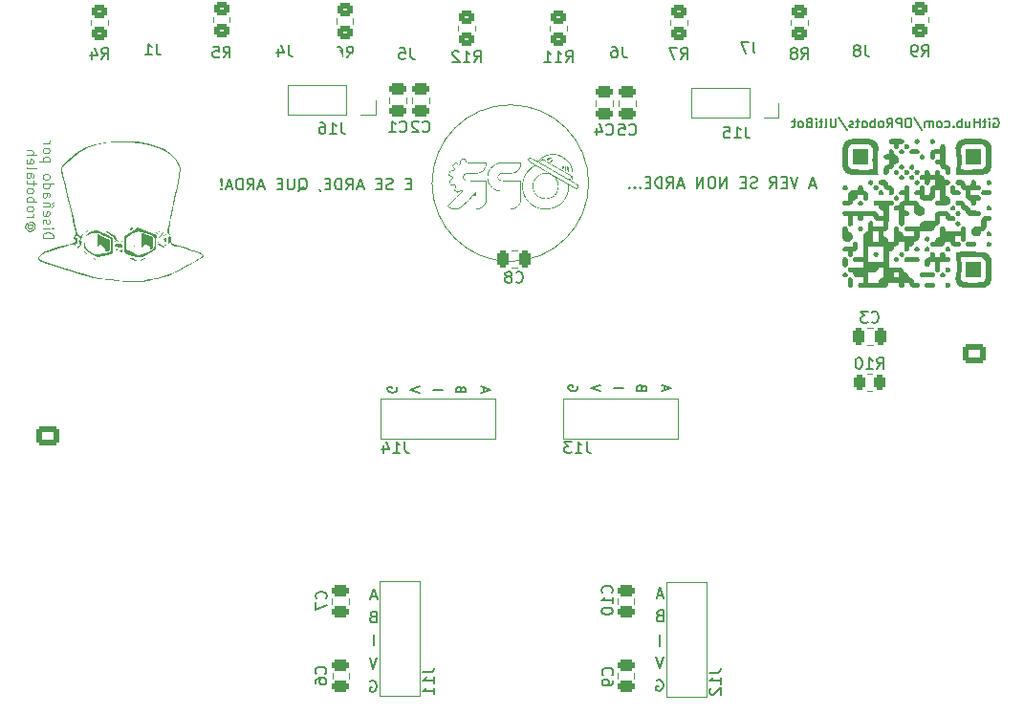
<source format=gbr>
%TF.GenerationSoftware,KiCad,Pcbnew,7.0.7*%
%TF.CreationDate,2023-09-01T18:27:54+02:00*%
%TF.ProjectId,UltiBot,556c7469-426f-4742-9e6b-696361645f70,rev?*%
%TF.SameCoordinates,PX60e4b00PY697e1a8*%
%TF.FileFunction,Legend,Bot*%
%TF.FilePolarity,Positive*%
%FSLAX46Y46*%
G04 Gerber Fmt 4.6, Leading zero omitted, Abs format (unit mm)*
G04 Created by KiCad (PCBNEW 7.0.7) date 2023-09-01 18:27:54*
%MOMM*%
%LPD*%
G01*
G04 APERTURE LIST*
G04 Aperture macros list*
%AMRoundRect*
0 Rectangle with rounded corners*
0 $1 Rounding radius*
0 $2 $3 $4 $5 $6 $7 $8 $9 X,Y pos of 4 corners*
0 Add a 4 corners polygon primitive as box body*
4,1,4,$2,$3,$4,$5,$6,$7,$8,$9,$2,$3,0*
0 Add four circle primitives for the rounded corners*
1,1,$1+$1,$2,$3*
1,1,$1+$1,$4,$5*
1,1,$1+$1,$6,$7*
1,1,$1+$1,$8,$9*
0 Add four rect primitives between the rounded corners*
20,1,$1+$1,$2,$3,$4,$5,0*
20,1,$1+$1,$4,$5,$6,$7,0*
20,1,$1+$1,$6,$7,$8,$9,0*
20,1,$1+$1,$8,$9,$2,$3,0*%
G04 Aperture macros list end*
%ADD10C,0.125000*%
%ADD11C,0.150000*%
%ADD12C,0.100000*%
%ADD13C,0.180000*%
%ADD14C,0.152400*%
%ADD15C,0.120000*%
%ADD16C,1.700000*%
%ADD17R,1.700000X1.700000*%
%ADD18R,2.500000X1.700000*%
%ADD19O,2.500000X1.700000*%
%ADD20C,1.200000*%
%ADD21RoundRect,0.250000X0.725000X-0.600000X0.725000X0.600000X-0.725000X0.600000X-0.725000X-0.600000X0*%
%ADD22O,1.950000X1.700000*%
%ADD23O,3.000000X1.500000*%
%ADD24O,1.500000X3.000000*%
%ADD25O,1.700000X1.700000*%
%ADD26C,0.650000*%
%ADD27O,1.000000X2.100000*%
%ADD28O,1.000000X1.600000*%
%ADD29C,3.200000*%
%ADD30RoundRect,0.250000X-0.725000X0.600000X-0.725000X-0.600000X0.725000X-0.600000X0.725000X0.600000X0*%
%ADD31C,1.750000*%
%ADD32C,2.000000*%
%ADD33RoundRect,0.250000X-0.450000X0.350000X-0.450000X-0.350000X0.450000X-0.350000X0.450000X0.350000X0*%
%ADD34RoundRect,0.250000X-0.475000X0.250000X-0.475000X-0.250000X0.475000X-0.250000X0.475000X0.250000X0*%
%ADD35RoundRect,0.250000X0.250000X0.475000X-0.250000X0.475000X-0.250000X-0.475000X0.250000X-0.475000X0*%
%ADD36RoundRect,0.250000X0.475000X-0.250000X0.475000X0.250000X-0.475000X0.250000X-0.475000X-0.250000X0*%
%ADD37RoundRect,0.250000X0.262500X0.450000X-0.262500X0.450000X-0.262500X-0.450000X0.262500X-0.450000X0*%
G04 APERTURE END LIST*
D10*
X2092642Y41201714D02*
X2992642Y41201714D01*
X2992642Y41201714D02*
X2992642Y41416000D01*
X2992642Y41416000D02*
X2949785Y41544571D01*
X2949785Y41544571D02*
X2864071Y41630286D01*
X2864071Y41630286D02*
X2778357Y41673143D01*
X2778357Y41673143D02*
X2606928Y41716000D01*
X2606928Y41716000D02*
X2478357Y41716000D01*
X2478357Y41716000D02*
X2306928Y41673143D01*
X2306928Y41673143D02*
X2221214Y41630286D01*
X2221214Y41630286D02*
X2135500Y41544571D01*
X2135500Y41544571D02*
X2092642Y41416000D01*
X2092642Y41416000D02*
X2092642Y41201714D01*
X2092642Y42101714D02*
X2692642Y42101714D01*
X2992642Y42101714D02*
X2949785Y42058857D01*
X2949785Y42058857D02*
X2906928Y42101714D01*
X2906928Y42101714D02*
X2949785Y42144571D01*
X2949785Y42144571D02*
X2992642Y42101714D01*
X2992642Y42101714D02*
X2906928Y42101714D01*
X2135500Y42487428D02*
X2092642Y42573142D01*
X2092642Y42573142D02*
X2092642Y42744571D01*
X2092642Y42744571D02*
X2135500Y42830285D01*
X2135500Y42830285D02*
X2221214Y42873142D01*
X2221214Y42873142D02*
X2264071Y42873142D01*
X2264071Y42873142D02*
X2349785Y42830285D01*
X2349785Y42830285D02*
X2392642Y42744571D01*
X2392642Y42744571D02*
X2392642Y42615999D01*
X2392642Y42615999D02*
X2435500Y42530285D01*
X2435500Y42530285D02*
X2521214Y42487428D01*
X2521214Y42487428D02*
X2564071Y42487428D01*
X2564071Y42487428D02*
X2649785Y42530285D01*
X2649785Y42530285D02*
X2692642Y42615999D01*
X2692642Y42615999D02*
X2692642Y42744571D01*
X2692642Y42744571D02*
X2649785Y42830285D01*
X2135500Y43601713D02*
X2092642Y43515999D01*
X2092642Y43515999D02*
X2092642Y43344570D01*
X2092642Y43344570D02*
X2135500Y43258856D01*
X2135500Y43258856D02*
X2221214Y43215999D01*
X2221214Y43215999D02*
X2564071Y43215999D01*
X2564071Y43215999D02*
X2649785Y43258856D01*
X2649785Y43258856D02*
X2692642Y43344570D01*
X2692642Y43344570D02*
X2692642Y43515999D01*
X2692642Y43515999D02*
X2649785Y43601713D01*
X2649785Y43601713D02*
X2564071Y43644570D01*
X2564071Y43644570D02*
X2478357Y43644570D01*
X2478357Y43644570D02*
X2392642Y43215999D01*
X2692642Y44030285D02*
X2092642Y44030285D01*
X2606928Y44030285D02*
X2649785Y44073142D01*
X2649785Y44073142D02*
X2692642Y44158857D01*
X2692642Y44158857D02*
X2692642Y44287428D01*
X2692642Y44287428D02*
X2649785Y44373142D01*
X2649785Y44373142D02*
X2564071Y44415999D01*
X2564071Y44415999D02*
X2092642Y44415999D01*
X2906928Y43987428D02*
X2949785Y44030285D01*
X2949785Y44030285D02*
X2992642Y44115999D01*
X2992642Y44115999D02*
X2906928Y44287428D01*
X2906928Y44287428D02*
X2949785Y44373142D01*
X2949785Y44373142D02*
X2992642Y44415999D01*
X2092642Y45230285D02*
X2564071Y45230285D01*
X2564071Y45230285D02*
X2649785Y45187428D01*
X2649785Y45187428D02*
X2692642Y45101714D01*
X2692642Y45101714D02*
X2692642Y44930285D01*
X2692642Y44930285D02*
X2649785Y44844571D01*
X2135500Y45230285D02*
X2092642Y45144571D01*
X2092642Y45144571D02*
X2092642Y44930285D01*
X2092642Y44930285D02*
X2135500Y44844571D01*
X2135500Y44844571D02*
X2221214Y44801714D01*
X2221214Y44801714D02*
X2306928Y44801714D01*
X2306928Y44801714D02*
X2392642Y44844571D01*
X2392642Y44844571D02*
X2435500Y44930285D01*
X2435500Y44930285D02*
X2435500Y45144571D01*
X2435500Y45144571D02*
X2478357Y45230285D01*
X2092642Y46044571D02*
X2992642Y46044571D01*
X2135500Y46044571D02*
X2092642Y45958857D01*
X2092642Y45958857D02*
X2092642Y45787429D01*
X2092642Y45787429D02*
X2135500Y45701714D01*
X2135500Y45701714D02*
X2178357Y45658857D01*
X2178357Y45658857D02*
X2264071Y45616000D01*
X2264071Y45616000D02*
X2521214Y45616000D01*
X2521214Y45616000D02*
X2606928Y45658857D01*
X2606928Y45658857D02*
X2649785Y45701714D01*
X2649785Y45701714D02*
X2692642Y45787429D01*
X2692642Y45787429D02*
X2692642Y45958857D01*
X2692642Y45958857D02*
X2649785Y46044571D01*
X2092642Y46601715D02*
X2135500Y46516000D01*
X2135500Y46516000D02*
X2178357Y46473143D01*
X2178357Y46473143D02*
X2264071Y46430286D01*
X2264071Y46430286D02*
X2521214Y46430286D01*
X2521214Y46430286D02*
X2606928Y46473143D01*
X2606928Y46473143D02*
X2649785Y46516000D01*
X2649785Y46516000D02*
X2692642Y46601715D01*
X2692642Y46601715D02*
X2692642Y46730286D01*
X2692642Y46730286D02*
X2649785Y46816000D01*
X2649785Y46816000D02*
X2606928Y46858857D01*
X2606928Y46858857D02*
X2521214Y46901715D01*
X2521214Y46901715D02*
X2264071Y46901715D01*
X2264071Y46901715D02*
X2178357Y46858857D01*
X2178357Y46858857D02*
X2135500Y46816000D01*
X2135500Y46816000D02*
X2092642Y46730286D01*
X2092642Y46730286D02*
X2092642Y46601715D01*
X2692642Y47973143D02*
X1792642Y47973143D01*
X2649785Y47973143D02*
X2692642Y48058857D01*
X2692642Y48058857D02*
X2692642Y48230286D01*
X2692642Y48230286D02*
X2649785Y48316000D01*
X2649785Y48316000D02*
X2606928Y48358857D01*
X2606928Y48358857D02*
X2521214Y48401715D01*
X2521214Y48401715D02*
X2264071Y48401715D01*
X2264071Y48401715D02*
X2178357Y48358857D01*
X2178357Y48358857D02*
X2135500Y48316000D01*
X2135500Y48316000D02*
X2092642Y48230286D01*
X2092642Y48230286D02*
X2092642Y48058857D01*
X2092642Y48058857D02*
X2135500Y47973143D01*
X2092642Y48916001D02*
X2135500Y48830286D01*
X2135500Y48830286D02*
X2178357Y48787429D01*
X2178357Y48787429D02*
X2264071Y48744572D01*
X2264071Y48744572D02*
X2521214Y48744572D01*
X2521214Y48744572D02*
X2606928Y48787429D01*
X2606928Y48787429D02*
X2649785Y48830286D01*
X2649785Y48830286D02*
X2692642Y48916001D01*
X2692642Y48916001D02*
X2692642Y49044572D01*
X2692642Y49044572D02*
X2649785Y49130286D01*
X2649785Y49130286D02*
X2606928Y49173143D01*
X2606928Y49173143D02*
X2521214Y49216001D01*
X2521214Y49216001D02*
X2264071Y49216001D01*
X2264071Y49216001D02*
X2178357Y49173143D01*
X2178357Y49173143D02*
X2135500Y49130286D01*
X2135500Y49130286D02*
X2092642Y49044572D01*
X2092642Y49044572D02*
X2092642Y48916001D01*
X2092642Y49601715D02*
X2692642Y49601715D01*
X2521214Y49601715D02*
X2606928Y49644572D01*
X2606928Y49644572D02*
X2649785Y49687429D01*
X2649785Y49687429D02*
X2692642Y49773144D01*
X2692642Y49773144D02*
X2692642Y49858858D01*
X1072214Y42465999D02*
X1115071Y42423142D01*
X1115071Y42423142D02*
X1157928Y42337428D01*
X1157928Y42337428D02*
X1157928Y42251713D01*
X1157928Y42251713D02*
X1115071Y42165999D01*
X1115071Y42165999D02*
X1072214Y42123142D01*
X1072214Y42123142D02*
X986500Y42080285D01*
X986500Y42080285D02*
X900785Y42080285D01*
X900785Y42080285D02*
X815071Y42123142D01*
X815071Y42123142D02*
X772214Y42165999D01*
X772214Y42165999D02*
X729357Y42251713D01*
X729357Y42251713D02*
X729357Y42337428D01*
X729357Y42337428D02*
X772214Y42423142D01*
X772214Y42423142D02*
X815071Y42465999D01*
X1157928Y42465999D02*
X815071Y42465999D01*
X815071Y42465999D02*
X772214Y42508856D01*
X772214Y42508856D02*
X772214Y42551713D01*
X772214Y42551713D02*
X815071Y42637428D01*
X815071Y42637428D02*
X900785Y42680285D01*
X900785Y42680285D02*
X1115071Y42680285D01*
X1115071Y42680285D02*
X1243642Y42594570D01*
X1243642Y42594570D02*
X1329357Y42465999D01*
X1329357Y42465999D02*
X1372214Y42294570D01*
X1372214Y42294570D02*
X1329357Y42123142D01*
X1329357Y42123142D02*
X1243642Y41994570D01*
X1243642Y41994570D02*
X1115071Y41908856D01*
X1115071Y41908856D02*
X943642Y41865999D01*
X943642Y41865999D02*
X772214Y41908856D01*
X772214Y41908856D02*
X643642Y41994570D01*
X643642Y41994570D02*
X557928Y42123142D01*
X557928Y42123142D02*
X515071Y42294570D01*
X515071Y42294570D02*
X557928Y42465999D01*
X557928Y42465999D02*
X643642Y42594570D01*
X643642Y43065999D02*
X1243642Y43065999D01*
X1072214Y43065999D02*
X1157928Y43108856D01*
X1157928Y43108856D02*
X1200785Y43151713D01*
X1200785Y43151713D02*
X1243642Y43237428D01*
X1243642Y43237428D02*
X1243642Y43323142D01*
X643642Y43751714D02*
X686500Y43665999D01*
X686500Y43665999D02*
X729357Y43623142D01*
X729357Y43623142D02*
X815071Y43580285D01*
X815071Y43580285D02*
X1072214Y43580285D01*
X1072214Y43580285D02*
X1157928Y43623142D01*
X1157928Y43623142D02*
X1200785Y43665999D01*
X1200785Y43665999D02*
X1243642Y43751714D01*
X1243642Y43751714D02*
X1243642Y43880285D01*
X1243642Y43880285D02*
X1200785Y43965999D01*
X1200785Y43965999D02*
X1157928Y44008856D01*
X1157928Y44008856D02*
X1072214Y44051714D01*
X1072214Y44051714D02*
X815071Y44051714D01*
X815071Y44051714D02*
X729357Y44008856D01*
X729357Y44008856D02*
X686500Y43965999D01*
X686500Y43965999D02*
X643642Y43880285D01*
X643642Y43880285D02*
X643642Y43751714D01*
X643642Y44437428D02*
X1543642Y44437428D01*
X1200785Y44437428D02*
X1243642Y44523142D01*
X1243642Y44523142D02*
X1243642Y44694571D01*
X1243642Y44694571D02*
X1200785Y44780285D01*
X1200785Y44780285D02*
X1157928Y44823142D01*
X1157928Y44823142D02*
X1072214Y44866000D01*
X1072214Y44866000D02*
X815071Y44866000D01*
X815071Y44866000D02*
X729357Y44823142D01*
X729357Y44823142D02*
X686500Y44780285D01*
X686500Y44780285D02*
X643642Y44694571D01*
X643642Y44694571D02*
X643642Y44523142D01*
X643642Y44523142D02*
X686500Y44437428D01*
X643642Y45380286D02*
X686500Y45294571D01*
X686500Y45294571D02*
X729357Y45251714D01*
X729357Y45251714D02*
X815071Y45208857D01*
X815071Y45208857D02*
X1072214Y45208857D01*
X1072214Y45208857D02*
X1157928Y45251714D01*
X1157928Y45251714D02*
X1200785Y45294571D01*
X1200785Y45294571D02*
X1243642Y45380286D01*
X1243642Y45380286D02*
X1243642Y45508857D01*
X1243642Y45508857D02*
X1200785Y45594571D01*
X1200785Y45594571D02*
X1157928Y45637428D01*
X1157928Y45637428D02*
X1072214Y45680286D01*
X1072214Y45680286D02*
X815071Y45680286D01*
X815071Y45680286D02*
X729357Y45637428D01*
X729357Y45637428D02*
X686500Y45594571D01*
X686500Y45594571D02*
X643642Y45508857D01*
X643642Y45508857D02*
X643642Y45380286D01*
X1243642Y45937429D02*
X1243642Y46280286D01*
X1543642Y46066000D02*
X772214Y46066000D01*
X772214Y46066000D02*
X686500Y46108857D01*
X686500Y46108857D02*
X643642Y46194572D01*
X643642Y46194572D02*
X643642Y46280286D01*
X643642Y46966000D02*
X1115071Y46966000D01*
X1115071Y46966000D02*
X1200785Y46923143D01*
X1200785Y46923143D02*
X1243642Y46837429D01*
X1243642Y46837429D02*
X1243642Y46666000D01*
X1243642Y46666000D02*
X1200785Y46580286D01*
X686500Y46966000D02*
X643642Y46880286D01*
X643642Y46880286D02*
X643642Y46666000D01*
X643642Y46666000D02*
X686500Y46580286D01*
X686500Y46580286D02*
X772214Y46537429D01*
X772214Y46537429D02*
X857928Y46537429D01*
X857928Y46537429D02*
X943642Y46580286D01*
X943642Y46580286D02*
X986500Y46666000D01*
X986500Y46666000D02*
X986500Y46880286D01*
X986500Y46880286D02*
X1029357Y46966000D01*
X643642Y47523144D02*
X686500Y47437429D01*
X686500Y47437429D02*
X772214Y47394572D01*
X772214Y47394572D02*
X1543642Y47394572D01*
X686500Y48208858D02*
X643642Y48123144D01*
X643642Y48123144D02*
X643642Y47951715D01*
X643642Y47951715D02*
X686500Y47866001D01*
X686500Y47866001D02*
X772214Y47823144D01*
X772214Y47823144D02*
X1115071Y47823144D01*
X1115071Y47823144D02*
X1200785Y47866001D01*
X1200785Y47866001D02*
X1243642Y47951715D01*
X1243642Y47951715D02*
X1243642Y48123144D01*
X1243642Y48123144D02*
X1200785Y48208858D01*
X1200785Y48208858D02*
X1115071Y48251715D01*
X1115071Y48251715D02*
X1029357Y48251715D01*
X1029357Y48251715D02*
X943642Y47823144D01*
X643642Y48637430D02*
X1543642Y48637430D01*
X643642Y49023144D02*
X1115071Y49023144D01*
X1115071Y49023144D02*
X1200785Y48980287D01*
X1200785Y48980287D02*
X1243642Y48894573D01*
X1243642Y48894573D02*
X1243642Y48766002D01*
X1243642Y48766002D02*
X1200785Y48680287D01*
X1200785Y48680287D02*
X1157928Y48637430D01*
D11*
X56686220Y5083181D02*
X56686220Y6083181D01*
D12*
X50419000Y46101000D02*
G75*
G03*
X50419000Y46101000I-6932745J0D01*
G01*
D13*
X34669952Y46044551D02*
X34336619Y46044551D01*
X34193762Y45520741D02*
X34669952Y45520741D01*
X34669952Y45520741D02*
X34669952Y46520741D01*
X34669952Y46520741D02*
X34193762Y46520741D01*
X33050904Y45568360D02*
X32908047Y45520741D01*
X32908047Y45520741D02*
X32669952Y45520741D01*
X32669952Y45520741D02*
X32574714Y45568360D01*
X32574714Y45568360D02*
X32527095Y45615980D01*
X32527095Y45615980D02*
X32479476Y45711218D01*
X32479476Y45711218D02*
X32479476Y45806456D01*
X32479476Y45806456D02*
X32527095Y45901694D01*
X32527095Y45901694D02*
X32574714Y45949313D01*
X32574714Y45949313D02*
X32669952Y45996932D01*
X32669952Y45996932D02*
X32860428Y46044551D01*
X32860428Y46044551D02*
X32955666Y46092170D01*
X32955666Y46092170D02*
X33003285Y46139789D01*
X33003285Y46139789D02*
X33050904Y46235027D01*
X33050904Y46235027D02*
X33050904Y46330265D01*
X33050904Y46330265D02*
X33003285Y46425503D01*
X33003285Y46425503D02*
X32955666Y46473122D01*
X32955666Y46473122D02*
X32860428Y46520741D01*
X32860428Y46520741D02*
X32622333Y46520741D01*
X32622333Y46520741D02*
X32479476Y46473122D01*
X32050904Y46044551D02*
X31717571Y46044551D01*
X31574714Y45520741D02*
X32050904Y45520741D01*
X32050904Y45520741D02*
X32050904Y46520741D01*
X32050904Y46520741D02*
X31574714Y46520741D01*
X30431856Y45806456D02*
X29955666Y45806456D01*
X30527094Y45520741D02*
X30193761Y46520741D01*
X30193761Y46520741D02*
X29860428Y45520741D01*
X28955666Y45520741D02*
X29288999Y45996932D01*
X29527094Y45520741D02*
X29527094Y46520741D01*
X29527094Y46520741D02*
X29146142Y46520741D01*
X29146142Y46520741D02*
X29050904Y46473122D01*
X29050904Y46473122D02*
X29003285Y46425503D01*
X29003285Y46425503D02*
X28955666Y46330265D01*
X28955666Y46330265D02*
X28955666Y46187408D01*
X28955666Y46187408D02*
X29003285Y46092170D01*
X29003285Y46092170D02*
X29050904Y46044551D01*
X29050904Y46044551D02*
X29146142Y45996932D01*
X29146142Y45996932D02*
X29527094Y45996932D01*
X28527094Y45520741D02*
X28527094Y46520741D01*
X28527094Y46520741D02*
X28288999Y46520741D01*
X28288999Y46520741D02*
X28146142Y46473122D01*
X28146142Y46473122D02*
X28050904Y46377884D01*
X28050904Y46377884D02*
X28003285Y46282646D01*
X28003285Y46282646D02*
X27955666Y46092170D01*
X27955666Y46092170D02*
X27955666Y45949313D01*
X27955666Y45949313D02*
X28003285Y45758837D01*
X28003285Y45758837D02*
X28050904Y45663599D01*
X28050904Y45663599D02*
X28146142Y45568360D01*
X28146142Y45568360D02*
X28288999Y45520741D01*
X28288999Y45520741D02*
X28527094Y45520741D01*
X27527094Y46044551D02*
X27193761Y46044551D01*
X27050904Y45520741D02*
X27527094Y45520741D01*
X27527094Y45520741D02*
X27527094Y46520741D01*
X27527094Y46520741D02*
X27050904Y46520741D01*
X26574713Y45568360D02*
X26574713Y45520741D01*
X26574713Y45520741D02*
X26622332Y45425503D01*
X26622332Y45425503D02*
X26669951Y45377884D01*
X24717571Y45425503D02*
X24812809Y45473122D01*
X24812809Y45473122D02*
X24908047Y45568360D01*
X24908047Y45568360D02*
X25050904Y45711218D01*
X25050904Y45711218D02*
X25146142Y45758837D01*
X25146142Y45758837D02*
X25241380Y45758837D01*
X25193761Y45520741D02*
X25288999Y45568360D01*
X25288999Y45568360D02*
X25384237Y45663599D01*
X25384237Y45663599D02*
X25431856Y45854075D01*
X25431856Y45854075D02*
X25431856Y46187408D01*
X25431856Y46187408D02*
X25384237Y46377884D01*
X25384237Y46377884D02*
X25288999Y46473122D01*
X25288999Y46473122D02*
X25193761Y46520741D01*
X25193761Y46520741D02*
X25003285Y46520741D01*
X25003285Y46520741D02*
X24908047Y46473122D01*
X24908047Y46473122D02*
X24812809Y46377884D01*
X24812809Y46377884D02*
X24765190Y46187408D01*
X24765190Y46187408D02*
X24765190Y45854075D01*
X24765190Y45854075D02*
X24812809Y45663599D01*
X24812809Y45663599D02*
X24908047Y45568360D01*
X24908047Y45568360D02*
X25003285Y45520741D01*
X25003285Y45520741D02*
X25193761Y45520741D01*
X24336618Y46520741D02*
X24336618Y45711218D01*
X24336618Y45711218D02*
X24288999Y45615980D01*
X24288999Y45615980D02*
X24241380Y45568360D01*
X24241380Y45568360D02*
X24146142Y45520741D01*
X24146142Y45520741D02*
X23955666Y45520741D01*
X23955666Y45520741D02*
X23860428Y45568360D01*
X23860428Y45568360D02*
X23812809Y45615980D01*
X23812809Y45615980D02*
X23765190Y45711218D01*
X23765190Y45711218D02*
X23765190Y46520741D01*
X23288999Y46044551D02*
X22955666Y46044551D01*
X22812809Y45520741D02*
X23288999Y45520741D01*
X23288999Y45520741D02*
X23288999Y46520741D01*
X23288999Y46520741D02*
X22812809Y46520741D01*
X21669951Y45806456D02*
X21193761Y45806456D01*
X21765189Y45520741D02*
X21431856Y46520741D01*
X21431856Y46520741D02*
X21098523Y45520741D01*
X20193761Y45520741D02*
X20527094Y45996932D01*
X20765189Y45520741D02*
X20765189Y46520741D01*
X20765189Y46520741D02*
X20384237Y46520741D01*
X20384237Y46520741D02*
X20288999Y46473122D01*
X20288999Y46473122D02*
X20241380Y46425503D01*
X20241380Y46425503D02*
X20193761Y46330265D01*
X20193761Y46330265D02*
X20193761Y46187408D01*
X20193761Y46187408D02*
X20241380Y46092170D01*
X20241380Y46092170D02*
X20288999Y46044551D01*
X20288999Y46044551D02*
X20384237Y45996932D01*
X20384237Y45996932D02*
X20765189Y45996932D01*
X19765189Y45520741D02*
X19765189Y46520741D01*
X19765189Y46520741D02*
X19527094Y46520741D01*
X19527094Y46520741D02*
X19384237Y46473122D01*
X19384237Y46473122D02*
X19288999Y46377884D01*
X19288999Y46377884D02*
X19241380Y46282646D01*
X19241380Y46282646D02*
X19193761Y46092170D01*
X19193761Y46092170D02*
X19193761Y45949313D01*
X19193761Y45949313D02*
X19241380Y45758837D01*
X19241380Y45758837D02*
X19288999Y45663599D01*
X19288999Y45663599D02*
X19384237Y45568360D01*
X19384237Y45568360D02*
X19527094Y45520741D01*
X19527094Y45520741D02*
X19765189Y45520741D01*
X18812808Y45806456D02*
X18336618Y45806456D01*
X18908046Y45520741D02*
X18574713Y46520741D01*
X18574713Y46520741D02*
X18241380Y45520741D01*
X17908046Y45615980D02*
X17860427Y45568360D01*
X17860427Y45568360D02*
X17908046Y45520741D01*
X17908046Y45520741D02*
X17955665Y45568360D01*
X17955665Y45568360D02*
X17908046Y45615980D01*
X17908046Y45615980D02*
X17908046Y45520741D01*
X17908046Y45901694D02*
X17955665Y46473122D01*
X17955665Y46473122D02*
X17908046Y46520741D01*
X17908046Y46520741D02*
X17860427Y46473122D01*
X17860427Y46473122D02*
X17908046Y45901694D01*
X17908046Y45901694D02*
X17908046Y46520741D01*
D14*
X86275460Y51808492D02*
X86352870Y51847197D01*
X86352870Y51847197D02*
X86468984Y51847197D01*
X86468984Y51847197D02*
X86585098Y51808492D01*
X86585098Y51808492D02*
X86662508Y51731082D01*
X86662508Y51731082D02*
X86701213Y51653673D01*
X86701213Y51653673D02*
X86739917Y51498854D01*
X86739917Y51498854D02*
X86739917Y51382740D01*
X86739917Y51382740D02*
X86701213Y51227921D01*
X86701213Y51227921D02*
X86662508Y51150511D01*
X86662508Y51150511D02*
X86585098Y51073101D01*
X86585098Y51073101D02*
X86468984Y51034397D01*
X86468984Y51034397D02*
X86391575Y51034397D01*
X86391575Y51034397D02*
X86275460Y51073101D01*
X86275460Y51073101D02*
X86236756Y51111806D01*
X86236756Y51111806D02*
X86236756Y51382740D01*
X86236756Y51382740D02*
X86391575Y51382740D01*
X85888413Y51034397D02*
X85888413Y51576263D01*
X85888413Y51847197D02*
X85927117Y51808492D01*
X85927117Y51808492D02*
X85888413Y51769787D01*
X85888413Y51769787D02*
X85849708Y51808492D01*
X85849708Y51808492D02*
X85888413Y51847197D01*
X85888413Y51847197D02*
X85888413Y51769787D01*
X85617479Y51576263D02*
X85307841Y51576263D01*
X85501365Y51847197D02*
X85501365Y51150511D01*
X85501365Y51150511D02*
X85462660Y51073101D01*
X85462660Y51073101D02*
X85385250Y51034397D01*
X85385250Y51034397D02*
X85307841Y51034397D01*
X85036908Y51034397D02*
X85036908Y51847197D01*
X85036908Y51460149D02*
X84572451Y51460149D01*
X84572451Y51034397D02*
X84572451Y51847197D01*
X83837060Y51576263D02*
X83837060Y51034397D01*
X84185403Y51576263D02*
X84185403Y51150511D01*
X84185403Y51150511D02*
X84146698Y51073101D01*
X84146698Y51073101D02*
X84069288Y51034397D01*
X84069288Y51034397D02*
X83953174Y51034397D01*
X83953174Y51034397D02*
X83875765Y51073101D01*
X83875765Y51073101D02*
X83837060Y51111806D01*
X83450013Y51034397D02*
X83450013Y51847197D01*
X83450013Y51537559D02*
X83372603Y51576263D01*
X83372603Y51576263D02*
X83217784Y51576263D01*
X83217784Y51576263D02*
X83140375Y51537559D01*
X83140375Y51537559D02*
X83101670Y51498854D01*
X83101670Y51498854D02*
X83062965Y51421444D01*
X83062965Y51421444D02*
X83062965Y51189216D01*
X83062965Y51189216D02*
X83101670Y51111806D01*
X83101670Y51111806D02*
X83140375Y51073101D01*
X83140375Y51073101D02*
X83217784Y51034397D01*
X83217784Y51034397D02*
X83372603Y51034397D01*
X83372603Y51034397D02*
X83450013Y51073101D01*
X82714623Y51111806D02*
X82675918Y51073101D01*
X82675918Y51073101D02*
X82714623Y51034397D01*
X82714623Y51034397D02*
X82753327Y51073101D01*
X82753327Y51073101D02*
X82714623Y51111806D01*
X82714623Y51111806D02*
X82714623Y51034397D01*
X81979232Y51073101D02*
X82056641Y51034397D01*
X82056641Y51034397D02*
X82211460Y51034397D01*
X82211460Y51034397D02*
X82288870Y51073101D01*
X82288870Y51073101D02*
X82327575Y51111806D01*
X82327575Y51111806D02*
X82366279Y51189216D01*
X82366279Y51189216D02*
X82366279Y51421444D01*
X82366279Y51421444D02*
X82327575Y51498854D01*
X82327575Y51498854D02*
X82288870Y51537559D01*
X82288870Y51537559D02*
X82211460Y51576263D01*
X82211460Y51576263D02*
X82056641Y51576263D01*
X82056641Y51576263D02*
X81979232Y51537559D01*
X81514774Y51034397D02*
X81592184Y51073101D01*
X81592184Y51073101D02*
X81630889Y51111806D01*
X81630889Y51111806D02*
X81669593Y51189216D01*
X81669593Y51189216D02*
X81669593Y51421444D01*
X81669593Y51421444D02*
X81630889Y51498854D01*
X81630889Y51498854D02*
X81592184Y51537559D01*
X81592184Y51537559D02*
X81514774Y51576263D01*
X81514774Y51576263D02*
X81398660Y51576263D01*
X81398660Y51576263D02*
X81321251Y51537559D01*
X81321251Y51537559D02*
X81282546Y51498854D01*
X81282546Y51498854D02*
X81243841Y51421444D01*
X81243841Y51421444D02*
X81243841Y51189216D01*
X81243841Y51189216D02*
X81282546Y51111806D01*
X81282546Y51111806D02*
X81321251Y51073101D01*
X81321251Y51073101D02*
X81398660Y51034397D01*
X81398660Y51034397D02*
X81514774Y51034397D01*
X80895499Y51034397D02*
X80895499Y51576263D01*
X80895499Y51498854D02*
X80856794Y51537559D01*
X80856794Y51537559D02*
X80779384Y51576263D01*
X80779384Y51576263D02*
X80663270Y51576263D01*
X80663270Y51576263D02*
X80585861Y51537559D01*
X80585861Y51537559D02*
X80547156Y51460149D01*
X80547156Y51460149D02*
X80547156Y51034397D01*
X80547156Y51460149D02*
X80508451Y51537559D01*
X80508451Y51537559D02*
X80431042Y51576263D01*
X80431042Y51576263D02*
X80314927Y51576263D01*
X80314927Y51576263D02*
X80237518Y51537559D01*
X80237518Y51537559D02*
X80198813Y51460149D01*
X80198813Y51460149D02*
X80198813Y51034397D01*
X79231194Y51885901D02*
X79927880Y50840873D01*
X78805442Y51847197D02*
X78650623Y51847197D01*
X78650623Y51847197D02*
X78573213Y51808492D01*
X78573213Y51808492D02*
X78495804Y51731082D01*
X78495804Y51731082D02*
X78457099Y51576263D01*
X78457099Y51576263D02*
X78457099Y51305330D01*
X78457099Y51305330D02*
X78495804Y51150511D01*
X78495804Y51150511D02*
X78573213Y51073101D01*
X78573213Y51073101D02*
X78650623Y51034397D01*
X78650623Y51034397D02*
X78805442Y51034397D01*
X78805442Y51034397D02*
X78882851Y51073101D01*
X78882851Y51073101D02*
X78960261Y51150511D01*
X78960261Y51150511D02*
X78998965Y51305330D01*
X78998965Y51305330D02*
X78998965Y51576263D01*
X78998965Y51576263D02*
X78960261Y51731082D01*
X78960261Y51731082D02*
X78882851Y51808492D01*
X78882851Y51808492D02*
X78805442Y51847197D01*
X78108756Y51034397D02*
X78108756Y51847197D01*
X78108756Y51847197D02*
X77799118Y51847197D01*
X77799118Y51847197D02*
X77721708Y51808492D01*
X77721708Y51808492D02*
X77683003Y51769787D01*
X77683003Y51769787D02*
X77644299Y51692378D01*
X77644299Y51692378D02*
X77644299Y51576263D01*
X77644299Y51576263D02*
X77683003Y51498854D01*
X77683003Y51498854D02*
X77721708Y51460149D01*
X77721708Y51460149D02*
X77799118Y51421444D01*
X77799118Y51421444D02*
X78108756Y51421444D01*
X76831499Y51034397D02*
X77102432Y51421444D01*
X77295956Y51034397D02*
X77295956Y51847197D01*
X77295956Y51847197D02*
X76986318Y51847197D01*
X76986318Y51847197D02*
X76908908Y51808492D01*
X76908908Y51808492D02*
X76870203Y51769787D01*
X76870203Y51769787D02*
X76831499Y51692378D01*
X76831499Y51692378D02*
X76831499Y51576263D01*
X76831499Y51576263D02*
X76870203Y51498854D01*
X76870203Y51498854D02*
X76908908Y51460149D01*
X76908908Y51460149D02*
X76986318Y51421444D01*
X76986318Y51421444D02*
X77295956Y51421444D01*
X76367041Y51034397D02*
X76444451Y51073101D01*
X76444451Y51073101D02*
X76483156Y51111806D01*
X76483156Y51111806D02*
X76521860Y51189216D01*
X76521860Y51189216D02*
X76521860Y51421444D01*
X76521860Y51421444D02*
X76483156Y51498854D01*
X76483156Y51498854D02*
X76444451Y51537559D01*
X76444451Y51537559D02*
X76367041Y51576263D01*
X76367041Y51576263D02*
X76250927Y51576263D01*
X76250927Y51576263D02*
X76173518Y51537559D01*
X76173518Y51537559D02*
X76134813Y51498854D01*
X76134813Y51498854D02*
X76096108Y51421444D01*
X76096108Y51421444D02*
X76096108Y51189216D01*
X76096108Y51189216D02*
X76134813Y51111806D01*
X76134813Y51111806D02*
X76173518Y51073101D01*
X76173518Y51073101D02*
X76250927Y51034397D01*
X76250927Y51034397D02*
X76367041Y51034397D01*
X75747766Y51034397D02*
X75747766Y51847197D01*
X75747766Y51537559D02*
X75670356Y51576263D01*
X75670356Y51576263D02*
X75515537Y51576263D01*
X75515537Y51576263D02*
X75438128Y51537559D01*
X75438128Y51537559D02*
X75399423Y51498854D01*
X75399423Y51498854D02*
X75360718Y51421444D01*
X75360718Y51421444D02*
X75360718Y51189216D01*
X75360718Y51189216D02*
X75399423Y51111806D01*
X75399423Y51111806D02*
X75438128Y51073101D01*
X75438128Y51073101D02*
X75515537Y51034397D01*
X75515537Y51034397D02*
X75670356Y51034397D01*
X75670356Y51034397D02*
X75747766Y51073101D01*
X74896261Y51034397D02*
X74973671Y51073101D01*
X74973671Y51073101D02*
X75012376Y51111806D01*
X75012376Y51111806D02*
X75051080Y51189216D01*
X75051080Y51189216D02*
X75051080Y51421444D01*
X75051080Y51421444D02*
X75012376Y51498854D01*
X75012376Y51498854D02*
X74973671Y51537559D01*
X74973671Y51537559D02*
X74896261Y51576263D01*
X74896261Y51576263D02*
X74780147Y51576263D01*
X74780147Y51576263D02*
X74702738Y51537559D01*
X74702738Y51537559D02*
X74664033Y51498854D01*
X74664033Y51498854D02*
X74625328Y51421444D01*
X74625328Y51421444D02*
X74625328Y51189216D01*
X74625328Y51189216D02*
X74664033Y51111806D01*
X74664033Y51111806D02*
X74702738Y51073101D01*
X74702738Y51073101D02*
X74780147Y51034397D01*
X74780147Y51034397D02*
X74896261Y51034397D01*
X74393100Y51576263D02*
X74083462Y51576263D01*
X74276986Y51847197D02*
X74276986Y51150511D01*
X74276986Y51150511D02*
X74238281Y51073101D01*
X74238281Y51073101D02*
X74160871Y51034397D01*
X74160871Y51034397D02*
X74083462Y51034397D01*
X73851233Y51073101D02*
X73773824Y51034397D01*
X73773824Y51034397D02*
X73619005Y51034397D01*
X73619005Y51034397D02*
X73541595Y51073101D01*
X73541595Y51073101D02*
X73502891Y51150511D01*
X73502891Y51150511D02*
X73502891Y51189216D01*
X73502891Y51189216D02*
X73541595Y51266625D01*
X73541595Y51266625D02*
X73619005Y51305330D01*
X73619005Y51305330D02*
X73735119Y51305330D01*
X73735119Y51305330D02*
X73812529Y51344035D01*
X73812529Y51344035D02*
X73851233Y51421444D01*
X73851233Y51421444D02*
X73851233Y51460149D01*
X73851233Y51460149D02*
X73812529Y51537559D01*
X73812529Y51537559D02*
X73735119Y51576263D01*
X73735119Y51576263D02*
X73619005Y51576263D01*
X73619005Y51576263D02*
X73541595Y51537559D01*
X72573976Y51885901D02*
X73270662Y50840873D01*
X72303043Y51847197D02*
X72303043Y51189216D01*
X72303043Y51189216D02*
X72264338Y51111806D01*
X72264338Y51111806D02*
X72225633Y51073101D01*
X72225633Y51073101D02*
X72148224Y51034397D01*
X72148224Y51034397D02*
X71993405Y51034397D01*
X71993405Y51034397D02*
X71915995Y51073101D01*
X71915995Y51073101D02*
X71877290Y51111806D01*
X71877290Y51111806D02*
X71838586Y51189216D01*
X71838586Y51189216D02*
X71838586Y51847197D01*
X71335423Y51034397D02*
X71412833Y51073101D01*
X71412833Y51073101D02*
X71451538Y51150511D01*
X71451538Y51150511D02*
X71451538Y51847197D01*
X71141900Y51576263D02*
X70832262Y51576263D01*
X71025786Y51847197D02*
X71025786Y51150511D01*
X71025786Y51150511D02*
X70987081Y51073101D01*
X70987081Y51073101D02*
X70909671Y51034397D01*
X70909671Y51034397D02*
X70832262Y51034397D01*
X70561329Y51034397D02*
X70561329Y51576263D01*
X70561329Y51847197D02*
X70600033Y51808492D01*
X70600033Y51808492D02*
X70561329Y51769787D01*
X70561329Y51769787D02*
X70522624Y51808492D01*
X70522624Y51808492D02*
X70561329Y51847197D01*
X70561329Y51847197D02*
X70561329Y51769787D01*
X69903347Y51460149D02*
X69787233Y51421444D01*
X69787233Y51421444D02*
X69748528Y51382740D01*
X69748528Y51382740D02*
X69709824Y51305330D01*
X69709824Y51305330D02*
X69709824Y51189216D01*
X69709824Y51189216D02*
X69748528Y51111806D01*
X69748528Y51111806D02*
X69787233Y51073101D01*
X69787233Y51073101D02*
X69864643Y51034397D01*
X69864643Y51034397D02*
X70174281Y51034397D01*
X70174281Y51034397D02*
X70174281Y51847197D01*
X70174281Y51847197D02*
X69903347Y51847197D01*
X69903347Y51847197D02*
X69825938Y51808492D01*
X69825938Y51808492D02*
X69787233Y51769787D01*
X69787233Y51769787D02*
X69748528Y51692378D01*
X69748528Y51692378D02*
X69748528Y51614968D01*
X69748528Y51614968D02*
X69787233Y51537559D01*
X69787233Y51537559D02*
X69825938Y51498854D01*
X69825938Y51498854D02*
X69903347Y51460149D01*
X69903347Y51460149D02*
X70174281Y51460149D01*
X69245366Y51034397D02*
X69322776Y51073101D01*
X69322776Y51073101D02*
X69361481Y51111806D01*
X69361481Y51111806D02*
X69400185Y51189216D01*
X69400185Y51189216D02*
X69400185Y51421444D01*
X69400185Y51421444D02*
X69361481Y51498854D01*
X69361481Y51498854D02*
X69322776Y51537559D01*
X69322776Y51537559D02*
X69245366Y51576263D01*
X69245366Y51576263D02*
X69129252Y51576263D01*
X69129252Y51576263D02*
X69051843Y51537559D01*
X69051843Y51537559D02*
X69013138Y51498854D01*
X69013138Y51498854D02*
X68974433Y51421444D01*
X68974433Y51421444D02*
X68974433Y51189216D01*
X68974433Y51189216D02*
X69013138Y51111806D01*
X69013138Y51111806D02*
X69051843Y51073101D01*
X69051843Y51073101D02*
X69129252Y51034397D01*
X69129252Y51034397D02*
X69245366Y51034397D01*
X68742205Y51576263D02*
X68432567Y51576263D01*
X68626091Y51847197D02*
X68626091Y51150511D01*
X68626091Y51150511D02*
X68587386Y51073101D01*
X68587386Y51073101D02*
X68509976Y51034397D01*
X68509976Y51034397D02*
X68432567Y51034397D01*
D13*
X70468094Y45933456D02*
X69991904Y45933456D01*
X70563332Y45647741D02*
X70229999Y46647741D01*
X70229999Y46647741D02*
X69896666Y45647741D01*
X68944284Y46647741D02*
X68610951Y45647741D01*
X68610951Y45647741D02*
X68277618Y46647741D01*
X67944284Y46171551D02*
X67610951Y46171551D01*
X67468094Y45647741D02*
X67944284Y45647741D01*
X67944284Y45647741D02*
X67944284Y46647741D01*
X67944284Y46647741D02*
X67468094Y46647741D01*
X66468094Y45647741D02*
X66801427Y46123932D01*
X67039522Y45647741D02*
X67039522Y46647741D01*
X67039522Y46647741D02*
X66658570Y46647741D01*
X66658570Y46647741D02*
X66563332Y46600122D01*
X66563332Y46600122D02*
X66515713Y46552503D01*
X66515713Y46552503D02*
X66468094Y46457265D01*
X66468094Y46457265D02*
X66468094Y46314408D01*
X66468094Y46314408D02*
X66515713Y46219170D01*
X66515713Y46219170D02*
X66563332Y46171551D01*
X66563332Y46171551D02*
X66658570Y46123932D01*
X66658570Y46123932D02*
X67039522Y46123932D01*
X65325236Y45695360D02*
X65182379Y45647741D01*
X65182379Y45647741D02*
X64944284Y45647741D01*
X64944284Y45647741D02*
X64849046Y45695360D01*
X64849046Y45695360D02*
X64801427Y45742980D01*
X64801427Y45742980D02*
X64753808Y45838218D01*
X64753808Y45838218D02*
X64753808Y45933456D01*
X64753808Y45933456D02*
X64801427Y46028694D01*
X64801427Y46028694D02*
X64849046Y46076313D01*
X64849046Y46076313D02*
X64944284Y46123932D01*
X64944284Y46123932D02*
X65134760Y46171551D01*
X65134760Y46171551D02*
X65229998Y46219170D01*
X65229998Y46219170D02*
X65277617Y46266789D01*
X65277617Y46266789D02*
X65325236Y46362027D01*
X65325236Y46362027D02*
X65325236Y46457265D01*
X65325236Y46457265D02*
X65277617Y46552503D01*
X65277617Y46552503D02*
X65229998Y46600122D01*
X65229998Y46600122D02*
X65134760Y46647741D01*
X65134760Y46647741D02*
X64896665Y46647741D01*
X64896665Y46647741D02*
X64753808Y46600122D01*
X64325236Y46171551D02*
X63991903Y46171551D01*
X63849046Y45647741D02*
X64325236Y45647741D01*
X64325236Y45647741D02*
X64325236Y46647741D01*
X64325236Y46647741D02*
X63849046Y46647741D01*
X62658569Y45647741D02*
X62658569Y46647741D01*
X62658569Y46647741D02*
X62087141Y45647741D01*
X62087141Y45647741D02*
X62087141Y46647741D01*
X61420474Y46647741D02*
X61229998Y46647741D01*
X61229998Y46647741D02*
X61134760Y46600122D01*
X61134760Y46600122D02*
X61039522Y46504884D01*
X61039522Y46504884D02*
X60991903Y46314408D01*
X60991903Y46314408D02*
X60991903Y45981075D01*
X60991903Y45981075D02*
X61039522Y45790599D01*
X61039522Y45790599D02*
X61134760Y45695360D01*
X61134760Y45695360D02*
X61229998Y45647741D01*
X61229998Y45647741D02*
X61420474Y45647741D01*
X61420474Y45647741D02*
X61515712Y45695360D01*
X61515712Y45695360D02*
X61610950Y45790599D01*
X61610950Y45790599D02*
X61658569Y45981075D01*
X61658569Y45981075D02*
X61658569Y46314408D01*
X61658569Y46314408D02*
X61610950Y46504884D01*
X61610950Y46504884D02*
X61515712Y46600122D01*
X61515712Y46600122D02*
X61420474Y46647741D01*
X60563331Y45647741D02*
X60563331Y46647741D01*
X60563331Y46647741D02*
X59991903Y45647741D01*
X59991903Y45647741D02*
X59991903Y46647741D01*
X58801426Y45933456D02*
X58325236Y45933456D01*
X58896664Y45647741D02*
X58563331Y46647741D01*
X58563331Y46647741D02*
X58229998Y45647741D01*
X57325236Y45647741D02*
X57658569Y46123932D01*
X57896664Y45647741D02*
X57896664Y46647741D01*
X57896664Y46647741D02*
X57515712Y46647741D01*
X57515712Y46647741D02*
X57420474Y46600122D01*
X57420474Y46600122D02*
X57372855Y46552503D01*
X57372855Y46552503D02*
X57325236Y46457265D01*
X57325236Y46457265D02*
X57325236Y46314408D01*
X57325236Y46314408D02*
X57372855Y46219170D01*
X57372855Y46219170D02*
X57420474Y46171551D01*
X57420474Y46171551D02*
X57515712Y46123932D01*
X57515712Y46123932D02*
X57896664Y46123932D01*
X56896664Y45647741D02*
X56896664Y46647741D01*
X56896664Y46647741D02*
X56658569Y46647741D01*
X56658569Y46647741D02*
X56515712Y46600122D01*
X56515712Y46600122D02*
X56420474Y46504884D01*
X56420474Y46504884D02*
X56372855Y46409646D01*
X56372855Y46409646D02*
X56325236Y46219170D01*
X56325236Y46219170D02*
X56325236Y46076313D01*
X56325236Y46076313D02*
X56372855Y45885837D01*
X56372855Y45885837D02*
X56420474Y45790599D01*
X56420474Y45790599D02*
X56515712Y45695360D01*
X56515712Y45695360D02*
X56658569Y45647741D01*
X56658569Y45647741D02*
X56896664Y45647741D01*
X55896664Y46171551D02*
X55563331Y46171551D01*
X55420474Y45647741D02*
X55896664Y45647741D01*
X55896664Y45647741D02*
X55896664Y46647741D01*
X55896664Y46647741D02*
X55420474Y46647741D01*
X54991902Y45742980D02*
X54944283Y45695360D01*
X54944283Y45695360D02*
X54991902Y45647741D01*
X54991902Y45647741D02*
X55039521Y45695360D01*
X55039521Y45695360D02*
X54991902Y45742980D01*
X54991902Y45742980D02*
X54991902Y45647741D01*
X54515712Y45742980D02*
X54468093Y45695360D01*
X54468093Y45695360D02*
X54515712Y45647741D01*
X54515712Y45647741D02*
X54563331Y45695360D01*
X54563331Y45695360D02*
X54515712Y45742980D01*
X54515712Y45742980D02*
X54515712Y45647741D01*
X54039522Y45742980D02*
X53991903Y45695360D01*
X53991903Y45695360D02*
X54039522Y45647741D01*
X54039522Y45647741D02*
X54087141Y45695360D01*
X54087141Y45695360D02*
X54039522Y45742980D01*
X54039522Y45742980D02*
X54039522Y45647741D01*
D14*
X49395491Y28152877D02*
X49434196Y28075467D01*
X49434196Y28075467D02*
X49434196Y27959353D01*
X49434196Y27959353D02*
X49395491Y27843239D01*
X49395491Y27843239D02*
X49318081Y27765829D01*
X49318081Y27765829D02*
X49240672Y27727124D01*
X49240672Y27727124D02*
X49085853Y27688420D01*
X49085853Y27688420D02*
X48969739Y27688420D01*
X48969739Y27688420D02*
X48814920Y27727124D01*
X48814920Y27727124D02*
X48737510Y27765829D01*
X48737510Y27765829D02*
X48660101Y27843239D01*
X48660101Y27843239D02*
X48621396Y27959353D01*
X48621396Y27959353D02*
X48621396Y28036762D01*
X48621396Y28036762D02*
X48660101Y28152877D01*
X48660101Y28152877D02*
X48698805Y28191581D01*
X48698805Y28191581D02*
X48969739Y28191581D01*
X48969739Y28191581D02*
X48969739Y28036762D01*
X57108624Y27746477D02*
X57108624Y28133524D01*
X56876396Y27669067D02*
X57689196Y27940000D01*
X57689196Y27940000D02*
X56876396Y28210934D01*
X55143148Y27998058D02*
X55104443Y28114172D01*
X55104443Y28114172D02*
X55065739Y28152877D01*
X55065739Y28152877D02*
X54988329Y28191581D01*
X54988329Y28191581D02*
X54872215Y28191581D01*
X54872215Y28191581D02*
X54794805Y28152877D01*
X54794805Y28152877D02*
X54756101Y28114172D01*
X54756101Y28114172D02*
X54717396Y28036762D01*
X54717396Y28036762D02*
X54717396Y27727124D01*
X54717396Y27727124D02*
X55530196Y27727124D01*
X55530196Y27727124D02*
X55530196Y27998058D01*
X55530196Y27998058D02*
X55491491Y28075467D01*
X55491491Y28075467D02*
X55452786Y28114172D01*
X55452786Y28114172D02*
X55375377Y28152877D01*
X55375377Y28152877D02*
X55297967Y28152877D01*
X55297967Y28152877D02*
X55220558Y28114172D01*
X55220558Y28114172D02*
X55181853Y28075467D01*
X55181853Y28075467D02*
X55143148Y27998058D01*
X55143148Y27998058D02*
X55143148Y27727124D01*
X52685396Y27940000D02*
X53498196Y27940000D01*
X51466196Y27669067D02*
X50653396Y27940000D01*
X50653396Y27940000D02*
X51466196Y28210934D01*
X41106624Y27619477D02*
X41106624Y28006524D01*
X40874396Y27542067D02*
X41687196Y27813000D01*
X41687196Y27813000D02*
X40874396Y28083934D01*
X39141148Y27871058D02*
X39102443Y27987172D01*
X39102443Y27987172D02*
X39063739Y28025877D01*
X39063739Y28025877D02*
X38986329Y28064581D01*
X38986329Y28064581D02*
X38870215Y28064581D01*
X38870215Y28064581D02*
X38792805Y28025877D01*
X38792805Y28025877D02*
X38754101Y27987172D01*
X38754101Y27987172D02*
X38715396Y27909762D01*
X38715396Y27909762D02*
X38715396Y27600124D01*
X38715396Y27600124D02*
X39528196Y27600124D01*
X39528196Y27600124D02*
X39528196Y27871058D01*
X39528196Y27871058D02*
X39489491Y27948467D01*
X39489491Y27948467D02*
X39450786Y27987172D01*
X39450786Y27987172D02*
X39373377Y28025877D01*
X39373377Y28025877D02*
X39295967Y28025877D01*
X39295967Y28025877D02*
X39218558Y27987172D01*
X39218558Y27987172D02*
X39179853Y27948467D01*
X39179853Y27948467D02*
X39141148Y27871058D01*
X39141148Y27871058D02*
X39141148Y27600124D01*
X36683396Y27813000D02*
X37496196Y27813000D01*
X35464196Y27542067D02*
X34651396Y27813000D01*
X34651396Y27813000D02*
X35464196Y28083934D01*
X33393491Y28025877D02*
X33432196Y27948467D01*
X33432196Y27948467D02*
X33432196Y27832353D01*
X33432196Y27832353D02*
X33393491Y27716239D01*
X33393491Y27716239D02*
X33316081Y27638829D01*
X33316081Y27638829D02*
X33238672Y27600124D01*
X33238672Y27600124D02*
X33083853Y27561420D01*
X33083853Y27561420D02*
X32967739Y27561420D01*
X32967739Y27561420D02*
X32812920Y27600124D01*
X32812920Y27600124D02*
X32735510Y27638829D01*
X32735510Y27638829D02*
X32658101Y27716239D01*
X32658101Y27716239D02*
X32619396Y27832353D01*
X32619396Y27832353D02*
X32619396Y27909762D01*
X32619396Y27909762D02*
X32658101Y28025877D01*
X32658101Y28025877D02*
X32696805Y28064581D01*
X32696805Y28064581D02*
X32967739Y28064581D01*
X32967739Y28064581D02*
X32967739Y27909762D01*
D11*
X56989706Y9589303D02*
X56513516Y9589303D01*
X57084944Y9303588D02*
X56751611Y10303588D01*
X56751611Y10303588D02*
X56418278Y9303588D01*
X56684954Y7795398D02*
X56542097Y7747779D01*
X56542097Y7747779D02*
X56494478Y7700160D01*
X56494478Y7700160D02*
X56446859Y7604922D01*
X56446859Y7604922D02*
X56446859Y7462065D01*
X56446859Y7462065D02*
X56494478Y7366827D01*
X56494478Y7366827D02*
X56542097Y7319207D01*
X56542097Y7319207D02*
X56637335Y7271588D01*
X56637335Y7271588D02*
X57018287Y7271588D01*
X57018287Y7271588D02*
X57018287Y8271588D01*
X57018287Y8271588D02*
X56684954Y8271588D01*
X56684954Y8271588D02*
X56589716Y8223969D01*
X56589716Y8223969D02*
X56542097Y8176350D01*
X56542097Y8176350D02*
X56494478Y8081112D01*
X56494478Y8081112D02*
X56494478Y7985874D01*
X56494478Y7985874D02*
X56542097Y7890636D01*
X56542097Y7890636D02*
X56589716Y7843017D01*
X56589716Y7843017D02*
X56684954Y7795398D01*
X56684954Y7795398D02*
X57018287Y7795398D01*
X57059544Y4182188D02*
X56726211Y3182188D01*
X56726211Y3182188D02*
X56392878Y4182188D01*
X31615106Y9487703D02*
X31138916Y9487703D01*
X31710344Y9201988D02*
X31377011Y10201988D01*
X31377011Y10201988D02*
X31043678Y9201988D01*
X56443678Y2077169D02*
X56538916Y2124788D01*
X56538916Y2124788D02*
X56681773Y2124788D01*
X56681773Y2124788D02*
X56824630Y2077169D01*
X56824630Y2077169D02*
X56919868Y1981931D01*
X56919868Y1981931D02*
X56967487Y1886693D01*
X56967487Y1886693D02*
X57015106Y1696217D01*
X57015106Y1696217D02*
X57015106Y1553360D01*
X57015106Y1553360D02*
X56967487Y1362884D01*
X56967487Y1362884D02*
X56919868Y1267646D01*
X56919868Y1267646D02*
X56824630Y1172407D01*
X56824630Y1172407D02*
X56681773Y1124788D01*
X56681773Y1124788D02*
X56586535Y1124788D01*
X56586535Y1124788D02*
X56443678Y1172407D01*
X56443678Y1172407D02*
X56396059Y1220027D01*
X56396059Y1220027D02*
X56396059Y1553360D01*
X56396059Y1553360D02*
X56586535Y1553360D01*
X31310354Y7693798D02*
X31167497Y7646179D01*
X31167497Y7646179D02*
X31119878Y7598560D01*
X31119878Y7598560D02*
X31072259Y7503322D01*
X31072259Y7503322D02*
X31072259Y7360465D01*
X31072259Y7360465D02*
X31119878Y7265227D01*
X31119878Y7265227D02*
X31167497Y7217607D01*
X31167497Y7217607D02*
X31262735Y7169988D01*
X31262735Y7169988D02*
X31643687Y7169988D01*
X31643687Y7169988D02*
X31643687Y8169988D01*
X31643687Y8169988D02*
X31310354Y8169988D01*
X31310354Y8169988D02*
X31215116Y8122369D01*
X31215116Y8122369D02*
X31167497Y8074750D01*
X31167497Y8074750D02*
X31119878Y7979512D01*
X31119878Y7979512D02*
X31119878Y7884274D01*
X31119878Y7884274D02*
X31167497Y7789036D01*
X31167497Y7789036D02*
X31215116Y7741417D01*
X31215116Y7741417D02*
X31310354Y7693798D01*
X31310354Y7693798D02*
X31643687Y7693798D01*
X31364287Y5137988D02*
X31364287Y6137988D01*
X31684944Y4080588D02*
X31351611Y3080588D01*
X31351611Y3080588D02*
X31018278Y4080588D01*
X31069078Y1975569D02*
X31164316Y2023188D01*
X31164316Y2023188D02*
X31307173Y2023188D01*
X31307173Y2023188D02*
X31450030Y1975569D01*
X31450030Y1975569D02*
X31545268Y1880331D01*
X31545268Y1880331D02*
X31592887Y1785093D01*
X31592887Y1785093D02*
X31640506Y1594617D01*
X31640506Y1594617D02*
X31640506Y1451760D01*
X31640506Y1451760D02*
X31592887Y1261284D01*
X31592887Y1261284D02*
X31545268Y1166046D01*
X31545268Y1166046D02*
X31450030Y1070807D01*
X31450030Y1070807D02*
X31307173Y1023188D01*
X31307173Y1023188D02*
X31211935Y1023188D01*
X31211935Y1023188D02*
X31069078Y1070807D01*
X31069078Y1070807D02*
X31021459Y1118427D01*
X31021459Y1118427D02*
X31021459Y1451760D01*
X31021459Y1451760D02*
X31211935Y1451760D01*
X35727886Y2769331D02*
X36442171Y2769331D01*
X36442171Y2769331D02*
X36585028Y2816950D01*
X36585028Y2816950D02*
X36680267Y2912188D01*
X36680267Y2912188D02*
X36727886Y3055045D01*
X36727886Y3055045D02*
X36727886Y3150283D01*
X36727886Y1769331D02*
X36727886Y2340759D01*
X36727886Y2055045D02*
X35727886Y2055045D01*
X35727886Y2055045D02*
X35870743Y2150283D01*
X35870743Y2150283D02*
X35965981Y2245521D01*
X35965981Y2245521D02*
X36013600Y2340759D01*
X36727886Y816950D02*
X36727886Y1388378D01*
X36727886Y1102664D02*
X35727886Y1102664D01*
X35727886Y1102664D02*
X35870743Y1197902D01*
X35870743Y1197902D02*
X35965981Y1293140D01*
X35965981Y1293140D02*
X36013600Y1388378D01*
X34110523Y23201981D02*
X34110523Y22487696D01*
X34110523Y22487696D02*
X34158142Y22344839D01*
X34158142Y22344839D02*
X34253380Y22249600D01*
X34253380Y22249600D02*
X34396237Y22201981D01*
X34396237Y22201981D02*
X34491475Y22201981D01*
X33110523Y22201981D02*
X33681951Y22201981D01*
X33396237Y22201981D02*
X33396237Y23201981D01*
X33396237Y23201981D02*
X33491475Y23059124D01*
X33491475Y23059124D02*
X33586713Y22963886D01*
X33586713Y22963886D02*
X33681951Y22916267D01*
X32253380Y22868648D02*
X32253380Y22201981D01*
X32491475Y23249600D02*
X32729570Y22535315D01*
X32729570Y22535315D02*
X32110523Y22535315D01*
X50239523Y23201981D02*
X50239523Y22487696D01*
X50239523Y22487696D02*
X50287142Y22344839D01*
X50287142Y22344839D02*
X50382380Y22249600D01*
X50382380Y22249600D02*
X50525237Y22201981D01*
X50525237Y22201981D02*
X50620475Y22201981D01*
X49239523Y22201981D02*
X49810951Y22201981D01*
X49525237Y22201981D02*
X49525237Y23201981D01*
X49525237Y23201981D02*
X49620475Y23059124D01*
X49620475Y23059124D02*
X49715713Y22963886D01*
X49715713Y22963886D02*
X49810951Y22916267D01*
X48906189Y23201981D02*
X48287142Y23201981D01*
X48287142Y23201981D02*
X48620475Y22821029D01*
X48620475Y22821029D02*
X48477618Y22821029D01*
X48477618Y22821029D02*
X48382380Y22773410D01*
X48382380Y22773410D02*
X48334761Y22725791D01*
X48334761Y22725791D02*
X48287142Y22630553D01*
X48287142Y22630553D02*
X48287142Y22392458D01*
X48287142Y22392458D02*
X48334761Y22297220D01*
X48334761Y22297220D02*
X48382380Y22249600D01*
X48382380Y22249600D02*
X48477618Y22201981D01*
X48477618Y22201981D02*
X48763332Y22201981D01*
X48763332Y22201981D02*
X48858570Y22249600D01*
X48858570Y22249600D02*
X48906189Y22297220D01*
X61127886Y2741524D02*
X61842171Y2741524D01*
X61842171Y2741524D02*
X61985028Y2789143D01*
X61985028Y2789143D02*
X62080267Y2884381D01*
X62080267Y2884381D02*
X62127886Y3027238D01*
X62127886Y3027238D02*
X62127886Y3122476D01*
X62127886Y1741524D02*
X62127886Y2312952D01*
X62127886Y2027238D02*
X61127886Y2027238D01*
X61127886Y2027238D02*
X61270743Y2122476D01*
X61270743Y2122476D02*
X61365981Y2217714D01*
X61365981Y2217714D02*
X61413600Y2312952D01*
X61223124Y1360571D02*
X61175505Y1312952D01*
X61175505Y1312952D02*
X61127886Y1217714D01*
X61127886Y1217714D02*
X61127886Y979619D01*
X61127886Y979619D02*
X61175505Y884381D01*
X61175505Y884381D02*
X61223124Y836762D01*
X61223124Y836762D02*
X61318362Y789143D01*
X61318362Y789143D02*
X61413600Y789143D01*
X61413600Y789143D02*
X61556457Y836762D01*
X61556457Y836762D02*
X62127886Y1408190D01*
X62127886Y1408190D02*
X62127886Y789143D01*
X12144333Y58457181D02*
X12144333Y57742896D01*
X12144333Y57742896D02*
X12191952Y57600039D01*
X12191952Y57600039D02*
X12287190Y57504800D01*
X12287190Y57504800D02*
X12430047Y57457181D01*
X12430047Y57457181D02*
X12525285Y57457181D01*
X11144333Y57457181D02*
X11715761Y57457181D01*
X11430047Y57457181D02*
X11430047Y58457181D01*
X11430047Y58457181D02*
X11525285Y58314324D01*
X11525285Y58314324D02*
X11620523Y58219086D01*
X11620523Y58219086D02*
X11715761Y58171467D01*
X74882333Y58330181D02*
X74882333Y57615896D01*
X74882333Y57615896D02*
X74929952Y57473039D01*
X74929952Y57473039D02*
X75025190Y57377800D01*
X75025190Y57377800D02*
X75168047Y57330181D01*
X75168047Y57330181D02*
X75263285Y57330181D01*
X74263285Y57901610D02*
X74358523Y57949229D01*
X74358523Y57949229D02*
X74406142Y57996848D01*
X74406142Y57996848D02*
X74453761Y58092086D01*
X74453761Y58092086D02*
X74453761Y58139705D01*
X74453761Y58139705D02*
X74406142Y58234943D01*
X74406142Y58234943D02*
X74358523Y58282562D01*
X74358523Y58282562D02*
X74263285Y58330181D01*
X74263285Y58330181D02*
X74072809Y58330181D01*
X74072809Y58330181D02*
X73977571Y58282562D01*
X73977571Y58282562D02*
X73929952Y58234943D01*
X73929952Y58234943D02*
X73882333Y58139705D01*
X73882333Y58139705D02*
X73882333Y58092086D01*
X73882333Y58092086D02*
X73929952Y57996848D01*
X73929952Y57996848D02*
X73977571Y57949229D01*
X73977571Y57949229D02*
X74072809Y57901610D01*
X74072809Y57901610D02*
X74263285Y57901610D01*
X74263285Y57901610D02*
X74358523Y57853991D01*
X74358523Y57853991D02*
X74406142Y57806372D01*
X74406142Y57806372D02*
X74453761Y57711134D01*
X74453761Y57711134D02*
X74453761Y57520658D01*
X74453761Y57520658D02*
X74406142Y57425420D01*
X74406142Y57425420D02*
X74358523Y57377800D01*
X74358523Y57377800D02*
X74263285Y57330181D01*
X74263285Y57330181D02*
X74072809Y57330181D01*
X74072809Y57330181D02*
X73977571Y57377800D01*
X73977571Y57377800D02*
X73929952Y57425420D01*
X73929952Y57425420D02*
X73882333Y57520658D01*
X73882333Y57520658D02*
X73882333Y57711134D01*
X73882333Y57711134D02*
X73929952Y57806372D01*
X73929952Y57806372D02*
X73977571Y57853991D01*
X73977571Y57853991D02*
X74072809Y57901610D01*
X64976333Y58584181D02*
X64976333Y57869896D01*
X64976333Y57869896D02*
X65023952Y57727039D01*
X65023952Y57727039D02*
X65119190Y57631800D01*
X65119190Y57631800D02*
X65262047Y57584181D01*
X65262047Y57584181D02*
X65357285Y57584181D01*
X64595380Y58584181D02*
X63928714Y58584181D01*
X63928714Y58584181D02*
X64357285Y57584181D01*
X53419333Y58203181D02*
X53419333Y57488896D01*
X53419333Y57488896D02*
X53466952Y57346039D01*
X53466952Y57346039D02*
X53562190Y57250800D01*
X53562190Y57250800D02*
X53705047Y57203181D01*
X53705047Y57203181D02*
X53800285Y57203181D01*
X52514571Y58203181D02*
X52705047Y58203181D01*
X52705047Y58203181D02*
X52800285Y58155562D01*
X52800285Y58155562D02*
X52847904Y58107943D01*
X52847904Y58107943D02*
X52943142Y57965086D01*
X52943142Y57965086D02*
X52990761Y57774610D01*
X52990761Y57774610D02*
X52990761Y57393658D01*
X52990761Y57393658D02*
X52943142Y57298420D01*
X52943142Y57298420D02*
X52895523Y57250800D01*
X52895523Y57250800D02*
X52800285Y57203181D01*
X52800285Y57203181D02*
X52609809Y57203181D01*
X52609809Y57203181D02*
X52514571Y57250800D01*
X52514571Y57250800D02*
X52466952Y57298420D01*
X52466952Y57298420D02*
X52419333Y57393658D01*
X52419333Y57393658D02*
X52419333Y57631753D01*
X52419333Y57631753D02*
X52466952Y57726991D01*
X52466952Y57726991D02*
X52514571Y57774610D01*
X52514571Y57774610D02*
X52609809Y57822229D01*
X52609809Y57822229D02*
X52800285Y57822229D01*
X52800285Y57822229D02*
X52895523Y57774610D01*
X52895523Y57774610D02*
X52943142Y57726991D01*
X52943142Y57726991D02*
X52990761Y57631753D01*
X23828333Y58330181D02*
X23828333Y57615896D01*
X23828333Y57615896D02*
X23875952Y57473039D01*
X23875952Y57473039D02*
X23971190Y57377800D01*
X23971190Y57377800D02*
X24114047Y57330181D01*
X24114047Y57330181D02*
X24209285Y57330181D01*
X22923571Y57996848D02*
X22923571Y57330181D01*
X23161666Y58377800D02*
X23399761Y57663515D01*
X23399761Y57663515D02*
X22780714Y57663515D01*
X34623333Y58076181D02*
X34623333Y57361896D01*
X34623333Y57361896D02*
X34670952Y57219039D01*
X34670952Y57219039D02*
X34766190Y57123800D01*
X34766190Y57123800D02*
X34909047Y57076181D01*
X34909047Y57076181D02*
X35004285Y57076181D01*
X33670952Y58076181D02*
X34147142Y58076181D01*
X34147142Y58076181D02*
X34194761Y57599991D01*
X34194761Y57599991D02*
X34147142Y57647610D01*
X34147142Y57647610D02*
X34051904Y57695229D01*
X34051904Y57695229D02*
X33813809Y57695229D01*
X33813809Y57695229D02*
X33718571Y57647610D01*
X33718571Y57647610D02*
X33670952Y57599991D01*
X33670952Y57599991D02*
X33623333Y57504753D01*
X33623333Y57504753D02*
X33623333Y57266658D01*
X33623333Y57266658D02*
X33670952Y57171420D01*
X33670952Y57171420D02*
X33718571Y57123800D01*
X33718571Y57123800D02*
X33813809Y57076181D01*
X33813809Y57076181D02*
X34051904Y57076181D01*
X34051904Y57076181D02*
X34147142Y57123800D01*
X34147142Y57123800D02*
X34194761Y57171420D01*
X48394857Y56822181D02*
X48728190Y57298372D01*
X48966285Y56822181D02*
X48966285Y57822181D01*
X48966285Y57822181D02*
X48585333Y57822181D01*
X48585333Y57822181D02*
X48490095Y57774562D01*
X48490095Y57774562D02*
X48442476Y57726943D01*
X48442476Y57726943D02*
X48394857Y57631705D01*
X48394857Y57631705D02*
X48394857Y57488848D01*
X48394857Y57488848D02*
X48442476Y57393610D01*
X48442476Y57393610D02*
X48490095Y57345991D01*
X48490095Y57345991D02*
X48585333Y57298372D01*
X48585333Y57298372D02*
X48966285Y57298372D01*
X47442476Y56822181D02*
X48013904Y56822181D01*
X47728190Y56822181D02*
X47728190Y57822181D01*
X47728190Y57822181D02*
X47823428Y57679324D01*
X47823428Y57679324D02*
X47918666Y57584086D01*
X47918666Y57584086D02*
X48013904Y57536467D01*
X46490095Y56822181D02*
X47061523Y56822181D01*
X46775809Y56822181D02*
X46775809Y57822181D01*
X46775809Y57822181D02*
X46871047Y57679324D01*
X46871047Y57679324D02*
X46966285Y57584086D01*
X46966285Y57584086D02*
X47061523Y57536467D01*
X69254666Y57076181D02*
X69587999Y57552372D01*
X69826094Y57076181D02*
X69826094Y58076181D01*
X69826094Y58076181D02*
X69445142Y58076181D01*
X69445142Y58076181D02*
X69349904Y58028562D01*
X69349904Y58028562D02*
X69302285Y57980943D01*
X69302285Y57980943D02*
X69254666Y57885705D01*
X69254666Y57885705D02*
X69254666Y57742848D01*
X69254666Y57742848D02*
X69302285Y57647610D01*
X69302285Y57647610D02*
X69349904Y57599991D01*
X69349904Y57599991D02*
X69445142Y57552372D01*
X69445142Y57552372D02*
X69826094Y57552372D01*
X68683237Y57647610D02*
X68778475Y57695229D01*
X68778475Y57695229D02*
X68826094Y57742848D01*
X68826094Y57742848D02*
X68873713Y57838086D01*
X68873713Y57838086D02*
X68873713Y57885705D01*
X68873713Y57885705D02*
X68826094Y57980943D01*
X68826094Y57980943D02*
X68778475Y58028562D01*
X68778475Y58028562D02*
X68683237Y58076181D01*
X68683237Y58076181D02*
X68492761Y58076181D01*
X68492761Y58076181D02*
X68397523Y58028562D01*
X68397523Y58028562D02*
X68349904Y57980943D01*
X68349904Y57980943D02*
X68302285Y57885705D01*
X68302285Y57885705D02*
X68302285Y57838086D01*
X68302285Y57838086D02*
X68349904Y57742848D01*
X68349904Y57742848D02*
X68397523Y57695229D01*
X68397523Y57695229D02*
X68492761Y57647610D01*
X68492761Y57647610D02*
X68683237Y57647610D01*
X68683237Y57647610D02*
X68778475Y57599991D01*
X68778475Y57599991D02*
X68826094Y57552372D01*
X68826094Y57552372D02*
X68873713Y57457134D01*
X68873713Y57457134D02*
X68873713Y57266658D01*
X68873713Y57266658D02*
X68826094Y57171420D01*
X68826094Y57171420D02*
X68778475Y57123800D01*
X68778475Y57123800D02*
X68683237Y57076181D01*
X68683237Y57076181D02*
X68492761Y57076181D01*
X68492761Y57076181D02*
X68397523Y57123800D01*
X68397523Y57123800D02*
X68349904Y57171420D01*
X68349904Y57171420D02*
X68302285Y57266658D01*
X68302285Y57266658D02*
X68302285Y57457134D01*
X68302285Y57457134D02*
X68349904Y57552372D01*
X68349904Y57552372D02*
X68397523Y57599991D01*
X68397523Y57599991D02*
X68492761Y57647610D01*
X52456847Y9816265D02*
X52504467Y9863884D01*
X52504467Y9863884D02*
X52552086Y10006741D01*
X52552086Y10006741D02*
X52552086Y10101979D01*
X52552086Y10101979D02*
X52504467Y10244836D01*
X52504467Y10244836D02*
X52409228Y10340074D01*
X52409228Y10340074D02*
X52313990Y10387693D01*
X52313990Y10387693D02*
X52123514Y10435312D01*
X52123514Y10435312D02*
X51980657Y10435312D01*
X51980657Y10435312D02*
X51790181Y10387693D01*
X51790181Y10387693D02*
X51694943Y10340074D01*
X51694943Y10340074D02*
X51599705Y10244836D01*
X51599705Y10244836D02*
X51552086Y10101979D01*
X51552086Y10101979D02*
X51552086Y10006741D01*
X51552086Y10006741D02*
X51599705Y9863884D01*
X51599705Y9863884D02*
X51647324Y9816265D01*
X52552086Y8863884D02*
X52552086Y9435312D01*
X52552086Y9149598D02*
X51552086Y9149598D01*
X51552086Y9149598D02*
X51694943Y9244836D01*
X51694943Y9244836D02*
X51790181Y9340074D01*
X51790181Y9340074D02*
X51837800Y9435312D01*
X51552086Y8244836D02*
X51552086Y8149598D01*
X51552086Y8149598D02*
X51599705Y8054360D01*
X51599705Y8054360D02*
X51647324Y8006741D01*
X51647324Y8006741D02*
X51742562Y7959122D01*
X51742562Y7959122D02*
X51933038Y7911503D01*
X51933038Y7911503D02*
X52171133Y7911503D01*
X52171133Y7911503D02*
X52361609Y7959122D01*
X52361609Y7959122D02*
X52456847Y8006741D01*
X52456847Y8006741D02*
X52504467Y8054360D01*
X52504467Y8054360D02*
X52552086Y8149598D01*
X52552086Y8149598D02*
X52552086Y8244836D01*
X52552086Y8244836D02*
X52504467Y8340074D01*
X52504467Y8340074D02*
X52456847Y8387693D01*
X52456847Y8387693D02*
X52361609Y8435312D01*
X52361609Y8435312D02*
X52171133Y8482931D01*
X52171133Y8482931D02*
X51933038Y8482931D01*
X51933038Y8482931D02*
X51742562Y8435312D01*
X51742562Y8435312D02*
X51647324Y8387693D01*
X51647324Y8387693D02*
X51599705Y8340074D01*
X51599705Y8340074D02*
X51552086Y8244836D01*
X58586666Y57076181D02*
X58919999Y57552372D01*
X59158094Y57076181D02*
X59158094Y58076181D01*
X59158094Y58076181D02*
X58777142Y58076181D01*
X58777142Y58076181D02*
X58681904Y58028562D01*
X58681904Y58028562D02*
X58634285Y57980943D01*
X58634285Y57980943D02*
X58586666Y57885705D01*
X58586666Y57885705D02*
X58586666Y57742848D01*
X58586666Y57742848D02*
X58634285Y57647610D01*
X58634285Y57647610D02*
X58681904Y57599991D01*
X58681904Y57599991D02*
X58777142Y57552372D01*
X58777142Y57552372D02*
X59158094Y57552372D01*
X58253332Y58076181D02*
X57586666Y58076181D01*
X57586666Y58076181D02*
X58015237Y57076181D01*
X33694666Y50694420D02*
X33742285Y50646800D01*
X33742285Y50646800D02*
X33885142Y50599181D01*
X33885142Y50599181D02*
X33980380Y50599181D01*
X33980380Y50599181D02*
X34123237Y50646800D01*
X34123237Y50646800D02*
X34218475Y50742039D01*
X34218475Y50742039D02*
X34266094Y50837277D01*
X34266094Y50837277D02*
X34313713Y51027753D01*
X34313713Y51027753D02*
X34313713Y51170610D01*
X34313713Y51170610D02*
X34266094Y51361086D01*
X34266094Y51361086D02*
X34218475Y51456324D01*
X34218475Y51456324D02*
X34123237Y51551562D01*
X34123237Y51551562D02*
X33980380Y51599181D01*
X33980380Y51599181D02*
X33885142Y51599181D01*
X33885142Y51599181D02*
X33742285Y51551562D01*
X33742285Y51551562D02*
X33694666Y51503943D01*
X32742285Y50599181D02*
X33313713Y50599181D01*
X33027999Y50599181D02*
X33027999Y51599181D01*
X33027999Y51599181D02*
X33123237Y51456324D01*
X33123237Y51456324D02*
X33218475Y51361086D01*
X33218475Y51361086D02*
X33313713Y51313467D01*
X52507647Y2532874D02*
X52555267Y2580493D01*
X52555267Y2580493D02*
X52602886Y2723350D01*
X52602886Y2723350D02*
X52602886Y2818588D01*
X52602886Y2818588D02*
X52555267Y2961445D01*
X52555267Y2961445D02*
X52460028Y3056683D01*
X52460028Y3056683D02*
X52364790Y3104302D01*
X52364790Y3104302D02*
X52174314Y3151921D01*
X52174314Y3151921D02*
X52031457Y3151921D01*
X52031457Y3151921D02*
X51840981Y3104302D01*
X51840981Y3104302D02*
X51745743Y3056683D01*
X51745743Y3056683D02*
X51650505Y2961445D01*
X51650505Y2961445D02*
X51602886Y2818588D01*
X51602886Y2818588D02*
X51602886Y2723350D01*
X51602886Y2723350D02*
X51650505Y2580493D01*
X51650505Y2580493D02*
X51698124Y2532874D01*
X52602886Y2056683D02*
X52602886Y1866207D01*
X52602886Y1866207D02*
X52555267Y1770969D01*
X52555267Y1770969D02*
X52507647Y1723350D01*
X52507647Y1723350D02*
X52364790Y1628112D01*
X52364790Y1628112D02*
X52174314Y1580493D01*
X52174314Y1580493D02*
X51793362Y1580493D01*
X51793362Y1580493D02*
X51698124Y1628112D01*
X51698124Y1628112D02*
X51650505Y1675731D01*
X51650505Y1675731D02*
X51602886Y1770969D01*
X51602886Y1770969D02*
X51602886Y1961445D01*
X51602886Y1961445D02*
X51650505Y2056683D01*
X51650505Y2056683D02*
X51698124Y2104302D01*
X51698124Y2104302D02*
X51793362Y2151921D01*
X51793362Y2151921D02*
X52031457Y2151921D01*
X52031457Y2151921D02*
X52126695Y2104302D01*
X52126695Y2104302D02*
X52174314Y2056683D01*
X52174314Y2056683D02*
X52221933Y1961445D01*
X52221933Y1961445D02*
X52221933Y1770969D01*
X52221933Y1770969D02*
X52174314Y1675731D01*
X52174314Y1675731D02*
X52126695Y1628112D01*
X52126695Y1628112D02*
X52031457Y1580493D01*
X75477666Y33832420D02*
X75525285Y33784800D01*
X75525285Y33784800D02*
X75668142Y33737181D01*
X75668142Y33737181D02*
X75763380Y33737181D01*
X75763380Y33737181D02*
X75906237Y33784800D01*
X75906237Y33784800D02*
X76001475Y33880039D01*
X76001475Y33880039D02*
X76049094Y33975277D01*
X76049094Y33975277D02*
X76096713Y34165753D01*
X76096713Y34165753D02*
X76096713Y34308610D01*
X76096713Y34308610D02*
X76049094Y34499086D01*
X76049094Y34499086D02*
X76001475Y34594324D01*
X76001475Y34594324D02*
X75906237Y34689562D01*
X75906237Y34689562D02*
X75763380Y34737181D01*
X75763380Y34737181D02*
X75668142Y34737181D01*
X75668142Y34737181D02*
X75525285Y34689562D01*
X75525285Y34689562D02*
X75477666Y34641943D01*
X75144332Y34737181D02*
X74525285Y34737181D01*
X74525285Y34737181D02*
X74858618Y34356229D01*
X74858618Y34356229D02*
X74715761Y34356229D01*
X74715761Y34356229D02*
X74620523Y34308610D01*
X74620523Y34308610D02*
X74572904Y34260991D01*
X74572904Y34260991D02*
X74525285Y34165753D01*
X74525285Y34165753D02*
X74525285Y33927658D01*
X74525285Y33927658D02*
X74572904Y33832420D01*
X74572904Y33832420D02*
X74620523Y33784800D01*
X74620523Y33784800D02*
X74715761Y33737181D01*
X74715761Y33737181D02*
X75001475Y33737181D01*
X75001475Y33737181D02*
X75096713Y33784800D01*
X75096713Y33784800D02*
X75144332Y33832420D01*
X51982666Y50440420D02*
X52030285Y50392800D01*
X52030285Y50392800D02*
X52173142Y50345181D01*
X52173142Y50345181D02*
X52268380Y50345181D01*
X52268380Y50345181D02*
X52411237Y50392800D01*
X52411237Y50392800D02*
X52506475Y50488039D01*
X52506475Y50488039D02*
X52554094Y50583277D01*
X52554094Y50583277D02*
X52601713Y50773753D01*
X52601713Y50773753D02*
X52601713Y50916610D01*
X52601713Y50916610D02*
X52554094Y51107086D01*
X52554094Y51107086D02*
X52506475Y51202324D01*
X52506475Y51202324D02*
X52411237Y51297562D01*
X52411237Y51297562D02*
X52268380Y51345181D01*
X52268380Y51345181D02*
X52173142Y51345181D01*
X52173142Y51345181D02*
X52030285Y51297562D01*
X52030285Y51297562D02*
X51982666Y51249943D01*
X51125523Y51011848D02*
X51125523Y50345181D01*
X51363618Y51392800D02*
X51601713Y50678515D01*
X51601713Y50678515D02*
X50982666Y50678515D01*
X28995666Y57203181D02*
X29328999Y57679372D01*
X29567094Y57203181D02*
X29567094Y58203181D01*
X29567094Y58203181D02*
X29186142Y58203181D01*
X29186142Y58203181D02*
X29090904Y58155562D01*
X29090904Y58155562D02*
X29043285Y58107943D01*
X29043285Y58107943D02*
X28995666Y58012705D01*
X28995666Y58012705D02*
X28995666Y57869848D01*
X28995666Y57869848D02*
X29043285Y57774610D01*
X29043285Y57774610D02*
X29090904Y57726991D01*
X29090904Y57726991D02*
X29186142Y57679372D01*
X29186142Y57679372D02*
X29567094Y57679372D01*
X28138523Y58203181D02*
X28328999Y58203181D01*
X28328999Y58203181D02*
X28424237Y58155562D01*
X28424237Y58155562D02*
X28471856Y58107943D01*
X28471856Y58107943D02*
X28567094Y57965086D01*
X28567094Y57965086D02*
X28614713Y57774610D01*
X28614713Y57774610D02*
X28614713Y57393658D01*
X28614713Y57393658D02*
X28567094Y57298420D01*
X28567094Y57298420D02*
X28519475Y57250800D01*
X28519475Y57250800D02*
X28424237Y57203181D01*
X28424237Y57203181D02*
X28233761Y57203181D01*
X28233761Y57203181D02*
X28138523Y57250800D01*
X28138523Y57250800D02*
X28090904Y57298420D01*
X28090904Y57298420D02*
X28043285Y57393658D01*
X28043285Y57393658D02*
X28043285Y57631753D01*
X28043285Y57631753D02*
X28090904Y57726991D01*
X28090904Y57726991D02*
X28138523Y57774610D01*
X28138523Y57774610D02*
X28233761Y57822229D01*
X28233761Y57822229D02*
X28424237Y57822229D01*
X28424237Y57822229D02*
X28519475Y57774610D01*
X28519475Y57774610D02*
X28567094Y57726991D01*
X28567094Y57726991D02*
X28614713Y57631753D01*
X40266857Y56822181D02*
X40600190Y57298372D01*
X40838285Y56822181D02*
X40838285Y57822181D01*
X40838285Y57822181D02*
X40457333Y57822181D01*
X40457333Y57822181D02*
X40362095Y57774562D01*
X40362095Y57774562D02*
X40314476Y57726943D01*
X40314476Y57726943D02*
X40266857Y57631705D01*
X40266857Y57631705D02*
X40266857Y57488848D01*
X40266857Y57488848D02*
X40314476Y57393610D01*
X40314476Y57393610D02*
X40362095Y57345991D01*
X40362095Y57345991D02*
X40457333Y57298372D01*
X40457333Y57298372D02*
X40838285Y57298372D01*
X39314476Y56822181D02*
X39885904Y56822181D01*
X39600190Y56822181D02*
X39600190Y57822181D01*
X39600190Y57822181D02*
X39695428Y57679324D01*
X39695428Y57679324D02*
X39790666Y57584086D01*
X39790666Y57584086D02*
X39885904Y57536467D01*
X38933523Y57726943D02*
X38885904Y57774562D01*
X38885904Y57774562D02*
X38790666Y57822181D01*
X38790666Y57822181D02*
X38552571Y57822181D01*
X38552571Y57822181D02*
X38457333Y57774562D01*
X38457333Y57774562D02*
X38409714Y57726943D01*
X38409714Y57726943D02*
X38362095Y57631705D01*
X38362095Y57631705D02*
X38362095Y57536467D01*
X38362095Y57536467D02*
X38409714Y57393610D01*
X38409714Y57393610D02*
X38981142Y56822181D01*
X38981142Y56822181D02*
X38362095Y56822181D01*
X28495523Y51472181D02*
X28495523Y50757896D01*
X28495523Y50757896D02*
X28543142Y50615039D01*
X28543142Y50615039D02*
X28638380Y50519800D01*
X28638380Y50519800D02*
X28781237Y50472181D01*
X28781237Y50472181D02*
X28876475Y50472181D01*
X27495523Y50472181D02*
X28066951Y50472181D01*
X27781237Y50472181D02*
X27781237Y51472181D01*
X27781237Y51472181D02*
X27876475Y51329324D01*
X27876475Y51329324D02*
X27971713Y51234086D01*
X27971713Y51234086D02*
X28066951Y51186467D01*
X26638380Y51472181D02*
X26828856Y51472181D01*
X26828856Y51472181D02*
X26924094Y51424562D01*
X26924094Y51424562D02*
X26971713Y51376943D01*
X26971713Y51376943D02*
X27066951Y51234086D01*
X27066951Y51234086D02*
X27114570Y51043610D01*
X27114570Y51043610D02*
X27114570Y50662658D01*
X27114570Y50662658D02*
X27066951Y50567420D01*
X27066951Y50567420D02*
X27019332Y50519800D01*
X27019332Y50519800D02*
X26924094Y50472181D01*
X26924094Y50472181D02*
X26733618Y50472181D01*
X26733618Y50472181D02*
X26638380Y50519800D01*
X26638380Y50519800D02*
X26590761Y50567420D01*
X26590761Y50567420D02*
X26543142Y50662658D01*
X26543142Y50662658D02*
X26543142Y50900753D01*
X26543142Y50900753D02*
X26590761Y50995991D01*
X26590761Y50995991D02*
X26638380Y51043610D01*
X26638380Y51043610D02*
X26733618Y51091229D01*
X26733618Y51091229D02*
X26924094Y51091229D01*
X26924094Y51091229D02*
X27019332Y51043610D01*
X27019332Y51043610D02*
X27066951Y50995991D01*
X27066951Y50995991D02*
X27114570Y50900753D01*
X64309523Y51091181D02*
X64309523Y50376896D01*
X64309523Y50376896D02*
X64357142Y50234039D01*
X64357142Y50234039D02*
X64452380Y50138800D01*
X64452380Y50138800D02*
X64595237Y50091181D01*
X64595237Y50091181D02*
X64690475Y50091181D01*
X63309523Y50091181D02*
X63880951Y50091181D01*
X63595237Y50091181D02*
X63595237Y51091181D01*
X63595237Y51091181D02*
X63690475Y50948324D01*
X63690475Y50948324D02*
X63785713Y50853086D01*
X63785713Y50853086D02*
X63880951Y50805467D01*
X62404761Y51091181D02*
X62880951Y51091181D01*
X62880951Y51091181D02*
X62928570Y50614991D01*
X62928570Y50614991D02*
X62880951Y50662610D01*
X62880951Y50662610D02*
X62785713Y50710229D01*
X62785713Y50710229D02*
X62547618Y50710229D01*
X62547618Y50710229D02*
X62452380Y50662610D01*
X62452380Y50662610D02*
X62404761Y50614991D01*
X62404761Y50614991D02*
X62357142Y50519753D01*
X62357142Y50519753D02*
X62357142Y50281658D01*
X62357142Y50281658D02*
X62404761Y50186420D01*
X62404761Y50186420D02*
X62452380Y50138800D01*
X62452380Y50138800D02*
X62547618Y50091181D01*
X62547618Y50091181D02*
X62785713Y50091181D01*
X62785713Y50091181D02*
X62880951Y50138800D01*
X62880951Y50138800D02*
X62928570Y50186420D01*
X54014666Y50440420D02*
X54062285Y50392800D01*
X54062285Y50392800D02*
X54205142Y50345181D01*
X54205142Y50345181D02*
X54300380Y50345181D01*
X54300380Y50345181D02*
X54443237Y50392800D01*
X54443237Y50392800D02*
X54538475Y50488039D01*
X54538475Y50488039D02*
X54586094Y50583277D01*
X54586094Y50583277D02*
X54633713Y50773753D01*
X54633713Y50773753D02*
X54633713Y50916610D01*
X54633713Y50916610D02*
X54586094Y51107086D01*
X54586094Y51107086D02*
X54538475Y51202324D01*
X54538475Y51202324D02*
X54443237Y51297562D01*
X54443237Y51297562D02*
X54300380Y51345181D01*
X54300380Y51345181D02*
X54205142Y51345181D01*
X54205142Y51345181D02*
X54062285Y51297562D01*
X54062285Y51297562D02*
X54014666Y51249943D01*
X53109904Y51345181D02*
X53586094Y51345181D01*
X53586094Y51345181D02*
X53633713Y50868991D01*
X53633713Y50868991D02*
X53586094Y50916610D01*
X53586094Y50916610D02*
X53490856Y50964229D01*
X53490856Y50964229D02*
X53252761Y50964229D01*
X53252761Y50964229D02*
X53157523Y50916610D01*
X53157523Y50916610D02*
X53109904Y50868991D01*
X53109904Y50868991D02*
X53062285Y50773753D01*
X53062285Y50773753D02*
X53062285Y50535658D01*
X53062285Y50535658D02*
X53109904Y50440420D01*
X53109904Y50440420D02*
X53157523Y50392800D01*
X53157523Y50392800D02*
X53252761Y50345181D01*
X53252761Y50345181D02*
X53490856Y50345181D01*
X53490856Y50345181D02*
X53586094Y50392800D01*
X53586094Y50392800D02*
X53633713Y50440420D01*
X43981666Y37359420D02*
X44029285Y37311800D01*
X44029285Y37311800D02*
X44172142Y37264181D01*
X44172142Y37264181D02*
X44267380Y37264181D01*
X44267380Y37264181D02*
X44410237Y37311800D01*
X44410237Y37311800D02*
X44505475Y37407039D01*
X44505475Y37407039D02*
X44553094Y37502277D01*
X44553094Y37502277D02*
X44600713Y37692753D01*
X44600713Y37692753D02*
X44600713Y37835610D01*
X44600713Y37835610D02*
X44553094Y38026086D01*
X44553094Y38026086D02*
X44505475Y38121324D01*
X44505475Y38121324D02*
X44410237Y38216562D01*
X44410237Y38216562D02*
X44267380Y38264181D01*
X44267380Y38264181D02*
X44172142Y38264181D01*
X44172142Y38264181D02*
X44029285Y38216562D01*
X44029285Y38216562D02*
X43981666Y38168943D01*
X43410237Y37835610D02*
X43505475Y37883229D01*
X43505475Y37883229D02*
X43553094Y37930848D01*
X43553094Y37930848D02*
X43600713Y38026086D01*
X43600713Y38026086D02*
X43600713Y38073705D01*
X43600713Y38073705D02*
X43553094Y38168943D01*
X43553094Y38168943D02*
X43505475Y38216562D01*
X43505475Y38216562D02*
X43410237Y38264181D01*
X43410237Y38264181D02*
X43219761Y38264181D01*
X43219761Y38264181D02*
X43124523Y38216562D01*
X43124523Y38216562D02*
X43076904Y38168943D01*
X43076904Y38168943D02*
X43029285Y38073705D01*
X43029285Y38073705D02*
X43029285Y38026086D01*
X43029285Y38026086D02*
X43076904Y37930848D01*
X43076904Y37930848D02*
X43124523Y37883229D01*
X43124523Y37883229D02*
X43219761Y37835610D01*
X43219761Y37835610D02*
X43410237Y37835610D01*
X43410237Y37835610D02*
X43505475Y37787991D01*
X43505475Y37787991D02*
X43553094Y37740372D01*
X43553094Y37740372D02*
X43600713Y37645134D01*
X43600713Y37645134D02*
X43600713Y37454658D01*
X43600713Y37454658D02*
X43553094Y37359420D01*
X43553094Y37359420D02*
X43505475Y37311800D01*
X43505475Y37311800D02*
X43410237Y37264181D01*
X43410237Y37264181D02*
X43219761Y37264181D01*
X43219761Y37264181D02*
X43124523Y37311800D01*
X43124523Y37311800D02*
X43076904Y37359420D01*
X43076904Y37359420D02*
X43029285Y37454658D01*
X43029285Y37454658D02*
X43029285Y37645134D01*
X43029285Y37645134D02*
X43076904Y37740372D01*
X43076904Y37740372D02*
X43124523Y37787991D01*
X43124523Y37787991D02*
X43219761Y37835610D01*
X79922666Y57330181D02*
X80255999Y57806372D01*
X80494094Y57330181D02*
X80494094Y58330181D01*
X80494094Y58330181D02*
X80113142Y58330181D01*
X80113142Y58330181D02*
X80017904Y58282562D01*
X80017904Y58282562D02*
X79970285Y58234943D01*
X79970285Y58234943D02*
X79922666Y58139705D01*
X79922666Y58139705D02*
X79922666Y57996848D01*
X79922666Y57996848D02*
X79970285Y57901610D01*
X79970285Y57901610D02*
X80017904Y57853991D01*
X80017904Y57853991D02*
X80113142Y57806372D01*
X80113142Y57806372D02*
X80494094Y57806372D01*
X79446475Y57330181D02*
X79255999Y57330181D01*
X79255999Y57330181D02*
X79160761Y57377800D01*
X79160761Y57377800D02*
X79113142Y57425420D01*
X79113142Y57425420D02*
X79017904Y57568277D01*
X79017904Y57568277D02*
X78970285Y57758753D01*
X78970285Y57758753D02*
X78970285Y58139705D01*
X78970285Y58139705D02*
X79017904Y58234943D01*
X79017904Y58234943D02*
X79065523Y58282562D01*
X79065523Y58282562D02*
X79160761Y58330181D01*
X79160761Y58330181D02*
X79351237Y58330181D01*
X79351237Y58330181D02*
X79446475Y58282562D01*
X79446475Y58282562D02*
X79494094Y58234943D01*
X79494094Y58234943D02*
X79541713Y58139705D01*
X79541713Y58139705D02*
X79541713Y57901610D01*
X79541713Y57901610D02*
X79494094Y57806372D01*
X79494094Y57806372D02*
X79446475Y57758753D01*
X79446475Y57758753D02*
X79351237Y57711134D01*
X79351237Y57711134D02*
X79160761Y57711134D01*
X79160761Y57711134D02*
X79065523Y57758753D01*
X79065523Y57758753D02*
X79017904Y57806372D01*
X79017904Y57806372D02*
X78970285Y57901610D01*
X18073666Y57203181D02*
X18406999Y57679372D01*
X18645094Y57203181D02*
X18645094Y58203181D01*
X18645094Y58203181D02*
X18264142Y58203181D01*
X18264142Y58203181D02*
X18168904Y58155562D01*
X18168904Y58155562D02*
X18121285Y58107943D01*
X18121285Y58107943D02*
X18073666Y58012705D01*
X18073666Y58012705D02*
X18073666Y57869848D01*
X18073666Y57869848D02*
X18121285Y57774610D01*
X18121285Y57774610D02*
X18168904Y57726991D01*
X18168904Y57726991D02*
X18264142Y57679372D01*
X18264142Y57679372D02*
X18645094Y57679372D01*
X17168904Y58203181D02*
X17645094Y58203181D01*
X17645094Y58203181D02*
X17692713Y57726991D01*
X17692713Y57726991D02*
X17645094Y57774610D01*
X17645094Y57774610D02*
X17549856Y57822229D01*
X17549856Y57822229D02*
X17311761Y57822229D01*
X17311761Y57822229D02*
X17216523Y57774610D01*
X17216523Y57774610D02*
X17168904Y57726991D01*
X17168904Y57726991D02*
X17121285Y57631753D01*
X17121285Y57631753D02*
X17121285Y57393658D01*
X17121285Y57393658D02*
X17168904Y57298420D01*
X17168904Y57298420D02*
X17216523Y57250800D01*
X17216523Y57250800D02*
X17311761Y57203181D01*
X17311761Y57203181D02*
X17549856Y57203181D01*
X17549856Y57203181D02*
X17645094Y57250800D01*
X17645094Y57250800D02*
X17692713Y57298420D01*
X7278666Y57076181D02*
X7611999Y57552372D01*
X7850094Y57076181D02*
X7850094Y58076181D01*
X7850094Y58076181D02*
X7469142Y58076181D01*
X7469142Y58076181D02*
X7373904Y58028562D01*
X7373904Y58028562D02*
X7326285Y57980943D01*
X7326285Y57980943D02*
X7278666Y57885705D01*
X7278666Y57885705D02*
X7278666Y57742848D01*
X7278666Y57742848D02*
X7326285Y57647610D01*
X7326285Y57647610D02*
X7373904Y57599991D01*
X7373904Y57599991D02*
X7469142Y57552372D01*
X7469142Y57552372D02*
X7850094Y57552372D01*
X6421523Y57742848D02*
X6421523Y57076181D01*
X6659618Y58123800D02*
X6897713Y57409515D01*
X6897713Y57409515D02*
X6278666Y57409515D01*
X75953857Y29643181D02*
X76287190Y30119372D01*
X76525285Y29643181D02*
X76525285Y30643181D01*
X76525285Y30643181D02*
X76144333Y30643181D01*
X76144333Y30643181D02*
X76049095Y30595562D01*
X76049095Y30595562D02*
X76001476Y30547943D01*
X76001476Y30547943D02*
X75953857Y30452705D01*
X75953857Y30452705D02*
X75953857Y30309848D01*
X75953857Y30309848D02*
X76001476Y30214610D01*
X76001476Y30214610D02*
X76049095Y30166991D01*
X76049095Y30166991D02*
X76144333Y30119372D01*
X76144333Y30119372D02*
X76525285Y30119372D01*
X75001476Y29643181D02*
X75572904Y29643181D01*
X75287190Y29643181D02*
X75287190Y30643181D01*
X75287190Y30643181D02*
X75382428Y30500324D01*
X75382428Y30500324D02*
X75477666Y30405086D01*
X75477666Y30405086D02*
X75572904Y30357467D01*
X74382428Y30643181D02*
X74287190Y30643181D01*
X74287190Y30643181D02*
X74191952Y30595562D01*
X74191952Y30595562D02*
X74144333Y30547943D01*
X74144333Y30547943D02*
X74096714Y30452705D01*
X74096714Y30452705D02*
X74049095Y30262229D01*
X74049095Y30262229D02*
X74049095Y30024134D01*
X74049095Y30024134D02*
X74096714Y29833658D01*
X74096714Y29833658D02*
X74144333Y29738420D01*
X74144333Y29738420D02*
X74191952Y29690800D01*
X74191952Y29690800D02*
X74287190Y29643181D01*
X74287190Y29643181D02*
X74382428Y29643181D01*
X74382428Y29643181D02*
X74477666Y29690800D01*
X74477666Y29690800D02*
X74525285Y29738420D01*
X74525285Y29738420D02*
X74572904Y29833658D01*
X74572904Y29833658D02*
X74620523Y30024134D01*
X74620523Y30024134D02*
X74620523Y30262229D01*
X74620523Y30262229D02*
X74572904Y30452705D01*
X74572904Y30452705D02*
X74525285Y30547943D01*
X74525285Y30547943D02*
X74477666Y30595562D01*
X74477666Y30595562D02*
X74382428Y30643181D01*
X27158447Y9289274D02*
X27206067Y9336893D01*
X27206067Y9336893D02*
X27253686Y9479750D01*
X27253686Y9479750D02*
X27253686Y9574988D01*
X27253686Y9574988D02*
X27206067Y9717845D01*
X27206067Y9717845D02*
X27110828Y9813083D01*
X27110828Y9813083D02*
X27015590Y9860702D01*
X27015590Y9860702D02*
X26825114Y9908321D01*
X26825114Y9908321D02*
X26682257Y9908321D01*
X26682257Y9908321D02*
X26491781Y9860702D01*
X26491781Y9860702D02*
X26396543Y9813083D01*
X26396543Y9813083D02*
X26301305Y9717845D01*
X26301305Y9717845D02*
X26253686Y9574988D01*
X26253686Y9574988D02*
X26253686Y9479750D01*
X26253686Y9479750D02*
X26301305Y9336893D01*
X26301305Y9336893D02*
X26348924Y9289274D01*
X26253686Y8955940D02*
X26253686Y8289274D01*
X26253686Y8289274D02*
X27253686Y8717845D01*
X27107647Y2634474D02*
X27155267Y2682093D01*
X27155267Y2682093D02*
X27202886Y2824950D01*
X27202886Y2824950D02*
X27202886Y2920188D01*
X27202886Y2920188D02*
X27155267Y3063045D01*
X27155267Y3063045D02*
X27060028Y3158283D01*
X27060028Y3158283D02*
X26964790Y3205902D01*
X26964790Y3205902D02*
X26774314Y3253521D01*
X26774314Y3253521D02*
X26631457Y3253521D01*
X26631457Y3253521D02*
X26440981Y3205902D01*
X26440981Y3205902D02*
X26345743Y3158283D01*
X26345743Y3158283D02*
X26250505Y3063045D01*
X26250505Y3063045D02*
X26202886Y2920188D01*
X26202886Y2920188D02*
X26202886Y2824950D01*
X26202886Y2824950D02*
X26250505Y2682093D01*
X26250505Y2682093D02*
X26298124Y2634474D01*
X26202886Y1777331D02*
X26202886Y1967807D01*
X26202886Y1967807D02*
X26250505Y2063045D01*
X26250505Y2063045D02*
X26298124Y2110664D01*
X26298124Y2110664D02*
X26440981Y2205902D01*
X26440981Y2205902D02*
X26631457Y2253521D01*
X26631457Y2253521D02*
X27012409Y2253521D01*
X27012409Y2253521D02*
X27107647Y2205902D01*
X27107647Y2205902D02*
X27155267Y2158283D01*
X27155267Y2158283D02*
X27202886Y2063045D01*
X27202886Y2063045D02*
X27202886Y1872569D01*
X27202886Y1872569D02*
X27155267Y1777331D01*
X27155267Y1777331D02*
X27107647Y1729712D01*
X27107647Y1729712D02*
X27012409Y1682093D01*
X27012409Y1682093D02*
X26774314Y1682093D01*
X26774314Y1682093D02*
X26679076Y1729712D01*
X26679076Y1729712D02*
X26631457Y1777331D01*
X26631457Y1777331D02*
X26583838Y1872569D01*
X26583838Y1872569D02*
X26583838Y2063045D01*
X26583838Y2063045D02*
X26631457Y2158283D01*
X26631457Y2158283D02*
X26679076Y2205902D01*
X26679076Y2205902D02*
X26774314Y2253521D01*
X35726666Y50694420D02*
X35774285Y50646800D01*
X35774285Y50646800D02*
X35917142Y50599181D01*
X35917142Y50599181D02*
X36012380Y50599181D01*
X36012380Y50599181D02*
X36155237Y50646800D01*
X36155237Y50646800D02*
X36250475Y50742039D01*
X36250475Y50742039D02*
X36298094Y50837277D01*
X36298094Y50837277D02*
X36345713Y51027753D01*
X36345713Y51027753D02*
X36345713Y51170610D01*
X36345713Y51170610D02*
X36298094Y51361086D01*
X36298094Y51361086D02*
X36250475Y51456324D01*
X36250475Y51456324D02*
X36155237Y51551562D01*
X36155237Y51551562D02*
X36012380Y51599181D01*
X36012380Y51599181D02*
X35917142Y51599181D01*
X35917142Y51599181D02*
X35774285Y51551562D01*
X35774285Y51551562D02*
X35726666Y51503943D01*
X35345713Y51503943D02*
X35298094Y51551562D01*
X35298094Y51551562D02*
X35202856Y51599181D01*
X35202856Y51599181D02*
X34964761Y51599181D01*
X34964761Y51599181D02*
X34869523Y51551562D01*
X34869523Y51551562D02*
X34821904Y51503943D01*
X34821904Y51503943D02*
X34774285Y51408705D01*
X34774285Y51408705D02*
X34774285Y51313467D01*
X34774285Y51313467D02*
X34821904Y51170610D01*
X34821904Y51170610D02*
X35393332Y50599181D01*
X35393332Y50599181D02*
X34774285Y50599181D01*
%TO.C,G\u002A\u002A\u002A*%
G36*
X44456599Y45614972D02*
G01*
X44456571Y45554637D01*
X44456519Y45493317D01*
X44456442Y45431367D01*
X44456341Y45369138D01*
X44456218Y45306984D01*
X44456072Y45245259D01*
X44455905Y45184314D01*
X44455718Y45124504D01*
X44455511Y45066182D01*
X44455285Y45009700D01*
X44455041Y44955412D01*
X44454780Y44903671D01*
X44454502Y44854829D01*
X44454209Y44809241D01*
X44453901Y44767259D01*
X44453579Y44729237D01*
X44453243Y44695527D01*
X44452895Y44666482D01*
X44452536Y44642456D01*
X44452165Y44623802D01*
X44451785Y44610873D01*
X44451395Y44604022D01*
X44447837Y44576729D01*
X44442601Y44545322D01*
X44436175Y44512495D01*
X44428971Y44480205D01*
X44421399Y44450413D01*
X44413870Y44425077D01*
X44412291Y44420430D01*
X44405833Y44403075D01*
X44397363Y44382014D01*
X44387526Y44358783D01*
X44376971Y44334924D01*
X44366343Y44311974D01*
X44355363Y44289306D01*
X44335001Y44249917D01*
X44314582Y44214363D01*
X44293227Y44181405D01*
X44270055Y44149805D01*
X44244187Y44118325D01*
X44214745Y44085728D01*
X44180849Y44050774D01*
X44177674Y44047597D01*
X44134749Y44006623D01*
X44092731Y43970532D01*
X44050397Y43938519D01*
X44006524Y43909779D01*
X43959889Y43883505D01*
X43909270Y43858894D01*
X43853442Y43835139D01*
X43799115Y43815744D01*
X43739270Y43799046D01*
X43677829Y43786285D01*
X43616891Y43777970D01*
X43608078Y43777025D01*
X43595825Y43775429D01*
X43587013Y43773918D01*
X43583127Y43772723D01*
X43581980Y43772115D01*
X43575313Y43771536D01*
X43564536Y43772200D01*
X43551181Y43773860D01*
X43536782Y43776273D01*
X43522870Y43779194D01*
X43510979Y43782377D01*
X43502640Y43785579D01*
X43498720Y43787542D01*
X43495122Y43789474D01*
X43492056Y43791712D01*
X43489475Y43794727D01*
X43487331Y43798990D01*
X43485576Y43804973D01*
X43484161Y43813146D01*
X43483038Y43823980D01*
X43482161Y43837947D01*
X43481479Y43855518D01*
X43480945Y43877163D01*
X43480512Y43903355D01*
X43480131Y43934564D01*
X43479753Y43971261D01*
X43479332Y44013917D01*
X43479295Y44017647D01*
X43479055Y44045715D01*
X43478820Y44079592D01*
X43478589Y44118738D01*
X43478366Y44162613D01*
X43478151Y44210678D01*
X43477948Y44262392D01*
X43477756Y44317216D01*
X43477580Y44374609D01*
X43477419Y44434031D01*
X43477276Y44494943D01*
X43477153Y44556805D01*
X43477052Y44619077D01*
X43476973Y44681219D01*
X43476920Y44742690D01*
X43476888Y44782286D01*
X43476821Y44839713D01*
X43476731Y44895599D01*
X43476620Y44949568D01*
X43476490Y45001244D01*
X43476343Y45050251D01*
X43476179Y45096213D01*
X43476001Y45138752D01*
X43475810Y45177494D01*
X43475607Y45212062D01*
X43475396Y45242079D01*
X43475176Y45267170D01*
X43474950Y45286959D01*
X43474719Y45301068D01*
X43474485Y45309123D01*
X43472393Y45352726D01*
X43423839Y45354729D01*
X43416649Y45354953D01*
X43402348Y45355264D01*
X43382431Y45355610D01*
X43357350Y45355985D01*
X43327552Y45356385D01*
X43293488Y45356805D01*
X43255606Y45357238D01*
X43214357Y45357681D01*
X43170191Y45358128D01*
X43123555Y45358574D01*
X43074901Y45359014D01*
X43024678Y45359442D01*
X42973335Y45359854D01*
X42955611Y45359995D01*
X42900292Y45360465D01*
X42847697Y45360961D01*
X42798161Y45361480D01*
X42752023Y45362014D01*
X42709618Y45362560D01*
X42671285Y45363112D01*
X42637360Y45363665D01*
X42608181Y45364214D01*
X42584084Y45364755D01*
X42565407Y45365281D01*
X42552487Y45365788D01*
X42545660Y45366271D01*
X42542809Y45366654D01*
X42524839Y45369585D01*
X42502691Y45373830D01*
X42478045Y45379015D01*
X42452582Y45384761D01*
X42427982Y45390692D01*
X42405927Y45396432D01*
X42388096Y45401602D01*
X42382207Y45403427D01*
X42368184Y45407594D01*
X42356043Y45410972D01*
X42347901Y45412961D01*
X42340760Y45414932D01*
X42328590Y45418951D01*
X42312788Y45424534D01*
X42294543Y45431237D01*
X42275043Y45438616D01*
X42255474Y45446228D01*
X42237026Y45453630D01*
X42220885Y45460378D01*
X42215943Y45462525D01*
X42188526Y45475100D01*
X42158763Y45489700D01*
X42128035Y45505579D01*
X42097725Y45521992D01*
X42069215Y45538194D01*
X42043888Y45553440D01*
X42023126Y45566984D01*
X41991959Y45588828D01*
X41963417Y45609473D01*
X41938342Y45628299D01*
X41917410Y45644797D01*
X41901297Y45658459D01*
X41897259Y45662068D01*
X41883691Y45674088D01*
X41870050Y45686048D01*
X41858757Y45695819D01*
X41857044Y45697295D01*
X41836207Y45716491D01*
X41812701Y45740136D01*
X41787293Y45767364D01*
X41760751Y45797311D01*
X41733845Y45829111D01*
X41707341Y45861901D01*
X41682008Y45894814D01*
X41677735Y45900734D01*
X41668477Y45914317D01*
X41657128Y45931622D01*
X41644408Y45951506D01*
X41631036Y45972828D01*
X41617732Y45994447D01*
X41605216Y46015222D01*
X41594209Y46034010D01*
X41592659Y46036757D01*
X41584977Y46051342D01*
X41575606Y46070303D01*
X41565134Y46092367D01*
X41554148Y46116261D01*
X41543236Y46140713D01*
X41532986Y46164449D01*
X41523984Y46186198D01*
X41513371Y46214200D01*
X41498490Y46259058D01*
X41484538Y46307626D01*
X41471937Y46358297D01*
X41461106Y46409465D01*
X41452466Y46459523D01*
X41450328Y46475608D01*
X41447428Y46505089D01*
X41445096Y46538754D01*
X41443377Y46575245D01*
X41442317Y46613205D01*
X41442012Y46646028D01*
X41507023Y46646028D01*
X41507033Y46628865D01*
X41507126Y46598212D01*
X41507342Y46572793D01*
X41507709Y46551806D01*
X41508257Y46534448D01*
X41509013Y46519916D01*
X41510008Y46507407D01*
X41511270Y46496119D01*
X41512828Y46485248D01*
X41518489Y46452684D01*
X41526157Y46414908D01*
X41535112Y46375628D01*
X41545009Y46336159D01*
X41555502Y46297815D01*
X41566247Y46261910D01*
X41576897Y46229759D01*
X41587107Y46202676D01*
X41592715Y46189495D01*
X41602153Y46168597D01*
X41613237Y46145102D01*
X41625359Y46120220D01*
X41637910Y46095162D01*
X41650282Y46071138D01*
X41661867Y46049360D01*
X41672056Y46031036D01*
X41680240Y46017379D01*
X41701638Y45984749D01*
X41753013Y45913008D01*
X41807118Y45846524D01*
X41864504Y45784688D01*
X41925722Y45726887D01*
X41991323Y45672512D01*
X41997745Y45667568D01*
X42026122Y45646713D01*
X42057190Y45625225D01*
X42089439Y45604073D01*
X42121362Y45584229D01*
X42151447Y45566663D01*
X42178188Y45552345D01*
X42179584Y45551645D01*
X42197791Y45542915D01*
X42219583Y45533045D01*
X42243783Y45522515D01*
X42269214Y45511807D01*
X42294698Y45501403D01*
X42319059Y45491783D01*
X42341118Y45483429D01*
X42359700Y45476823D01*
X42373626Y45472445D01*
X42379103Y45470928D01*
X42401568Y45464730D01*
X42422265Y45459120D01*
X42441604Y45454067D01*
X42459995Y45449539D01*
X42477846Y45445505D01*
X42495570Y45441933D01*
X42513575Y45438792D01*
X42532271Y45436050D01*
X42552069Y45433676D01*
X42573378Y45431639D01*
X42596609Y45429906D01*
X42622171Y45428447D01*
X42650474Y45427229D01*
X42681928Y45426221D01*
X42716944Y45425393D01*
X42755931Y45424711D01*
X42799300Y45424146D01*
X42847459Y45423664D01*
X42900820Y45423236D01*
X42959792Y45422828D01*
X43024784Y45422411D01*
X43067173Y45422134D01*
X43129682Y45421692D01*
X43186232Y45421242D01*
X43237112Y45420776D01*
X43282611Y45420289D01*
X43323020Y45419771D01*
X43358629Y45419217D01*
X43389726Y45418618D01*
X43416602Y45417968D01*
X43439546Y45417258D01*
X43458848Y45416482D01*
X43474798Y45415633D01*
X43487686Y45414702D01*
X43497800Y45413683D01*
X43505432Y45412568D01*
X43510871Y45411351D01*
X43514406Y45410022D01*
X43517492Y45408396D01*
X43521901Y45405695D01*
X43525537Y45402461D01*
X43528488Y45398105D01*
X43530842Y45392036D01*
X43532688Y45383665D01*
X43534113Y45372402D01*
X43535206Y45357657D01*
X43536055Y45338841D01*
X43536748Y45315363D01*
X43537374Y45286635D01*
X43538020Y45252067D01*
X43538164Y45243237D01*
X43538431Y45221901D01*
X43538692Y45194829D01*
X43538945Y45162476D01*
X43539187Y45125297D01*
X43539418Y45083745D01*
X43539634Y45038276D01*
X43539836Y44989345D01*
X43540020Y44937405D01*
X43540184Y44882911D01*
X43540328Y44826318D01*
X43540449Y44768081D01*
X43540546Y44708653D01*
X43540616Y44648490D01*
X43540658Y44588046D01*
X43540679Y44551722D01*
X43540734Y44492015D01*
X43540813Y44433125D01*
X43540913Y44375484D01*
X43541035Y44319522D01*
X43541175Y44265673D01*
X43541332Y44214368D01*
X43541505Y44166038D01*
X43541692Y44121117D01*
X43541892Y44080035D01*
X43542102Y44043225D01*
X43542322Y44011118D01*
X43542549Y43984147D01*
X43542783Y43962743D01*
X43543021Y43947338D01*
X43545144Y43838812D01*
X43574368Y43839294D01*
X43580439Y43839399D01*
X43593174Y43839723D01*
X43603739Y43840284D01*
X43613831Y43841273D01*
X43625150Y43842881D01*
X43639392Y43845299D01*
X43658257Y43848717D01*
X43675683Y43852181D01*
X43702314Y43858220D01*
X43730961Y43865399D01*
X43759953Y43873262D01*
X43787624Y43881352D01*
X43812303Y43889212D01*
X43832322Y43896385D01*
X43840079Y43899483D01*
X43868872Y43912005D01*
X43900290Y43927012D01*
X43932335Y43943521D01*
X43963006Y43960551D01*
X43988008Y43975942D01*
X44028985Y44004769D01*
X44070525Y44038064D01*
X44111623Y44074859D01*
X44151271Y44114188D01*
X44188464Y44155084D01*
X44222194Y44196580D01*
X44251457Y44237708D01*
X44256881Y44246356D01*
X44266545Y44262925D01*
X44277649Y44282971D01*
X44289528Y44305200D01*
X44301516Y44328322D01*
X44312945Y44351046D01*
X44323149Y44372079D01*
X44331462Y44390130D01*
X44337218Y44403909D01*
X44349505Y44439566D01*
X44361232Y44480201D01*
X44371587Y44522870D01*
X44380144Y44565650D01*
X44386481Y44606622D01*
X44390173Y44643862D01*
X44390190Y44644139D01*
X44390501Y44652594D01*
X44390800Y44667106D01*
X44391085Y44687319D01*
X44391357Y44712877D01*
X44391615Y44743426D01*
X44391860Y44778609D01*
X44392090Y44818072D01*
X44392306Y44861458D01*
X44392507Y44908412D01*
X44392692Y44958579D01*
X44392863Y45011603D01*
X44393018Y45067129D01*
X44393157Y45124801D01*
X44393281Y45184264D01*
X44393387Y45245162D01*
X44393478Y45307140D01*
X44393551Y45369842D01*
X44393607Y45432914D01*
X44393646Y45495998D01*
X44393667Y45558741D01*
X44393670Y45620786D01*
X44393655Y45681778D01*
X44393621Y45741362D01*
X44393568Y45799181D01*
X44393497Y45854881D01*
X44393406Y45908106D01*
X44393295Y45958500D01*
X44393165Y46005709D01*
X44393014Y46049376D01*
X44392843Y46089147D01*
X44392652Y46124665D01*
X44392439Y46155575D01*
X44392205Y46181522D01*
X44391950Y46202150D01*
X44391673Y46217103D01*
X44391374Y46226027D01*
X44389064Y46269155D01*
X44370945Y46271479D01*
X44368536Y46271617D01*
X44359708Y46271840D01*
X44344905Y46272076D01*
X44324401Y46272324D01*
X44298471Y46272583D01*
X44267392Y46272850D01*
X44231438Y46273124D01*
X44190885Y46273404D01*
X44146008Y46273687D01*
X44097082Y46273973D01*
X44044383Y46274259D01*
X43988185Y46274545D01*
X43928765Y46274828D01*
X43866398Y46275107D01*
X43801359Y46275381D01*
X43733922Y46275647D01*
X43664365Y46275904D01*
X43592961Y46276151D01*
X43519986Y46276387D01*
X43437125Y46276652D01*
X43343807Y46276972D01*
X43256804Y46277295D01*
X43176053Y46277623D01*
X43101492Y46277955D01*
X43033056Y46278292D01*
X42970683Y46278634D01*
X42914310Y46278983D01*
X42863874Y46279337D01*
X42819310Y46279698D01*
X42780557Y46280067D01*
X42747551Y46280443D01*
X42720229Y46280827D01*
X42698528Y46281220D01*
X42682385Y46281621D01*
X42671736Y46282032D01*
X42666519Y46282453D01*
X42648948Y46286318D01*
X42627593Y46292384D01*
X42604447Y46299964D01*
X42581489Y46308371D01*
X42560698Y46316919D01*
X42544053Y46324922D01*
X42537387Y46328640D01*
X42503029Y46351862D01*
X42470875Y46380297D01*
X42441574Y46413054D01*
X42415774Y46449244D01*
X42394122Y46487979D01*
X42377267Y46528368D01*
X42365856Y46569522D01*
X42365324Y46572268D01*
X42362760Y46591875D01*
X42361250Y46615499D01*
X42360794Y46641148D01*
X42361396Y46666828D01*
X42363054Y46690545D01*
X42365772Y46710305D01*
X42370908Y46733032D01*
X42385549Y46776572D01*
X42405777Y46817784D01*
X42431173Y46856207D01*
X42461317Y46891380D01*
X42495789Y46922842D01*
X42534168Y46950132D01*
X42576035Y46972788D01*
X42620969Y46990351D01*
X42626207Y46991990D01*
X42641474Y46996130D01*
X42656889Y46999123D01*
X42674544Y47001319D01*
X42696535Y47003072D01*
X42699423Y47003230D01*
X42710702Y47003633D01*
X42727815Y47004068D01*
X42750341Y47004529D01*
X42777860Y47005011D01*
X42809950Y47005508D01*
X42846190Y47006016D01*
X42886161Y47006528D01*
X42929440Y47007038D01*
X42975608Y47007542D01*
X43024242Y47008034D01*
X43074923Y47008509D01*
X43127230Y47008960D01*
X43180741Y47009383D01*
X43208124Y47009593D01*
X43260302Y47010011D01*
X43310711Y47010439D01*
X43358963Y47010871D01*
X43404669Y47011305D01*
X43447441Y47011735D01*
X43486890Y47012157D01*
X43522627Y47012567D01*
X43554265Y47012961D01*
X43581414Y47013333D01*
X43603686Y47013680D01*
X43620693Y47013997D01*
X43632045Y47014280D01*
X43637356Y47014524D01*
X43638799Y47014690D01*
X43650619Y47016633D01*
X43667069Y47019991D01*
X43686825Y47024447D01*
X43708561Y47029682D01*
X43730954Y47035381D01*
X43752679Y47041224D01*
X43772411Y47046894D01*
X43773109Y47047105D01*
X43790592Y47053007D01*
X43812244Y47061235D01*
X43836612Y47071154D01*
X43862242Y47082127D01*
X43887680Y47093517D01*
X43911472Y47104690D01*
X43932163Y47115009D01*
X43948300Y47123838D01*
X43969463Y47136718D01*
X44029522Y47178037D01*
X44087026Y47224723D01*
X44141285Y47276140D01*
X44191612Y47331653D01*
X44237317Y47390624D01*
X44244065Y47400542D01*
X44255874Y47419346D01*
X44269062Y47441676D01*
X44282864Y47466135D01*
X44296512Y47491328D01*
X44309239Y47515858D01*
X44320281Y47538330D01*
X44328868Y47557347D01*
X44338679Y47582100D01*
X44351294Y47618635D01*
X44362793Y47657278D01*
X44372874Y47696721D01*
X44381238Y47735658D01*
X44387584Y47772783D01*
X44391611Y47806790D01*
X44393021Y47836373D01*
X44393021Y47858017D01*
X44380962Y47860574D01*
X44379157Y47860733D01*
X44371126Y47860994D01*
X44357181Y47861231D01*
X44337649Y47861446D01*
X44312860Y47861639D01*
X44283142Y47861810D01*
X44248824Y47861959D01*
X44210235Y47862088D01*
X44167703Y47862196D01*
X44121557Y47862284D01*
X44072126Y47862352D01*
X44019739Y47862402D01*
X43964724Y47862432D01*
X43907409Y47862444D01*
X43848124Y47862438D01*
X43787198Y47862415D01*
X43724959Y47862374D01*
X43661735Y47862317D01*
X43597856Y47862244D01*
X43533650Y47862155D01*
X43469446Y47862051D01*
X43405573Y47861932D01*
X43342359Y47861798D01*
X43280133Y47861651D01*
X43219224Y47861490D01*
X43159960Y47861315D01*
X43102671Y47861128D01*
X43047684Y47860929D01*
X42995329Y47860718D01*
X42945934Y47860495D01*
X42899829Y47860262D01*
X42857341Y47860018D01*
X42818799Y47859764D01*
X42784533Y47859500D01*
X42754870Y47859227D01*
X42730141Y47858945D01*
X42710672Y47858654D01*
X42696793Y47858356D01*
X42678712Y47857826D01*
X42643435Y47856571D01*
X42612932Y47855167D01*
X42587618Y47853637D01*
X42567906Y47852003D01*
X42554210Y47850291D01*
X42550876Y47849730D01*
X42517936Y47843414D01*
X42481222Y47835171D01*
X42442180Y47825411D01*
X42402261Y47814543D01*
X42362912Y47802973D01*
X42325581Y47791111D01*
X42291717Y47779365D01*
X42262768Y47768142D01*
X42259211Y47766655D01*
X42180791Y47730251D01*
X42104462Y47687841D01*
X42030445Y47639567D01*
X41958959Y47585573D01*
X41890223Y47526000D01*
X41864110Y47500945D01*
X41810170Y47443411D01*
X41759010Y47380890D01*
X41711158Y47314145D01*
X41667144Y47243940D01*
X41627498Y47171041D01*
X41592748Y47096211D01*
X41591932Y47094260D01*
X41586646Y47080538D01*
X41580221Y47062484D01*
X41573020Y47041252D01*
X41565406Y47017998D01*
X41557742Y46993879D01*
X41550391Y46970051D01*
X41543716Y46947668D01*
X41538079Y46927887D01*
X41533845Y46911864D01*
X41531374Y46900754D01*
X41530259Y46894566D01*
X41527884Y46881595D01*
X41524793Y46864868D01*
X41521263Y46845873D01*
X41517568Y46826101D01*
X41507023Y46769828D01*
X41507023Y46646028D01*
X41442012Y46646028D01*
X41441963Y46651278D01*
X41442360Y46688105D01*
X41443555Y46722329D01*
X41444117Y46733344D01*
X41445254Y46753029D01*
X41446544Y46770808D01*
X41448125Y46787708D01*
X41450138Y46804755D01*
X41452723Y46822975D01*
X41456018Y46843395D01*
X41460164Y46867040D01*
X41465300Y46894937D01*
X41471566Y46928113D01*
X41473198Y46936306D01*
X41482536Y46974863D01*
X41495331Y47017663D01*
X41511317Y47063928D01*
X41530229Y47112879D01*
X41551802Y47163739D01*
X41561588Y47185629D01*
X41572164Y47208484D01*
X41582071Y47228679D01*
X41592159Y47247814D01*
X41603277Y47267491D01*
X41616274Y47289310D01*
X41632001Y47314872D01*
X41653331Y47348085D01*
X41704785Y47420096D01*
X41761107Y47488363D01*
X41822540Y47553152D01*
X41889331Y47614729D01*
X41961723Y47673360D01*
X41965768Y47676413D01*
X42007571Y47705752D01*
X42054418Y47735089D01*
X42105084Y47763791D01*
X42158347Y47791226D01*
X42212985Y47816759D01*
X42267775Y47839759D01*
X42321495Y47859593D01*
X42345403Y47867243D01*
X42376041Y47876019D01*
X42409567Y47884767D01*
X42444485Y47893147D01*
X42479299Y47900814D01*
X42512515Y47907426D01*
X42542637Y47912641D01*
X42568170Y47916117D01*
X42570126Y47916299D01*
X42580390Y47916908D01*
X42596388Y47917552D01*
X42617590Y47918219D01*
X42643468Y47918898D01*
X42673489Y47919578D01*
X42707126Y47920248D01*
X42743847Y47920894D01*
X42783123Y47921507D01*
X42824424Y47922075D01*
X42867220Y47922586D01*
X42895587Y47922873D01*
X42932673Y47923186D01*
X42973887Y47923480D01*
X43018875Y47923753D01*
X43067287Y47924006D01*
X43118769Y47924239D01*
X43172970Y47924450D01*
X43229539Y47924642D01*
X43288123Y47924812D01*
X43348370Y47924962D01*
X43409929Y47925091D01*
X43472447Y47925199D01*
X43535573Y47925287D01*
X43598954Y47925353D01*
X43662239Y47925398D01*
X43725076Y47925422D01*
X43787113Y47925425D01*
X43847997Y47925407D01*
X43907377Y47925367D01*
X43964901Y47925306D01*
X44020218Y47925223D01*
X44072974Y47925119D01*
X44122819Y47924993D01*
X44169400Y47924845D01*
X44212365Y47924676D01*
X44251362Y47924485D01*
X44286040Y47924272D01*
X44316047Y47924037D01*
X44341030Y47923780D01*
X44360638Y47923501D01*
X44374518Y47923200D01*
X44382319Y47922877D01*
X44384758Y47922696D01*
X44404739Y47920607D01*
X44419685Y47917507D01*
X44430843Y47912899D01*
X44439463Y47906285D01*
X44446793Y47897166D01*
X44449178Y47893394D01*
X44452823Y47885856D01*
X44455253Y47877152D01*
X44456562Y47866238D01*
X44456844Y47852069D01*
X44456195Y47833600D01*
X44454708Y47809788D01*
X44449876Y47759454D01*
X44439119Y47693578D01*
X44423241Y47629623D01*
X44401907Y47566297D01*
X44374781Y47502310D01*
X44371525Y47495353D01*
X44350402Y47452284D01*
X44329753Y47414005D01*
X44308841Y47379211D01*
X44286927Y47346594D01*
X44281145Y47338449D01*
X44268417Y47320685D01*
X44257790Y47306293D01*
X44248170Y47293940D01*
X44238461Y47282294D01*
X44227566Y47270023D01*
X44214391Y47255795D01*
X44197840Y47238277D01*
X44176158Y47215925D01*
X44137661Y47178991D01*
X44099376Y47146167D01*
X44059981Y47116488D01*
X44018156Y47088990D01*
X43972581Y47062708D01*
X43921936Y47036676D01*
X43881153Y47018140D01*
X43832897Y46999486D01*
X43780389Y46982454D01*
X43722569Y46966669D01*
X43718583Y46965668D01*
X43700596Y46961201D01*
X43686063Y46957813D01*
X43673573Y46955327D01*
X43661712Y46953564D01*
X43649070Y46952343D01*
X43634235Y46951487D01*
X43615795Y46950816D01*
X43592337Y46950150D01*
X43587584Y46950032D01*
X43572220Y46949727D01*
X43551140Y46949381D01*
X43524842Y46949000D01*
X43493827Y46948589D01*
X43458593Y46948155D01*
X43419638Y46947703D01*
X43377462Y46947238D01*
X43332563Y46946767D01*
X43285441Y46946295D01*
X43236594Y46945828D01*
X43186522Y46945371D01*
X43135722Y46944930D01*
X43108202Y46944691D01*
X43058720Y46944227D01*
X43010685Y46943733D01*
X42964552Y46943216D01*
X42920774Y46942683D01*
X42879802Y46942141D01*
X42842091Y46941596D01*
X42808093Y46941055D01*
X42778262Y46940524D01*
X42753049Y46940011D01*
X42732909Y46939522D01*
X42718293Y46939063D01*
X42709656Y46938642D01*
X42697004Y46937546D01*
X42656661Y46931261D01*
X42620269Y46920727D01*
X42586807Y46905506D01*
X42555251Y46885160D01*
X42524579Y46859249D01*
X42504011Y46838746D01*
X42479673Y46810255D01*
X42460604Y46781758D01*
X42446229Y46752359D01*
X42435972Y46721162D01*
X42428310Y46681952D01*
X42425499Y46639859D01*
X42428243Y46598680D01*
X42436437Y46559154D01*
X42449978Y46522018D01*
X42468763Y46488011D01*
X42482350Y46468714D01*
X42511409Y46434472D01*
X42543335Y46405789D01*
X42578583Y46382339D01*
X42617605Y46363797D01*
X42660852Y46349837D01*
X42663979Y46349075D01*
X42669831Y46347873D01*
X42676675Y46346758D01*
X42684748Y46345725D01*
X42694287Y46344771D01*
X42705528Y46343893D01*
X42718707Y46343089D01*
X42734061Y46342353D01*
X42751826Y46341684D01*
X42772239Y46341078D01*
X42795536Y46340531D01*
X42821955Y46340040D01*
X42851730Y46339603D01*
X42885099Y46339214D01*
X42922298Y46338872D01*
X42963563Y46338573D01*
X43009132Y46338314D01*
X43059240Y46338091D01*
X43114124Y46337900D01*
X43174021Y46337740D01*
X43239166Y46337606D01*
X43309797Y46337494D01*
X43386149Y46337403D01*
X43468460Y46337328D01*
X43556966Y46337266D01*
X43623116Y46337220D01*
X43708675Y46337142D01*
X43788171Y46337046D01*
X43861817Y46336928D01*
X43929825Y46336787D01*
X43992408Y46336621D01*
X44049779Y46336426D01*
X44102152Y46336200D01*
X44149739Y46335941D01*
X44192752Y46335647D01*
X44231405Y46335316D01*
X44265912Y46334944D01*
X44296483Y46334530D01*
X44323334Y46334071D01*
X44346676Y46333566D01*
X44366722Y46333010D01*
X44383685Y46332403D01*
X44397779Y46331741D01*
X44409216Y46331023D01*
X44418209Y46330246D01*
X44424971Y46329407D01*
X44429715Y46328505D01*
X44432653Y46327537D01*
X44435173Y46326331D01*
X44438743Y46324384D01*
X44441771Y46321990D01*
X44444312Y46318648D01*
X44446419Y46313862D01*
X44448148Y46307131D01*
X44449552Y46297958D01*
X44450685Y46285845D01*
X44451603Y46270293D01*
X44452358Y46250802D01*
X44453005Y46226876D01*
X44453599Y46198014D01*
X44454193Y46163720D01*
X44454842Y46123493D01*
X44455001Y46112698D01*
X44455305Y46086497D01*
X44455574Y46055427D01*
X44455811Y46019842D01*
X44456014Y45980094D01*
X44456186Y45936536D01*
X44456328Y45889523D01*
X44456439Y45839406D01*
X44456521Y45786540D01*
X44456574Y45731276D01*
X44456600Y45673969D01*
X44456599Y45620786D01*
X44456599Y45614972D01*
G37*
G36*
X41395564Y45651063D02*
G01*
X41395568Y45588467D01*
X41395545Y45525153D01*
X41395497Y45461549D01*
X41395422Y45398080D01*
X41395322Y45335173D01*
X41395196Y45273255D01*
X41395044Y45212752D01*
X41394866Y45154089D01*
X41394663Y45097695D01*
X41394434Y45043994D01*
X41394180Y44993413D01*
X41393902Y44946380D01*
X41393598Y44903319D01*
X41393269Y44864658D01*
X41392915Y44830823D01*
X41392881Y44827880D01*
X41392325Y44781363D01*
X41391797Y44740702D01*
X41391263Y44705354D01*
X41390689Y44674777D01*
X41390040Y44648427D01*
X41389281Y44625761D01*
X41388380Y44606237D01*
X41387300Y44589312D01*
X41386009Y44574444D01*
X41384472Y44561088D01*
X41382654Y44548703D01*
X41380521Y44536745D01*
X41378039Y44524672D01*
X41375174Y44511941D01*
X41371891Y44498009D01*
X41360715Y44456143D01*
X41339240Y44392333D01*
X41312784Y44328966D01*
X41281926Y44267170D01*
X41247246Y44208073D01*
X41209324Y44152804D01*
X41168738Y44102491D01*
X41124164Y44054288D01*
X41074617Y44006708D01*
X41023786Y43964355D01*
X40970788Y43926602D01*
X40914738Y43892824D01*
X40854752Y43862397D01*
X40789944Y43834694D01*
X40739801Y43816495D01*
X40674627Y43797614D01*
X40611088Y43784798D01*
X40549015Y43778006D01*
X40525260Y43776835D01*
X40496625Y43776555D01*
X40473444Y43777975D01*
X40455253Y43781188D01*
X40441589Y43786285D01*
X40431989Y43793360D01*
X40425990Y43802504D01*
X40425645Y43803394D01*
X40424494Y43807680D01*
X40423431Y43813968D01*
X40422453Y43822492D01*
X40421556Y43833484D01*
X40420736Y43847178D01*
X40419992Y43863806D01*
X40419319Y43883602D01*
X40418714Y43906799D01*
X40418173Y43933630D01*
X40417694Y43964328D01*
X40417273Y43999126D01*
X40416906Y44038257D01*
X40416591Y44081955D01*
X40416324Y44130452D01*
X40416102Y44183981D01*
X40415921Y44242776D01*
X40415778Y44307070D01*
X40415670Y44377096D01*
X40415593Y44453087D01*
X40415545Y44535275D01*
X40415525Y44575140D01*
X40415462Y44652581D01*
X40415370Y44723869D01*
X40415247Y44789195D01*
X40415091Y44848744D01*
X40414899Y44902706D01*
X40414671Y44951268D01*
X40414403Y44994619D01*
X40414095Y45032947D01*
X40413745Y45066440D01*
X40413350Y45095285D01*
X40412909Y45119671D01*
X40412420Y45139786D01*
X40411881Y45155819D01*
X40411291Y45167956D01*
X40410647Y45176386D01*
X40409947Y45181298D01*
X40409191Y45182879D01*
X40408612Y45182458D01*
X40404082Y45178310D01*
X40395239Y45169865D01*
X40382253Y45157291D01*
X40365295Y45140759D01*
X40344535Y45120435D01*
X40320143Y45096489D01*
X40292291Y45069090D01*
X40261148Y45038406D01*
X40226886Y45004605D01*
X40189674Y44967858D01*
X40149684Y44928331D01*
X40107085Y44886194D01*
X40062049Y44841615D01*
X40014745Y44794763D01*
X39965345Y44745807D01*
X39914019Y44694916D01*
X39860937Y44642257D01*
X39806270Y44588000D01*
X39750188Y44532313D01*
X39692863Y44475366D01*
X39634463Y44417325D01*
X39575161Y44358361D01*
X39515127Y44298642D01*
X39511043Y44294579D01*
X39463144Y44246974D01*
X39419439Y44203666D01*
X39379627Y44164400D01*
X39343407Y44128921D01*
X39310475Y44096973D01*
X39280531Y44068301D01*
X39253272Y44042649D01*
X39228397Y44019763D01*
X39205603Y43999386D01*
X39184588Y43981263D01*
X39165052Y43965139D01*
X39146691Y43950758D01*
X39129205Y43937865D01*
X39112290Y43926204D01*
X39095645Y43915521D01*
X39078969Y43905559D01*
X39061959Y43896063D01*
X39044314Y43886778D01*
X39025731Y43877449D01*
X39005909Y43867819D01*
X38959414Y43846663D01*
X38905486Y43825485D01*
X38852623Y43808730D01*
X38799317Y43795990D01*
X38744058Y43786856D01*
X38685336Y43780919D01*
X38643783Y43778577D01*
X38573265Y43777982D01*
X38505597Y43781765D01*
X38441443Y43789881D01*
X38381462Y43802281D01*
X38337029Y43814869D01*
X38288946Y43831238D01*
X38240439Y43850313D01*
X38192876Y43871481D01*
X38147628Y43894134D01*
X38106062Y43917659D01*
X38069550Y43941446D01*
X38064267Y43945172D01*
X38051036Y43954434D01*
X38038844Y43962881D01*
X38029791Y43969053D01*
X38020906Y43975559D01*
X38006984Y43987181D01*
X37992010Y44000918D01*
X37977207Y44015552D01*
X37963795Y44029865D01*
X37952994Y44042638D01*
X37946027Y44052652D01*
X37941193Y44062190D01*
X37936943Y44076651D01*
X37937131Y44079814D01*
X38005882Y44079814D01*
X38013599Y44071533D01*
X38015638Y44069463D01*
X38024321Y44061569D01*
X38036706Y44051069D01*
X38051699Y44038829D01*
X38068203Y44025711D01*
X38085123Y44012579D01*
X38101365Y44000299D01*
X38115832Y43989732D01*
X38127430Y43981744D01*
X38136588Y43975967D01*
X38158135Y43963427D01*
X38183342Y43949801D01*
X38210651Y43935873D01*
X38238507Y43922424D01*
X38265355Y43910239D01*
X38289637Y43900100D01*
X38295165Y43897978D01*
X38319857Y43889411D01*
X38348772Y43880513D01*
X38380208Y43871725D01*
X38412462Y43863485D01*
X38443831Y43856235D01*
X38472612Y43850415D01*
X38497102Y43846465D01*
X38514329Y43844697D01*
X38539998Y43843191D01*
X38569247Y43842400D01*
X38600649Y43842296D01*
X38632777Y43842853D01*
X38664203Y43844042D01*
X38693500Y43845837D01*
X38719242Y43848210D01*
X38740001Y43851133D01*
X38757966Y43854602D01*
X38783395Y43860122D01*
X38810405Y43866533D01*
X38837415Y43873427D01*
X38862843Y43880399D01*
X38885106Y43887041D01*
X38902622Y43892947D01*
X38932417Y43904994D01*
X38965659Y43920259D01*
X39000093Y43937619D01*
X39033874Y43956106D01*
X39065160Y43974751D01*
X39092109Y43992585D01*
X39095565Y43995073D01*
X39113091Y44008601D01*
X39134333Y44026209D01*
X39158739Y44047396D01*
X39185759Y44071661D01*
X39214841Y44098502D01*
X39245433Y44127421D01*
X39276984Y44157915D01*
X39308944Y44189485D01*
X39310521Y44191058D01*
X39318427Y44198928D01*
X39330531Y44210960D01*
X39346552Y44226875D01*
X39366209Y44246394D01*
X39389221Y44269240D01*
X39415309Y44295133D01*
X39444192Y44323795D01*
X39475587Y44354948D01*
X39509216Y44388314D01*
X39544798Y44423612D01*
X39582051Y44460566D01*
X39620695Y44498896D01*
X39660449Y44538324D01*
X39701033Y44578572D01*
X39705430Y44582932D01*
X39746899Y44624057D01*
X39788056Y44664874D01*
X39828574Y44705059D01*
X39868126Y44744286D01*
X39906385Y44782233D01*
X39943022Y44818572D01*
X39977711Y44852981D01*
X40010124Y44885135D01*
X40039935Y44914708D01*
X40066815Y44941376D01*
X40090438Y44964814D01*
X40110476Y44984698D01*
X40126602Y45000703D01*
X40138489Y45012505D01*
X40152749Y45026654D01*
X40183260Y45056841D01*
X40213266Y45086417D01*
X40242398Y45115024D01*
X40270288Y45142306D01*
X40296566Y45167906D01*
X40320866Y45191467D01*
X40342817Y45212632D01*
X40362052Y45231045D01*
X40378202Y45246349D01*
X40390899Y45258187D01*
X40399775Y45266201D01*
X40404460Y45270037D01*
X40412123Y45273479D01*
X40425589Y45275914D01*
X40439896Y45275629D01*
X40452108Y45272474D01*
X40454779Y45270778D01*
X40461441Y45263694D01*
X40467369Y45254060D01*
X40467914Y45252928D01*
X40469141Y45250193D01*
X40470212Y45247192D01*
X40471140Y45243485D01*
X40471943Y45238632D01*
X40472634Y45232192D01*
X40473229Y45223725D01*
X40473744Y45212791D01*
X40474194Y45198949D01*
X40474595Y45181758D01*
X40474961Y45160779D01*
X40475309Y45135571D01*
X40475653Y45105693D01*
X40476009Y45070706D01*
X40476393Y45030168D01*
X40476820Y44983640D01*
X40476918Y44972556D01*
X40477226Y44933338D01*
X40477525Y44888685D01*
X40477813Y44839354D01*
X40478087Y44786103D01*
X40478344Y44729690D01*
X40478580Y44670872D01*
X40478794Y44610408D01*
X40478982Y44549053D01*
X40479141Y44487568D01*
X40479268Y44426708D01*
X40479360Y44367232D01*
X40479415Y44309897D01*
X40479421Y44301839D01*
X40479474Y44250185D01*
X40479555Y44200039D01*
X40479664Y44151813D01*
X40479797Y44105915D01*
X40479952Y44062758D01*
X40480128Y44022750D01*
X40480321Y43986301D01*
X40480531Y43953823D01*
X40480754Y43925726D01*
X40480989Y43902418D01*
X40481234Y43884311D01*
X40481486Y43871815D01*
X40481743Y43865340D01*
X40483808Y43838812D01*
X40513076Y43839143D01*
X40531855Y43839751D01*
X40559936Y43842181D01*
X40589760Y43846635D01*
X40622697Y43853330D01*
X40660113Y43862484D01*
X40687063Y43869724D01*
X40724525Y43880730D01*
X40757671Y43891804D01*
X40787770Y43903383D01*
X40816090Y43915899D01*
X40821356Y43918401D01*
X40888792Y43954110D01*
X40952160Y43994742D01*
X41011573Y44040391D01*
X41067145Y44091152D01*
X41118989Y44147118D01*
X41167217Y44208384D01*
X41178205Y44223917D01*
X41206988Y44268664D01*
X41233566Y44315899D01*
X41257346Y44364358D01*
X41277737Y44412776D01*
X41294146Y44459892D01*
X41305981Y44504440D01*
X41309801Y44522198D01*
X41314096Y44543282D01*
X41317597Y44562470D01*
X41320409Y44580803D01*
X41322637Y44599322D01*
X41324383Y44619068D01*
X41325752Y44641083D01*
X41326849Y44666405D01*
X41327776Y44696078D01*
X41328639Y44731140D01*
X41328871Y44743608D01*
X41329137Y44763763D01*
X41329391Y44789270D01*
X41329632Y44819761D01*
X41329860Y44854868D01*
X41330075Y44894222D01*
X41330276Y44937456D01*
X41330464Y44984200D01*
X41330638Y45034088D01*
X41330797Y45086750D01*
X41330942Y45141818D01*
X41331072Y45198924D01*
X41331187Y45257700D01*
X41331287Y45317778D01*
X41331371Y45378789D01*
X41331440Y45440366D01*
X41331492Y45502139D01*
X41331528Y45563741D01*
X41331548Y45624804D01*
X41331551Y45684958D01*
X41331536Y45743837D01*
X41331505Y45801072D01*
X41331455Y45856294D01*
X41331388Y45909136D01*
X41331303Y45959229D01*
X41331200Y46006204D01*
X41331077Y46049695D01*
X41330936Y46089331D01*
X41330776Y46124746D01*
X41330597Y46155571D01*
X41330398Y46181438D01*
X41330178Y46201978D01*
X41329939Y46216824D01*
X41329680Y46225606D01*
X41327587Y46269248D01*
X41311190Y46270998D01*
X41310658Y46271037D01*
X41304521Y46271211D01*
X41292301Y46271407D01*
X41274279Y46271622D01*
X41250736Y46271854D01*
X41221954Y46272102D01*
X41188213Y46272364D01*
X41149795Y46272638D01*
X41106981Y46272922D01*
X41060053Y46273216D01*
X41009291Y46273516D01*
X40954976Y46273822D01*
X40897391Y46274132D01*
X40836816Y46274443D01*
X40773532Y46274755D01*
X40707820Y46275065D01*
X40639962Y46275372D01*
X40570240Y46275674D01*
X40498933Y46275969D01*
X40426912Y46276272D01*
X40355155Y46276598D01*
X40285118Y46276939D01*
X40217095Y46277294D01*
X40151381Y46277660D01*
X40088269Y46278035D01*
X40028054Y46278417D01*
X39971032Y46278804D01*
X39917496Y46279193D01*
X39867741Y46279582D01*
X39822061Y46279969D01*
X39780751Y46280351D01*
X39744105Y46280727D01*
X39712418Y46281095D01*
X39685984Y46281451D01*
X39665098Y46281795D01*
X39650055Y46282122D01*
X39641147Y46282433D01*
X39627930Y46283147D01*
X39608536Y46284362D01*
X39593487Y46285658D01*
X39581448Y46287224D01*
X39571081Y46289252D01*
X39561051Y46291934D01*
X39550023Y46295460D01*
X39528958Y46302842D01*
X39501991Y46313743D01*
X39478754Y46325402D01*
X39457661Y46338747D01*
X39437128Y46354707D01*
X39415571Y46374210D01*
X39413375Y46376324D01*
X39381746Y46410673D01*
X39354450Y46447927D01*
X39332186Y46487020D01*
X39315649Y46526887D01*
X39315404Y46527616D01*
X39307411Y46558513D01*
X39302279Y46593483D01*
X39300045Y46630867D01*
X39300744Y46669003D01*
X39304410Y46706230D01*
X39311081Y46740888D01*
X39314986Y46753980D01*
X39324647Y46778194D01*
X39337592Y46804479D01*
X39352962Y46831370D01*
X39369896Y46857402D01*
X39387537Y46881111D01*
X39405024Y46901031D01*
X39416760Y46912067D01*
X39441011Y46930984D01*
X39469151Y46949209D01*
X39499596Y46965904D01*
X39530762Y46980230D01*
X39561065Y46991347D01*
X39588919Y46998418D01*
X39591731Y46998895D01*
X39597963Y46999750D01*
X39605627Y47000543D01*
X39615016Y47001281D01*
X39626425Y47001969D01*
X39640148Y47002613D01*
X39656478Y47003219D01*
X39675710Y47003792D01*
X39698139Y47004337D01*
X39724057Y47004862D01*
X39753760Y47005371D01*
X39787540Y47005870D01*
X39825694Y47006366D01*
X39868513Y47006862D01*
X39916294Y47007367D01*
X39969329Y47007884D01*
X40027913Y47008420D01*
X40092339Y47008980D01*
X40162903Y47009571D01*
X40214603Y47010007D01*
X40271092Y47010518D01*
X40321820Y47011025D01*
X40367153Y47011540D01*
X40407455Y47012072D01*
X40443092Y47012635D01*
X40474430Y47013239D01*
X40501835Y47013895D01*
X40525672Y47014615D01*
X40546305Y47015409D01*
X40564102Y47016290D01*
X40579428Y47017268D01*
X40592647Y47018354D01*
X40604126Y47019560D01*
X40614230Y47020898D01*
X40623324Y47022378D01*
X40631774Y47024011D01*
X40639287Y47025675D01*
X40666649Y47033021D01*
X40697815Y47042992D01*
X40731482Y47055061D01*
X40766344Y47068706D01*
X40801098Y47083401D01*
X40834439Y47098622D01*
X40865063Y47113844D01*
X40891666Y47128542D01*
X40914837Y47142620D01*
X40941683Y47159867D01*
X40966973Y47177077D01*
X40989311Y47193297D01*
X41007303Y47207573D01*
X41010933Y47210675D01*
X41032451Y47230084D01*
X41056028Y47252794D01*
X41080248Y47277342D01*
X41103695Y47302264D01*
X41124952Y47326096D01*
X41142603Y47347376D01*
X41156193Y47364845D01*
X41175368Y47390611D01*
X41191765Y47414442D01*
X41206446Y47437992D01*
X41220475Y47462913D01*
X41234916Y47490858D01*
X41236574Y47494181D01*
X41254706Y47531732D01*
X41269724Y47565507D01*
X41282143Y47596896D01*
X41292478Y47627288D01*
X41301244Y47658072D01*
X41308955Y47690637D01*
X41309798Y47694576D01*
X41314375Y47717883D01*
X41318518Y47742081D01*
X41322128Y47766268D01*
X41325110Y47789545D01*
X41327367Y47811009D01*
X41328801Y47829761D01*
X41329317Y47844899D01*
X41328818Y47855522D01*
X41327207Y47860730D01*
X41327202Y47860734D01*
X41323703Y47860941D01*
X41314057Y47861163D01*
X41298543Y47861396D01*
X41277439Y47861641D01*
X41251024Y47861893D01*
X41219576Y47862154D01*
X41183373Y47862419D01*
X41142695Y47862689D01*
X41097820Y47862961D01*
X41049026Y47863234D01*
X40996592Y47863506D01*
X40940797Y47863776D01*
X40881918Y47864041D01*
X40820235Y47864301D01*
X40756026Y47864554D01*
X40689569Y47864797D01*
X40621143Y47865030D01*
X40551027Y47865250D01*
X40481271Y47865470D01*
X40402969Y47865741D01*
X40328100Y47866025D01*
X40256865Y47866322D01*
X40189463Y47866630D01*
X40126095Y47866948D01*
X40066961Y47867274D01*
X40012259Y47867607D01*
X39962190Y47867946D01*
X39916954Y47868290D01*
X39876750Y47868636D01*
X39841778Y47868984D01*
X39812239Y47869332D01*
X39788331Y47869678D01*
X39770256Y47870023D01*
X39758211Y47870363D01*
X39752399Y47870699D01*
X39739762Y47872462D01*
X39712806Y47877208D01*
X39686207Y47883091D01*
X39661480Y47889722D01*
X39640141Y47896713D01*
X39623705Y47903676D01*
X39618923Y47906435D01*
X39611842Y47911847D01*
X39604325Y47919313D01*
X39596108Y47929246D01*
X39586928Y47942062D01*
X39576519Y47958175D01*
X39564618Y47977999D01*
X39550961Y48001948D01*
X39535282Y48030437D01*
X39517319Y48063881D01*
X39496806Y48102693D01*
X39495760Y48104683D01*
X39479305Y48135349D01*
X39465253Y48160259D01*
X39453509Y48179570D01*
X39443975Y48193441D01*
X39436557Y48202029D01*
X39434076Y48204244D01*
X39428597Y48207585D01*
X39421814Y48208552D01*
X39411224Y48207705D01*
X39404954Y48206617D01*
X39393041Y48204131D01*
X39376612Y48200489D01*
X39356558Y48195902D01*
X39333767Y48190585D01*
X39309128Y48184750D01*
X39283532Y48178612D01*
X39257867Y48172383D01*
X39233023Y48166277D01*
X39209888Y48160507D01*
X39189353Y48155287D01*
X39172306Y48150829D01*
X39159637Y48147348D01*
X39149482Y48143985D01*
X39137654Y48138632D01*
X39130296Y48133336D01*
X39129604Y48132559D01*
X39127937Y48130419D01*
X39126503Y48127766D01*
X39125255Y48124063D01*
X39124144Y48118771D01*
X39123123Y48111354D01*
X39122145Y48101274D01*
X39121162Y48087993D01*
X39120126Y48070974D01*
X39118991Y48049681D01*
X39117709Y48023575D01*
X39116231Y47992119D01*
X39114511Y47954776D01*
X39113398Y47931055D01*
X39111738Y47898336D01*
X39110148Y47871071D01*
X39108563Y47848663D01*
X39106914Y47830513D01*
X39105137Y47816026D01*
X39103165Y47804603D01*
X39100931Y47795646D01*
X39098369Y47788558D01*
X39095414Y47782741D01*
X39091659Y47777109D01*
X39077849Y47762149D01*
X39057858Y47746225D01*
X39031607Y47729271D01*
X39010935Y47718206D01*
X38991781Y47711081D01*
X38973003Y47707843D01*
X38952677Y47707972D01*
X38949108Y47708290D01*
X38936101Y47710344D01*
X38922277Y47714094D01*
X38906726Y47719907D01*
X38888538Y47728155D01*
X38866802Y47739204D01*
X38840608Y47753426D01*
X38824880Y47762123D01*
X38794844Y47778592D01*
X38765980Y47794243D01*
X38738923Y47808741D01*
X38714305Y47821754D01*
X38692761Y47832948D01*
X38674922Y47841990D01*
X38661421Y47848545D01*
X38652894Y47852282D01*
X38636552Y47858491D01*
X38610694Y47833479D01*
X38609378Y47832203D01*
X38596853Y47819861D01*
X38581953Y47804892D01*
X38565251Y47787897D01*
X38547320Y47769478D01*
X38528734Y47750236D01*
X38510065Y47730772D01*
X38491887Y47711688D01*
X38474773Y47693586D01*
X38459297Y47677068D01*
X38446031Y47662734D01*
X38435549Y47651187D01*
X38428424Y47643027D01*
X38425230Y47638857D01*
X38423342Y47634633D01*
X38422684Y47629359D01*
X38424269Y47622403D01*
X38428336Y47611691D01*
X38431236Y47605343D01*
X38437524Y47593128D01*
X38445921Y47577804D01*
X38455691Y47560711D01*
X38466095Y47543186D01*
X38467532Y47540811D01*
X38481357Y47517744D01*
X38495779Y47493328D01*
X38510310Y47468419D01*
X38524460Y47443877D01*
X38537741Y47420559D01*
X38549663Y47399322D01*
X38559739Y47381024D01*
X38567479Y47366522D01*
X38572394Y47356675D01*
X38576579Y47345878D01*
X38580722Y47322189D01*
X38578664Y47297078D01*
X38570410Y47270722D01*
X38563212Y47255616D01*
X38553877Y47238831D01*
X38543381Y47221871D01*
X38532697Y47206234D01*
X38522800Y47193420D01*
X38514664Y47184927D01*
X38511191Y47182202D01*
X38504925Y47178255D01*
X38497367Y47174802D01*
X38487947Y47171753D01*
X38476094Y47169016D01*
X38461239Y47166499D01*
X38442811Y47164110D01*
X38420241Y47161759D01*
X38392958Y47159354D01*
X38360392Y47156804D01*
X38321974Y47154016D01*
X38286883Y47151431D01*
X38253047Y47148659D01*
X38224883Y47145985D01*
X38201988Y47143357D01*
X38183961Y47140724D01*
X38170402Y47138032D01*
X38160908Y47135231D01*
X38155079Y47132266D01*
X38152437Y47129808D01*
X38149478Y47125585D01*
X38146428Y47119335D01*
X38143134Y47110525D01*
X38139444Y47098621D01*
X38135203Y47083089D01*
X38130259Y47063397D01*
X38124459Y47039010D01*
X38117649Y47009395D01*
X38109677Y46974019D01*
X38108953Y46970783D01*
X38101813Y46938665D01*
X38096048Y46912157D01*
X38091575Y46890662D01*
X38088307Y46873583D01*
X38086160Y46860324D01*
X38085050Y46850288D01*
X38084891Y46842878D01*
X38085600Y46837496D01*
X38087090Y46833547D01*
X38089277Y46830434D01*
X38092367Y46827694D01*
X38101554Y46821392D01*
X38115702Y46812772D01*
X38134306Y46802113D01*
X38156862Y46789697D01*
X38182865Y46775805D01*
X38211809Y46760719D01*
X38243192Y46744719D01*
X38265465Y46733342D01*
X38295282Y46717633D01*
X38321947Y46703002D01*
X38344779Y46689836D01*
X38363098Y46678518D01*
X38376224Y46669434D01*
X38385010Y46660851D01*
X38393736Y46646630D01*
X38400445Y46627842D01*
X38405243Y46604071D01*
X38408238Y46574900D01*
X38409537Y46539913D01*
X38409591Y46535271D01*
X38409603Y46519179D01*
X38409136Y46507707D01*
X38408013Y46499391D01*
X38406058Y46492770D01*
X38403096Y46486384D01*
X38401784Y46484117D01*
X38394668Y46474454D01*
X38384139Y46462289D01*
X38371384Y46448841D01*
X38357589Y46435327D01*
X38343939Y46422966D01*
X38331621Y46412976D01*
X38326304Y46409004D01*
X38315758Y46401110D01*
X38302159Y46390923D01*
X38286688Y46379327D01*
X38270524Y46367206D01*
X38260046Y46359367D01*
X38241859Y46345843D01*
X38223966Y46332627D01*
X38207981Y46320908D01*
X38195516Y46311875D01*
X38188970Y46307064D01*
X38173499Y46295004D01*
X38158359Y46282416D01*
X38146056Y46271354D01*
X38145376Y46270704D01*
X38135664Y46261240D01*
X38129799Y46254714D01*
X38126980Y46249744D01*
X38126406Y46244947D01*
X38127277Y46238942D01*
X38127370Y46238478D01*
X38129405Y46230906D01*
X38133286Y46218333D01*
X38138685Y46201702D01*
X38145274Y46181955D01*
X38152728Y46160035D01*
X38160718Y46136882D01*
X38168917Y46113440D01*
X38177000Y46090650D01*
X38184637Y46069454D01*
X38191503Y46050796D01*
X38197269Y46035616D01*
X38201610Y46024857D01*
X38203070Y46021498D01*
X38209908Y46006836D01*
X38217035Y45992914D01*
X38223123Y45982352D01*
X38233197Y45966619D01*
X38271958Y45968518D01*
X38280289Y45968999D01*
X38297886Y45970255D01*
X38319531Y45972006D01*
X38343779Y45974127D01*
X38369192Y45976496D01*
X38394325Y45978988D01*
X38408932Y45980427D01*
X38435171Y45982759D01*
X38461249Y45984791D01*
X38485609Y45986414D01*
X38506695Y45987520D01*
X38522949Y45988000D01*
X38538579Y45988097D01*
X38552491Y45987926D01*
X38562434Y45987292D01*
X38569750Y45986036D01*
X38575779Y45983999D01*
X38581862Y45981021D01*
X38589553Y45976308D01*
X38601697Y45966547D01*
X38615221Y45952952D01*
X38630703Y45934924D01*
X38648721Y45911867D01*
X38661110Y45895223D01*
X38672150Y45879400D01*
X38680014Y45866323D01*
X38685216Y45854819D01*
X38688274Y45843714D01*
X38689703Y45831836D01*
X38690020Y45818012D01*
X38689895Y45809331D01*
X38689251Y45798445D01*
X38687746Y45788177D01*
X38685032Y45776866D01*
X38680760Y45762852D01*
X38674582Y45744476D01*
X38673355Y45740927D01*
X38665903Y45720008D01*
X38657171Y45696317D01*
X38648149Y45672505D01*
X38639823Y45651224D01*
X38633508Y45635198D01*
X38624881Y45612657D01*
X38616379Y45589785D01*
X38608318Y45567484D01*
X38601014Y45546658D01*
X38594781Y45528211D01*
X38589937Y45513046D01*
X38586795Y45502066D01*
X38585672Y45496176D01*
X38586049Y45494566D01*
X38590024Y45488127D01*
X38597469Y45479162D01*
X38607300Y45468779D01*
X38618440Y45458085D01*
X38629806Y45448185D01*
X38640318Y45440189D01*
X38641858Y45439106D01*
X38649750Y45433271D01*
X38661010Y45424691D01*
X38674367Y45414342D01*
X38688552Y45403197D01*
X38689912Y45402123D01*
X38705765Y45389890D01*
X38723096Y45376954D01*
X38741080Y45363887D01*
X38758890Y45351262D01*
X38775699Y45339650D01*
X38790679Y45329623D01*
X38803005Y45321753D01*
X38811850Y45316612D01*
X38816387Y45314771D01*
X38816637Y45314800D01*
X38821331Y45317133D01*
X38830123Y45322763D01*
X38842170Y45331069D01*
X38856626Y45341431D01*
X38872651Y45353230D01*
X38889399Y45365844D01*
X38906028Y45378655D01*
X38921694Y45391041D01*
X38935554Y45402384D01*
X38941612Y45407412D01*
X38959914Y45422186D01*
X38979757Y45437694D01*
X39000208Y45453252D01*
X39020335Y45468173D01*
X39039205Y45481774D01*
X39055888Y45493367D01*
X39069449Y45502269D01*
X39078957Y45507793D01*
X39083141Y45509798D01*
X39094650Y45514091D01*
X39106547Y45516376D01*
X39119589Y45516513D01*
X39134535Y45514362D01*
X39152143Y45509781D01*
X39173170Y45502631D01*
X39198374Y45492771D01*
X39228513Y45480060D01*
X39250805Y45470143D01*
X39269138Y45461103D01*
X39282788Y45452974D01*
X39292480Y45445165D01*
X39298938Y45437088D01*
X39302889Y45428151D01*
X39305055Y45417766D01*
X39305109Y45417378D01*
X39305622Y45414450D01*
X39306154Y45411791D01*
X39306542Y45409228D01*
X39306623Y45406589D01*
X39306234Y45403703D01*
X39305213Y45400396D01*
X39303397Y45396496D01*
X39300623Y45391831D01*
X39296729Y45386228D01*
X39291550Y45379516D01*
X39284926Y45371522D01*
X39276692Y45362074D01*
X39266687Y45350999D01*
X39254747Y45338124D01*
X39240710Y45323279D01*
X39224413Y45306289D01*
X39205693Y45286984D01*
X39184388Y45265190D01*
X39160334Y45240736D01*
X39133369Y45213449D01*
X39103329Y45183156D01*
X39070054Y45149686D01*
X39033378Y45112866D01*
X38993141Y45072524D01*
X38949179Y45028487D01*
X38901328Y44980583D01*
X38849428Y44928640D01*
X38793313Y44872485D01*
X38732823Y44811947D01*
X38682519Y44761589D01*
X38631674Y44710672D01*
X38581649Y44660558D01*
X38532675Y44611480D01*
X38484987Y44563673D01*
X38438817Y44517371D01*
X38394399Y44472807D01*
X38351965Y44430216D01*
X38311748Y44389832D01*
X38273981Y44351890D01*
X38238899Y44316622D01*
X38206732Y44284263D01*
X38177715Y44255047D01*
X38152081Y44229208D01*
X38130062Y44206981D01*
X38111891Y44188599D01*
X38097802Y44174296D01*
X38088028Y44164307D01*
X38005882Y44079814D01*
X37937131Y44079814D01*
X37937751Y44090259D01*
X37943529Y44104865D01*
X37944428Y44106400D01*
X37948224Y44111664D01*
X37954405Y44119208D01*
X37963094Y44129155D01*
X37974412Y44141629D01*
X37988480Y44156756D01*
X38005420Y44174660D01*
X38025354Y44195465D01*
X38048405Y44219294D01*
X38074693Y44246274D01*
X38104340Y44276528D01*
X38137468Y44310180D01*
X38174200Y44347355D01*
X38214655Y44388177D01*
X38258958Y44432771D01*
X38307228Y44481262D01*
X38359589Y44533772D01*
X38416161Y44590427D01*
X38477066Y44651352D01*
X38542427Y44716670D01*
X38590202Y44764401D01*
X38662006Y44836171D01*
X38729661Y44903833D01*
X38793140Y44967360D01*
X38852416Y45026727D01*
X38907465Y45081906D01*
X38958259Y45132872D01*
X39004773Y45179599D01*
X39046981Y45222060D01*
X39084857Y45260230D01*
X39118374Y45294081D01*
X39147507Y45323587D01*
X39172230Y45348723D01*
X39192515Y45369462D01*
X39208339Y45385778D01*
X39219673Y45397644D01*
X39226493Y45405035D01*
X39228772Y45407924D01*
X39226344Y45409881D01*
X39218959Y45413601D01*
X39207792Y45418530D01*
X39194038Y45424198D01*
X39178889Y45430140D01*
X39163541Y45435887D01*
X39149186Y45440971D01*
X39137020Y45444927D01*
X39128235Y45447286D01*
X39124287Y45448099D01*
X39116170Y45449283D01*
X39109844Y45448571D01*
X39102919Y45445418D01*
X39093006Y45439283D01*
X39089052Y45436645D01*
X39078159Y45428875D01*
X39064344Y45418582D01*
X39048977Y45406796D01*
X39033426Y45394545D01*
X39020376Y45384116D01*
X38987283Y45357747D01*
X38958616Y45335067D01*
X38933963Y45315802D01*
X38912912Y45299675D01*
X38895051Y45286414D01*
X38879969Y45275742D01*
X38867254Y45267385D01*
X38856494Y45261068D01*
X38847277Y45256515D01*
X38839192Y45253453D01*
X38831827Y45251606D01*
X38824770Y45250700D01*
X38817610Y45250459D01*
X38814557Y45250489D01*
X38804817Y45251250D01*
X38795476Y45253488D01*
X38784554Y45257800D01*
X38770073Y45264781D01*
X38757926Y45271462D01*
X38741215Y45281753D01*
X38723768Y45293418D01*
X38707845Y45304997D01*
X38695116Y45314686D01*
X38676987Y45328314D01*
X38658965Y45341702D01*
X38643534Y45352997D01*
X38627178Y45365126D01*
X38604960Y45382529D01*
X38584170Y45399840D01*
X38565589Y45416359D01*
X38549999Y45431383D01*
X38538179Y45444214D01*
X38530910Y45454148D01*
X38526556Y45462321D01*
X38523279Y45471218D01*
X38521756Y45481246D01*
X38521371Y45495045D01*
X38521455Y45501270D01*
X38521981Y45509615D01*
X38523183Y45518299D01*
X38525277Y45528026D01*
X38528483Y45539496D01*
X38533020Y45553412D01*
X38539105Y45570477D01*
X38546958Y45591393D01*
X38556796Y45616861D01*
X38568839Y45647585D01*
X38577482Y45669882D01*
X38588430Y45699144D01*
X38598411Y45726974D01*
X38607176Y45752620D01*
X38614478Y45775331D01*
X38620068Y45794353D01*
X38623700Y45808935D01*
X38625124Y45818324D01*
X38625112Y45819213D01*
X38622690Y45828007D01*
X38616641Y45840320D01*
X38607638Y45855114D01*
X38596351Y45871355D01*
X38583452Y45888005D01*
X38569612Y45904029D01*
X38549711Y45925734D01*
X38523468Y45925697D01*
X38522902Y45925694D01*
X38512322Y45925293D01*
X38496554Y45924280D01*
X38476717Y45922747D01*
X38453929Y45920785D01*
X38429307Y45918485D01*
X38403972Y45915938D01*
X38379278Y45913451D01*
X38352090Y45910891D01*
X38325698Y45908572D01*
X38301501Y45906613D01*
X38280898Y45905131D01*
X38265287Y45904245D01*
X38264965Y45904231D01*
X38246820Y45903516D01*
X38233735Y45903278D01*
X38224365Y45903633D01*
X38217370Y45904694D01*
X38211408Y45906578D01*
X38205136Y45909399D01*
X38201176Y45911518D01*
X38189800Y45919292D01*
X38180574Y45927734D01*
X38178892Y45929779D01*
X38171183Y45941475D01*
X38161993Y45958416D01*
X38151625Y45979878D01*
X38140385Y46005136D01*
X38128578Y46033463D01*
X38116508Y46064134D01*
X38104480Y46096425D01*
X38092799Y46129609D01*
X38081769Y46162962D01*
X38081227Y46164658D01*
X38075474Y46183055D01*
X38071458Y46197167D01*
X38068865Y46208662D01*
X38067383Y46219211D01*
X38066695Y46230480D01*
X38066489Y46244140D01*
X38066466Y46251075D01*
X38066631Y46264227D01*
X38067393Y46273395D01*
X38069110Y46280315D01*
X38072141Y46286723D01*
X38076844Y46294356D01*
X38079940Y46298535D01*
X38089405Y46308801D01*
X38102972Y46321667D01*
X38119848Y46336468D01*
X38139242Y46352537D01*
X38160360Y46369210D01*
X38182412Y46385821D01*
X38204605Y46401704D01*
X38211411Y46406537D01*
X38226192Y46417422D01*
X38243391Y46430443D01*
X38261388Y46444369D01*
X38278563Y46457969D01*
X38290076Y46467206D01*
X38308194Y46481835D01*
X38322135Y46493500D01*
X38332418Y46502932D01*
X38339559Y46510862D01*
X38344077Y46518019D01*
X38346488Y46525135D01*
X38347311Y46532941D01*
X38347062Y46542165D01*
X38346259Y46553541D01*
X38345898Y46558262D01*
X38344402Y46574121D01*
X38342633Y46588936D01*
X38340902Y46600019D01*
X38340878Y46600141D01*
X38338650Y46609505D01*
X38335408Y46615997D01*
X38329643Y46621662D01*
X38319846Y46628546D01*
X38313798Y46632270D01*
X38302061Y46638997D01*
X38286415Y46647652D01*
X38267856Y46657692D01*
X38247378Y46668572D01*
X38225979Y46679751D01*
X38193756Y46696451D01*
X38162982Y46712450D01*
X38137038Y46726018D01*
X38115452Y46737421D01*
X38097756Y46746922D01*
X38083477Y46754785D01*
X38072145Y46761274D01*
X38063290Y46766655D01*
X38056442Y46771190D01*
X38051129Y46775145D01*
X38046882Y46778783D01*
X38043229Y46782369D01*
X38035366Y46791815D01*
X38025657Y46810423D01*
X38020858Y46832314D01*
X38020779Y46858129D01*
X38020841Y46858847D01*
X38022305Y46869700D01*
X38025100Y46885675D01*
X38029023Y46905892D01*
X38033875Y46929474D01*
X38039453Y46955542D01*
X38045557Y46983216D01*
X38051986Y47011618D01*
X38058538Y47039870D01*
X38065013Y47067092D01*
X38071209Y47092406D01*
X38076925Y47114934D01*
X38081960Y47133796D01*
X38086113Y47148113D01*
X38089182Y47157008D01*
X38091829Y47162737D01*
X38099350Y47173753D01*
X38110011Y47182551D01*
X38125433Y47190638D01*
X38135596Y47194621D01*
X38147703Y47198175D01*
X38162342Y47201366D01*
X38180163Y47204287D01*
X38201814Y47207031D01*
X38227947Y47209690D01*
X38259208Y47212359D01*
X38296249Y47215131D01*
X38296357Y47215138D01*
X38333260Y47217781D01*
X38364314Y47220082D01*
X38390084Y47222131D01*
X38411138Y47224020D01*
X38428041Y47225840D01*
X38441359Y47227682D01*
X38451658Y47229636D01*
X38459505Y47231794D01*
X38465465Y47234247D01*
X38470104Y47237084D01*
X38473988Y47240398D01*
X38477684Y47244280D01*
X38480300Y47247237D01*
X38499172Y47273355D01*
X38512275Y47301282D01*
X38512394Y47301622D01*
X38515643Y47311479D01*
X38516667Y47318122D01*
X38515436Y47324310D01*
X38511918Y47332801D01*
X38511008Y47334733D01*
X38506445Y47343472D01*
X38499367Y47356311D01*
X38490361Y47372208D01*
X38480014Y47390124D01*
X38468914Y47409017D01*
X38468532Y47409661D01*
X38447829Y47444625D01*
X38430152Y47474563D01*
X38415230Y47499959D01*
X38402796Y47521300D01*
X38392578Y47539071D01*
X38384309Y47553757D01*
X38377717Y47565844D01*
X38372534Y47575816D01*
X38368491Y47584161D01*
X38365317Y47591362D01*
X38362743Y47597905D01*
X38360499Y47604276D01*
X38359838Y47606294D01*
X38355278Y47628321D01*
X38356478Y47648541D01*
X38363489Y47668024D01*
X38368814Y47676151D01*
X38378596Y47688467D01*
X38392564Y47704658D01*
X38410470Y47724453D01*
X38432066Y47747584D01*
X38457105Y47773780D01*
X38485338Y47802774D01*
X38516517Y47834294D01*
X38535036Y47852798D01*
X38554414Y47871786D01*
X38570512Y47886878D01*
X38583969Y47898494D01*
X38595425Y47907053D01*
X38605520Y47912977D01*
X38614893Y47916684D01*
X38624184Y47918595D01*
X38634032Y47919129D01*
X38645076Y47918707D01*
X38651566Y47918208D01*
X38659758Y47917121D01*
X38667848Y47915209D01*
X38677004Y47912052D01*
X38688390Y47907234D01*
X38703175Y47900334D01*
X38722525Y47890936D01*
X38734109Y47885181D01*
X38757926Y47873003D01*
X38783555Y47859543D01*
X38808595Y47846068D01*
X38830646Y47833847D01*
X38852241Y47821792D01*
X38884520Y47804492D01*
X38911933Y47790803D01*
X38934366Y47780780D01*
X38951707Y47774479D01*
X38952795Y47774155D01*
X38959145Y47772565D01*
X38964635Y47772389D01*
X38970903Y47774021D01*
X38979587Y47777858D01*
X38992324Y47784297D01*
X38997346Y47786960D01*
X39010711Y47794759D01*
X39022406Y47802514D01*
X39030354Y47808883D01*
X39031227Y47809728D01*
X39034137Y47812646D01*
X39036581Y47815653D01*
X39038625Y47819323D01*
X39040339Y47824233D01*
X39041791Y47830959D01*
X39043049Y47840078D01*
X39044183Y47852164D01*
X39045259Y47867795D01*
X39046348Y47887547D01*
X39047516Y47911995D01*
X39048834Y47941716D01*
X39050369Y47977285D01*
X39051475Y48002746D01*
X39052984Y48036313D01*
X39054350Y48064412D01*
X39055633Y48087617D01*
X39056892Y48106507D01*
X39058189Y48121657D01*
X39059583Y48133643D01*
X39061134Y48143043D01*
X39062904Y48150433D01*
X39064951Y48156389D01*
X39067337Y48161487D01*
X39070121Y48166305D01*
X39075094Y48173409D01*
X39084307Y48183009D01*
X39096218Y48191654D01*
X39111445Y48199608D01*
X39130604Y48207137D01*
X39154313Y48214507D01*
X39183187Y48221982D01*
X39217844Y48229827D01*
X39226318Y48231673D01*
X39250737Y48237171D01*
X39277583Y48243417D01*
X39304146Y48249775D01*
X39327718Y48255610D01*
X39348038Y48260652D01*
X39365395Y48264618D01*
X39379439Y48267281D01*
X39391662Y48268879D01*
X39403555Y48269650D01*
X39416608Y48269834D01*
X39426888Y48269706D01*
X39441953Y48268835D01*
X39453124Y48266959D01*
X39462027Y48263864D01*
X39470100Y48259323D01*
X39480055Y48251268D01*
X39490580Y48239952D01*
X39501987Y48224928D01*
X39514587Y48205746D01*
X39528691Y48181959D01*
X39544609Y48153116D01*
X39562654Y48118771D01*
X39570978Y48102788D01*
X39583815Y48078664D01*
X39596768Y48054873D01*
X39609329Y48032314D01*
X39620989Y48011885D01*
X39631241Y47994485D01*
X39639575Y47981011D01*
X39645485Y47972363D01*
X39647182Y47970282D01*
X39652348Y47965597D01*
X39659655Y47961474D01*
X39670475Y47957232D01*
X39686181Y47952190D01*
X39699932Y47948060D01*
X39718508Y47942838D01*
X39734444Y47939038D01*
X39749861Y47936237D01*
X39766880Y47934010D01*
X39787624Y47931935D01*
X39788967Y47931829D01*
X39798573Y47931388D01*
X39814562Y47930957D01*
X39836896Y47930536D01*
X39865537Y47930125D01*
X39900445Y47929724D01*
X39941582Y47929334D01*
X39988909Y47928954D01*
X40042388Y47928586D01*
X40101981Y47928229D01*
X40167648Y47927883D01*
X40239351Y47927550D01*
X40317052Y47927228D01*
X40400712Y47926919D01*
X40490292Y47926623D01*
X40585754Y47926340D01*
X41346243Y47924201D01*
X41362321Y47916176D01*
X41368689Y47912690D01*
X41378587Y47904677D01*
X41385926Y47893680D01*
X41388624Y47888226D01*
X41390551Y47883080D01*
X41391786Y47877143D01*
X41392417Y47869287D01*
X41392536Y47858385D01*
X41392232Y47843311D01*
X41391596Y47822936D01*
X41388296Y47770197D01*
X41379367Y47704445D01*
X41365129Y47641775D01*
X41345500Y47581767D01*
X41326564Y47533878D01*
X41304616Y47483577D01*
X41282007Y47437729D01*
X41258099Y47395284D01*
X41232254Y47355193D01*
X41203832Y47316406D01*
X41172197Y47277874D01*
X41136708Y47238548D01*
X41101235Y47202579D01*
X41059393Y47164820D01*
X41015516Y47130302D01*
X40968506Y47098226D01*
X40917263Y47067794D01*
X40860688Y47038210D01*
X40844319Y47030368D01*
X40808826Y47014729D01*
X40771631Y46999952D01*
X40734171Y46986536D01*
X40697881Y46974981D01*
X40664200Y46965789D01*
X40634564Y46959459D01*
X40632171Y46959050D01*
X40622835Y46957611D01*
X40612557Y46956297D01*
X40600993Y46955098D01*
X40587800Y46954004D01*
X40572635Y46953005D01*
X40555156Y46952094D01*
X40535019Y46951259D01*
X40511881Y46950491D01*
X40485399Y46949782D01*
X40455230Y46949121D01*
X40421032Y46948500D01*
X40382460Y46947908D01*
X40339173Y46947336D01*
X40290826Y46946775D01*
X40237078Y46946215D01*
X40177584Y46945648D01*
X40112002Y46945063D01*
X40079214Y46944775D01*
X40015710Y46944196D01*
X39958158Y46943633D01*
X39906234Y46943078D01*
X39859613Y46942520D01*
X39817972Y46941949D01*
X39780988Y46941355D01*
X39748336Y46940729D01*
X39719692Y46940060D01*
X39694733Y46939338D01*
X39673135Y46938555D01*
X39654574Y46937699D01*
X39638727Y46936760D01*
X39625269Y46935730D01*
X39613876Y46934597D01*
X39604226Y46933352D01*
X39595994Y46931986D01*
X39588856Y46930488D01*
X39582488Y46928848D01*
X39579590Y46928016D01*
X39539371Y46912926D01*
X39501717Y46891940D01*
X39466627Y46865057D01*
X39434097Y46832275D01*
X39431083Y46828781D01*
X39409575Y46800201D01*
X39392672Y46770015D01*
X39379683Y46736789D01*
X39369916Y46699085D01*
X39366173Y46675878D01*
X39364318Y46635434D01*
X39367946Y46594726D01*
X39376839Y46554939D01*
X39390779Y46517260D01*
X39409549Y46482877D01*
X39419222Y46469344D01*
X39435103Y46450234D01*
X39453253Y46430952D01*
X39472253Y46412902D01*
X39490683Y46397494D01*
X39507125Y46386133D01*
X39511697Y46383482D01*
X39536434Y46370776D01*
X39562169Y46359947D01*
X39586934Y46351754D01*
X39608760Y46346956D01*
X39609899Y46346829D01*
X39618001Y46346389D01*
X39632501Y46345950D01*
X39653372Y46345512D01*
X39680588Y46345076D01*
X39714122Y46344641D01*
X39753949Y46344209D01*
X39800041Y46343779D01*
X39852374Y46343351D01*
X39910920Y46342926D01*
X39975653Y46342504D01*
X40046548Y46342086D01*
X40123577Y46341670D01*
X40206715Y46341258D01*
X40295935Y46340850D01*
X40391210Y46340446D01*
X40432558Y46340274D01*
X40502933Y46339965D01*
X40572195Y46339643D01*
X40640012Y46339309D01*
X40706053Y46338965D01*
X40769983Y46338615D01*
X40831472Y46338260D01*
X40890186Y46337901D01*
X40945793Y46337543D01*
X40997961Y46337186D01*
X41046358Y46336834D01*
X41090650Y46336487D01*
X41130506Y46336150D01*
X41165592Y46335823D01*
X41195577Y46335508D01*
X41220129Y46335210D01*
X41238914Y46334928D01*
X41251600Y46334666D01*
X41258451Y46334492D01*
X41290735Y46333757D01*
X41317291Y46332921D01*
X41338690Y46331433D01*
X41355501Y46328740D01*
X41368295Y46324291D01*
X41377642Y46317534D01*
X41384113Y46307919D01*
X41388278Y46294893D01*
X41390707Y46277905D01*
X41391971Y46256403D01*
X41392640Y46229836D01*
X41393284Y46197653D01*
X41393423Y46191077D01*
X41393752Y46170345D01*
X41394052Y46143779D01*
X41394326Y46111805D01*
X41394571Y46074851D01*
X41394790Y46033342D01*
X41394981Y45987704D01*
X41395145Y45938365D01*
X41395283Y45885750D01*
X41395393Y45830286D01*
X41395476Y45772399D01*
X41395533Y45712516D01*
X41395547Y45684958D01*
X41395564Y45651063D01*
G37*
G36*
X49539729Y45786865D02*
G01*
X49532137Y45756413D01*
X49518906Y45724098D01*
X49508268Y45703193D01*
X49492617Y45677522D01*
X49475661Y45656259D01*
X49456259Y45638228D01*
X49433267Y45622248D01*
X49405543Y45607142D01*
X49365941Y45587566D01*
X49333785Y45588777D01*
X49332696Y45588819D01*
X49319699Y45589449D01*
X49309411Y45590499D01*
X49300119Y45592418D01*
X49290111Y45595656D01*
X49277676Y45600664D01*
X49261103Y45607892D01*
X49247171Y45614367D01*
X49227628Y45624070D01*
X49205905Y45635351D01*
X49183779Y45647284D01*
X49163027Y45658946D01*
X49143913Y45669911D01*
X49123618Y45681467D01*
X49104347Y45692361D01*
X49087614Y45701738D01*
X49074930Y45708742D01*
X49061913Y45715978D01*
X49043803Y45726326D01*
X49024813Y45737410D01*
X49007402Y45747808D01*
X48993023Y45756421D01*
X48973226Y45768046D01*
X48953547Y45779389D01*
X48936659Y45788895D01*
X48935346Y45789623D01*
X48921393Y45797473D01*
X48903576Y45807655D01*
X48883380Y45819311D01*
X48862292Y45831584D01*
X48841799Y45843617D01*
X48820398Y45856199D01*
X48797108Y45869807D01*
X48773940Y45883273D01*
X48752695Y45895548D01*
X48735177Y45905585D01*
X48689651Y45931498D01*
X48687811Y45895656D01*
X48687617Y45891678D01*
X48686951Y45875850D01*
X48686214Y45855645D01*
X48685457Y45832612D01*
X48684733Y45808298D01*
X48684091Y45784248D01*
X48683782Y45772320D01*
X48682371Y45728186D01*
X48680657Y45689660D01*
X48678594Y45656088D01*
X48676139Y45626814D01*
X48673244Y45601182D01*
X48669866Y45578539D01*
X48667269Y45563006D01*
X48663741Y45541346D01*
X48660144Y45518786D01*
X48656954Y45498275D01*
X48655820Y45491319D01*
X48652458Y45473011D01*
X48648006Y45450776D01*
X48642790Y45426171D01*
X48637137Y45400754D01*
X48631372Y45376083D01*
X48627610Y45360366D01*
X48622349Y45338184D01*
X48617567Y45317801D01*
X48613525Y45300329D01*
X48610479Y45286881D01*
X48608690Y45278570D01*
X48607162Y45271592D01*
X48604566Y45261493D01*
X48601066Y45249472D01*
X48596502Y45235077D01*
X48590717Y45217855D01*
X48583551Y45197354D01*
X48574846Y45173121D01*
X48564444Y45144704D01*
X48552186Y45111651D01*
X48537912Y45073510D01*
X48521465Y45029827D01*
X48518568Y45022618D01*
X48511132Y45005918D01*
X48501165Y44985003D01*
X48489123Y44960733D01*
X48475461Y44933966D01*
X48460633Y44905562D01*
X48445094Y44876378D01*
X48429300Y44847273D01*
X48413704Y44819107D01*
X48398762Y44792738D01*
X48384928Y44769024D01*
X48372658Y44748826D01*
X48369072Y44743110D01*
X48354914Y44720969D01*
X48339965Y44698154D01*
X48325254Y44676209D01*
X48311815Y44656678D01*
X48300677Y44641103D01*
X48295317Y44633832D01*
X48283798Y44618193D01*
X48273082Y44603635D01*
X48264176Y44591523D01*
X48258083Y44583223D01*
X48253770Y44577550D01*
X48245227Y44566744D01*
X48234226Y44553118D01*
X48221721Y44537852D01*
X48208665Y44522126D01*
X48160765Y44466733D01*
X48080633Y44381866D01*
X47996585Y44302060D01*
X47908688Y44227374D01*
X47817010Y44157862D01*
X47721619Y44093582D01*
X47622583Y44034591D01*
X47605858Y44025275D01*
X47582764Y44012565D01*
X47562388Y44001620D01*
X47543295Y43991716D01*
X47524050Y43982130D01*
X47503218Y43972138D01*
X47479364Y43961015D01*
X47451053Y43948037D01*
X47421785Y43935233D01*
X47375758Y43916799D01*
X47325031Y43898208D01*
X47270591Y43879790D01*
X47213427Y43861875D01*
X47154527Y43844794D01*
X47094879Y43828878D01*
X47085132Y43826421D01*
X47061003Y43820616D01*
X47036966Y43815287D01*
X47012209Y43810299D01*
X46985923Y43805514D01*
X46957293Y43800797D01*
X46925509Y43796010D01*
X46889758Y43791019D01*
X46849229Y43785686D01*
X46803111Y43779875D01*
X46800213Y43779629D01*
X46790095Y43779214D01*
X46774700Y43778878D01*
X46754791Y43778621D01*
X46731129Y43778439D01*
X46704479Y43778331D01*
X46675601Y43778295D01*
X46645258Y43778328D01*
X46614214Y43778429D01*
X46583229Y43778596D01*
X46553067Y43778826D01*
X46524489Y43779118D01*
X46498259Y43779468D01*
X46475139Y43779876D01*
X46455890Y43780340D01*
X46441276Y43780856D01*
X46393644Y43784022D01*
X46338839Y43789708D01*
X46281733Y43797502D01*
X46224162Y43807124D01*
X46167963Y43818292D01*
X46114973Y43830726D01*
X46101929Y43834136D01*
X46074746Y43841611D01*
X46044976Y43850191D01*
X46013879Y43859484D01*
X45982712Y43869100D01*
X45952732Y43878648D01*
X45925200Y43887736D01*
X45901372Y43895974D01*
X45882506Y43902970D01*
X45882134Y43903116D01*
X45866870Y43909243D01*
X45847800Y43917122D01*
X45826005Y43926286D01*
X45802569Y43936265D01*
X45778576Y43946592D01*
X45755107Y43956798D01*
X45733247Y43966414D01*
X45714079Y43974972D01*
X45698685Y43982003D01*
X45688148Y43987039D01*
X45612703Y44026808D01*
X45526936Y44076871D01*
X45444118Y44130459D01*
X45365362Y44186847D01*
X45291780Y44245310D01*
X45287989Y44248504D01*
X45259030Y44273641D01*
X45228347Y44301452D01*
X45196543Y44331314D01*
X45164218Y44362604D01*
X45131974Y44394700D01*
X45100412Y44426980D01*
X45070135Y44458821D01*
X45041742Y44489600D01*
X45015837Y44518695D01*
X44993020Y44545485D01*
X44973893Y44569345D01*
X44959057Y44589654D01*
X44957978Y44591221D01*
X44951192Y44600763D01*
X44941841Y44613590D01*
X44931015Y44628216D01*
X44919804Y44643156D01*
X44919410Y44643679D01*
X44888059Y44687559D01*
X44856048Y44736820D01*
X44823861Y44790532D01*
X44791985Y44847760D01*
X44760904Y44907571D01*
X44731103Y44969033D01*
X44703068Y45031212D01*
X44677282Y45093176D01*
X44654231Y45153991D01*
X44651684Y45161161D01*
X44637522Y45203596D01*
X44623371Y45250066D01*
X44609589Y45299149D01*
X44596533Y45349423D01*
X44584561Y45399465D01*
X44574030Y45447854D01*
X44565297Y45493167D01*
X44558720Y45533982D01*
X44557162Y45544898D01*
X44553928Y45566977D01*
X44550640Y45588788D01*
X44547607Y45608297D01*
X44545137Y45623468D01*
X44544507Y45627336D01*
X44543383Y45635271D01*
X44542436Y45643929D01*
X44541650Y45653880D01*
X44541011Y45665696D01*
X44540505Y45679947D01*
X44540117Y45697204D01*
X44539832Y45718038D01*
X44539637Y45743020D01*
X44539517Y45772720D01*
X44539456Y45807710D01*
X44539442Y45848560D01*
X44602151Y45848560D01*
X44602225Y45815028D01*
X44602540Y45777504D01*
X44603156Y45744527D01*
X44604129Y45715046D01*
X44605515Y45688008D01*
X44607369Y45662364D01*
X44609748Y45637060D01*
X44612709Y45611047D01*
X44616307Y45583273D01*
X44620458Y45553623D01*
X44624747Y45525403D01*
X44629223Y45498878D01*
X44634103Y45473067D01*
X44639606Y45446992D01*
X44645949Y45419675D01*
X44653349Y45390138D01*
X44662024Y45357400D01*
X44672191Y45320484D01*
X44684068Y45278412D01*
X44686227Y45270844D01*
X44695257Y45239692D01*
X44703395Y45212747D01*
X44711152Y45188572D01*
X44719038Y45165732D01*
X44727564Y45142791D01*
X44737240Y45118312D01*
X44748578Y45090860D01*
X44762087Y45059000D01*
X44771776Y45036454D01*
X44782080Y45012932D01*
X44791490Y44992160D01*
X44800685Y44972747D01*
X44810342Y44953302D01*
X44821138Y44932433D01*
X44833750Y44908751D01*
X44848856Y44880865D01*
X44854364Y44870803D01*
X44877898Y44829157D01*
X44901467Y44789833D01*
X44925972Y44751456D01*
X44952312Y44712649D01*
X44981388Y44672036D01*
X45014100Y44628241D01*
X45030921Y44606515D01*
X45083658Y44542888D01*
X45141435Y44479188D01*
X45203312Y44416309D01*
X45268348Y44355147D01*
X45335604Y44296597D01*
X45404139Y44241556D01*
X45473015Y44190920D01*
X45487832Y44180756D01*
X45513113Y44164082D01*
X45541268Y44146141D01*
X45570939Y44127759D01*
X45600770Y44109761D01*
X45629404Y44092974D01*
X45655483Y44078224D01*
X45677652Y44066337D01*
X45682208Y44064016D01*
X45698262Y44056075D01*
X45718330Y44046389D01*
X45741045Y44035598D01*
X45765039Y44024340D01*
X45788946Y44013256D01*
X45811398Y44002983D01*
X45831029Y43994162D01*
X45846471Y43987430D01*
X45848846Y43986428D01*
X45873361Y43976614D01*
X45902685Y43965645D01*
X45935547Y43953941D01*
X45970674Y43941921D01*
X46006793Y43930008D01*
X46042633Y43918621D01*
X46076922Y43908180D01*
X46108387Y43899106D01*
X46135756Y43891820D01*
X46144468Y43889764D01*
X46163035Y43885840D01*
X46186088Y43881359D01*
X46212547Y43876499D01*
X46241331Y43871437D01*
X46271362Y43866352D01*
X46301559Y43861423D01*
X46330842Y43856828D01*
X46358132Y43852744D01*
X46382348Y43849351D01*
X46402410Y43846827D01*
X46417239Y43845349D01*
X46421291Y43845071D01*
X46437158Y43844276D01*
X46458010Y43843535D01*
X46482966Y43842858D01*
X46511151Y43842253D01*
X46541685Y43841728D01*
X46573692Y43841290D01*
X46606292Y43840950D01*
X46638609Y43840714D01*
X46669764Y43840591D01*
X46698879Y43840589D01*
X46725077Y43840717D01*
X46747479Y43840982D01*
X46765208Y43841394D01*
X46777386Y43841960D01*
X46787060Y43842836D01*
X46804726Y43844887D01*
X46826895Y43847799D01*
X46852526Y43851409D01*
X46880577Y43855552D01*
X46910005Y43860066D01*
X46939769Y43864787D01*
X46968825Y43869553D01*
X46996133Y43874199D01*
X47020650Y43878563D01*
X47041334Y43882482D01*
X47057143Y43885791D01*
X47071692Y43889187D01*
X47097825Y43895769D01*
X47125905Y43903457D01*
X47156605Y43912456D01*
X47190599Y43922972D01*
X47228562Y43935211D01*
X47271167Y43949378D01*
X47319089Y43965678D01*
X47325031Y43967736D01*
X47350896Y43977165D01*
X47377017Y43987531D01*
X47404725Y43999400D01*
X47435349Y44013336D01*
X47470222Y44029906D01*
X47514024Y44051652D01*
X47615464Y44106906D01*
X47712637Y44166959D01*
X47805624Y44231876D01*
X47894506Y44301725D01*
X47979366Y44376571D01*
X48060285Y44456481D01*
X48137344Y44541521D01*
X48210625Y44631758D01*
X48233389Y44662173D01*
X48267439Y44710478D01*
X48301526Y44761954D01*
X48334880Y44815322D01*
X48366731Y44869301D01*
X48396308Y44922612D01*
X48422841Y44973973D01*
X48445559Y45022105D01*
X48446734Y45024752D01*
X48457591Y45050056D01*
X48469426Y45078958D01*
X48481729Y45110102D01*
X48493987Y45142135D01*
X48505691Y45173702D01*
X48516329Y45203449D01*
X48525390Y45230022D01*
X48532362Y45252067D01*
X48536908Y45267874D01*
X48542987Y45290058D01*
X48549791Y45315707D01*
X48556972Y45343440D01*
X48564179Y45371876D01*
X48571063Y45399637D01*
X48577274Y45425342D01*
X48582464Y45447610D01*
X48586283Y45465061D01*
X48586785Y45467536D01*
X48589604Y45482749D01*
X48593012Y45502774D01*
X48596808Y45526322D01*
X48600791Y45552099D01*
X48604761Y45578816D01*
X48608518Y45605179D01*
X48611861Y45629899D01*
X48612323Y45634419D01*
X48613170Y45646251D01*
X48614119Y45662981D01*
X48615126Y45683672D01*
X48616145Y45707387D01*
X48617132Y45733186D01*
X48618044Y45760131D01*
X48618118Y45762502D01*
X48619438Y45803808D01*
X48620604Y45839148D01*
X48621635Y45868961D01*
X48622549Y45893686D01*
X48623366Y45913762D01*
X48624105Y45929628D01*
X48624785Y45941724D01*
X48625424Y45950488D01*
X48626042Y45956360D01*
X48626658Y45959778D01*
X48626834Y45960728D01*
X48626271Y45963567D01*
X48623573Y45966963D01*
X48618047Y45971433D01*
X48608998Y45977499D01*
X48595732Y45985677D01*
X48577554Y45996489D01*
X48568620Y46001743D01*
X48546322Y46014766D01*
X48522578Y46028536D01*
X48499710Y46041707D01*
X48480045Y46052934D01*
X48477332Y46054474D01*
X48463263Y46062484D01*
X48448492Y46070943D01*
X48432413Y46080202D01*
X48414421Y46090612D01*
X48393912Y46102526D01*
X48370279Y46116294D01*
X48342918Y46132268D01*
X48311223Y46150799D01*
X48274590Y46172238D01*
X48264193Y46178306D01*
X48243927Y46190060D01*
X48221402Y46203056D01*
X48198688Y46216101D01*
X48177857Y46228000D01*
X48165459Y46235073D01*
X48143217Y46247818D01*
X48120351Y46260980D01*
X48098936Y46273364D01*
X48081045Y46283775D01*
X48075049Y46287280D01*
X48037027Y46309459D01*
X48000062Y46330948D01*
X47965272Y46351098D01*
X47933775Y46369261D01*
X47906691Y46384790D01*
X47896093Y46390873D01*
X47877544Y46401606D01*
X47856619Y46413790D01*
X47835169Y46426346D01*
X47815046Y46438195D01*
X47800157Y46446953D01*
X47779948Y46458732D01*
X47760278Y46470089D01*
X47742810Y46480065D01*
X47729203Y46487704D01*
X47716288Y46494967D01*
X47699205Y46504759D01*
X47679640Y46516106D01*
X47659118Y46528123D01*
X47639166Y46539925D01*
X47635787Y46541934D01*
X47617615Y46552672D01*
X47600654Y46562593D01*
X47585979Y46571076D01*
X47574668Y46577496D01*
X47567795Y46581232D01*
X47567104Y46581589D01*
X47559485Y46585771D01*
X47547598Y46592537D01*
X47532530Y46601261D01*
X47515368Y46611312D01*
X47497199Y46622062D01*
X47440093Y46656025D01*
X47457632Y46637217D01*
X47492712Y46598137D01*
X47528790Y46553964D01*
X47562050Y46508381D01*
X47594129Y46459254D01*
X47596965Y46454679D01*
X47611247Y46431371D01*
X47622948Y46411576D01*
X47632887Y46393713D01*
X47641880Y46376203D01*
X47650744Y46357467D01*
X47660296Y46335925D01*
X47671355Y46309998D01*
X47684575Y46278039D01*
X47699579Y46239550D01*
X47712070Y46204287D01*
X47722456Y46170916D01*
X47731145Y46138104D01*
X47738543Y46104519D01*
X47745058Y46068828D01*
X47749654Y46040906D01*
X47754026Y46012846D01*
X47757439Y45988321D01*
X47760012Y45965909D01*
X47761863Y45944184D01*
X47763110Y45921725D01*
X47763870Y45897106D01*
X47764264Y45868905D01*
X47764407Y45835698D01*
X47764422Y45822286D01*
X47764406Y45811123D01*
X47764383Y45795509D01*
X47764202Y45773763D01*
X47763831Y45756070D01*
X47763221Y45741453D01*
X47762325Y45728936D01*
X47761095Y45717542D01*
X47759482Y45706292D01*
X47757438Y45694211D01*
X47754976Y45680137D01*
X47751055Y45657163D01*
X47747120Y45633565D01*
X47743733Y45612700D01*
X47738720Y45585246D01*
X47727722Y45539455D01*
X47712849Y45490508D01*
X47693939Y45437882D01*
X47670826Y45381056D01*
X47663414Y45363989D01*
X47646505Y45327383D01*
X47629307Y45293771D01*
X47610607Y45260856D01*
X47589195Y45226342D01*
X47587803Y45224179D01*
X47537779Y45152337D01*
X47483503Y45085283D01*
X47425018Y45023062D01*
X47362366Y44965721D01*
X47295590Y44913305D01*
X47281475Y44903125D01*
X47256955Y44885873D01*
X47235054Y44871228D01*
X47214205Y44858231D01*
X47192843Y44845924D01*
X47169399Y44833348D01*
X47142309Y44819545D01*
X47135839Y44816318D01*
X47095680Y44796919D01*
X47059430Y44780640D01*
X47025905Y44766995D01*
X46993918Y44755496D01*
X46962283Y44745657D01*
X46930325Y44736667D01*
X46879383Y44723414D01*
X46832238Y44712723D01*
X46787653Y44704403D01*
X46744390Y44698260D01*
X46701211Y44694104D01*
X46656879Y44691741D01*
X46610155Y44690979D01*
X46566137Y44691848D01*
X46482333Y44698347D01*
X46397867Y44711180D01*
X46312881Y44730321D01*
X46227519Y44755748D01*
X46227193Y44755857D01*
X46204258Y44764236D01*
X46177249Y44775237D01*
X46147585Y44788188D01*
X46116689Y44802419D01*
X46085982Y44817259D01*
X46056883Y44832039D01*
X46030816Y44846089D01*
X46009200Y44858736D01*
X45990850Y44870335D01*
X45920007Y44919627D01*
X45853401Y44973373D01*
X45791270Y45031302D01*
X45733851Y45093145D01*
X45681381Y45158631D01*
X45634097Y45227493D01*
X45592237Y45299459D01*
X45556037Y45374259D01*
X45541052Y45409277D01*
X45524314Y45451046D01*
X45510254Y45490025D01*
X45498450Y45527712D01*
X45488479Y45565606D01*
X45479916Y45605203D01*
X45472341Y45648002D01*
X45465329Y45695501D01*
X45462481Y45719995D01*
X45459570Y45756645D01*
X45457677Y45796434D01*
X45456810Y45837784D01*
X45456845Y45846595D01*
X45520217Y45846595D01*
X45520375Y45818667D01*
X45520864Y45792044D01*
X45521683Y45768005D01*
X45522832Y45747830D01*
X45524312Y45732798D01*
X45529001Y45701520D01*
X45536301Y45660180D01*
X45544803Y45618331D01*
X45554186Y45577360D01*
X45564130Y45538652D01*
X45574313Y45503591D01*
X45584414Y45473564D01*
X45586531Y45468069D01*
X45592612Y45453484D01*
X45600695Y45435109D01*
X45610192Y45414245D01*
X45620515Y45392194D01*
X45631077Y45370257D01*
X45663178Y45309410D01*
X45707088Y45238430D01*
X45755960Y45171349D01*
X45809582Y45108398D01*
X45867739Y45049803D01*
X45930219Y44995795D01*
X45996808Y44946602D01*
X46067294Y44902453D01*
X46088434Y44890440D01*
X46115335Y44875703D01*
X46139640Y44863247D01*
X46162976Y44852320D01*
X46186974Y44842172D01*
X46213262Y44832050D01*
X46243467Y44821204D01*
X46258976Y44815803D01*
X46290657Y44805058D01*
X46318557Y44796159D01*
X46344128Y44788751D01*
X46368827Y44782482D01*
X46394107Y44776995D01*
X46421423Y44771939D01*
X46452230Y44766958D01*
X46487982Y44761698D01*
X46506027Y44759546D01*
X46528426Y44757557D01*
X46553312Y44755854D01*
X46579204Y44754502D01*
X46604623Y44753567D01*
X46628087Y44753115D01*
X46648117Y44753211D01*
X46663232Y44753920D01*
X46711801Y44758665D01*
X46757335Y44764514D01*
X46799818Y44771609D01*
X46840950Y44780234D01*
X46882428Y44790673D01*
X46893615Y44793771D01*
X46926643Y44803586D01*
X46960705Y44814585D01*
X46994337Y44826250D01*
X47026079Y44838061D01*
X47054468Y44849502D01*
X47078044Y44860053D01*
X47102839Y44872364D01*
X47172016Y44911045D01*
X47238771Y44954760D01*
X47302219Y45002856D01*
X47361477Y45054680D01*
X47415660Y45109580D01*
X47454138Y45153803D01*
X47501418Y45214914D01*
X47543209Y45277367D01*
X47579040Y45340496D01*
X47580982Y45344265D01*
X47603999Y45391232D01*
X47623881Y45436708D01*
X47641050Y45482009D01*
X47655933Y45528451D01*
X47668952Y45577350D01*
X47680534Y45630021D01*
X47691102Y45687780D01*
X47694817Y45710123D01*
X47697833Y45729338D01*
X47700024Y45745490D01*
X47701519Y45760163D01*
X47702446Y45774938D01*
X47702934Y45791397D01*
X47703110Y45811123D01*
X47703103Y45835698D01*
X47702433Y45877735D01*
X47699982Y45924365D01*
X47695502Y45969627D01*
X47688746Y46015911D01*
X47679469Y46065610D01*
X47678540Y46070151D01*
X47669370Y46112244D01*
X47659956Y46149854D01*
X47649745Y46184744D01*
X47638186Y46218674D01*
X47624724Y46253407D01*
X47608807Y46290704D01*
X47608504Y46291389D01*
X47587075Y46337522D01*
X47565462Y46379187D01*
X47542570Y46418252D01*
X47517306Y46456587D01*
X47488574Y46496061D01*
X47475634Y46512572D01*
X47459771Y46531854D01*
X47442205Y46552470D01*
X47423754Y46573512D01*
X47405236Y46594071D01*
X47387467Y46613241D01*
X47371267Y46630115D01*
X47357453Y46643784D01*
X47346842Y46653342D01*
X47342884Y46656630D01*
X47331512Y46666229D01*
X47318373Y46677466D01*
X47305583Y46688538D01*
X47289819Y46701866D01*
X47247548Y46734318D01*
X47200995Y46766000D01*
X47151667Y46795976D01*
X47101070Y46823307D01*
X47050712Y46847057D01*
X47025707Y46857709D01*
X46973477Y46878229D01*
X46923435Y46895223D01*
X46874176Y46909016D01*
X46824296Y46919937D01*
X46772390Y46928310D01*
X46717055Y46934464D01*
X46656887Y46938725D01*
X46634992Y46939715D01*
X46595889Y46940319D01*
X46557738Y46939200D01*
X46518787Y46936246D01*
X46477284Y46931348D01*
X46431477Y46924392D01*
X46413509Y46921330D01*
X46376763Y46914333D01*
X46342605Y46906618D01*
X46309674Y46897773D01*
X46276610Y46887383D01*
X46242051Y46875035D01*
X46204635Y46860315D01*
X46163002Y46842809D01*
X46153902Y46838797D01*
X46119449Y46822187D01*
X46083113Y46802724D01*
X46046495Y46781369D01*
X46011199Y46759084D01*
X45978826Y46736829D01*
X45950978Y46715568D01*
X45891545Y46664505D01*
X45830228Y46605364D01*
X45774715Y46544258D01*
X45724749Y46480859D01*
X45680073Y46414838D01*
X45640430Y46345866D01*
X45605563Y46273614D01*
X45594201Y46246169D01*
X45576536Y46196418D01*
X45560452Y46142001D01*
X45546216Y46083954D01*
X45534099Y46023310D01*
X45524369Y45961106D01*
X45524358Y45961026D01*
X45522873Y45945766D01*
X45521716Y45925413D01*
X45520887Y45901247D01*
X45520387Y45874548D01*
X45520217Y45846595D01*
X45456845Y45846595D01*
X45456976Y45879112D01*
X45458186Y45918839D01*
X45460446Y45955385D01*
X45463767Y45987169D01*
X45471198Y46038226D01*
X45479728Y46086548D01*
X45489429Y46131237D01*
X45500676Y46173715D01*
X45513849Y46215405D01*
X45529325Y46257727D01*
X45547482Y46302104D01*
X45560932Y46332881D01*
X45573218Y46359404D01*
X45585028Y46383011D01*
X45597161Y46405297D01*
X45610414Y46427856D01*
X45627875Y46455899D01*
X45678308Y46529293D01*
X45732613Y46597860D01*
X45790634Y46661470D01*
X45852220Y46719993D01*
X45917215Y46773301D01*
X45985468Y46821263D01*
X46056822Y46863750D01*
X46131126Y46900633D01*
X46208225Y46931782D01*
X46231544Y46940080D01*
X46260316Y46949914D01*
X46286024Y46958071D01*
X46310342Y46965023D01*
X46334942Y46971240D01*
X46340168Y46972411D01*
X46888324Y46972411D01*
X46889932Y46970803D01*
X46891540Y46972411D01*
X46889932Y46974019D01*
X46888324Y46972411D01*
X46340168Y46972411D01*
X46361499Y46977191D01*
X46391688Y46983349D01*
X46418753Y46988619D01*
X46444966Y46993471D01*
X46467566Y46997218D01*
X46487974Y46999998D01*
X46507614Y47001948D01*
X46527909Y47003207D01*
X46550283Y47003912D01*
X46576159Y47004202D01*
X46606959Y47004215D01*
X46631676Y47004049D01*
X46671433Y47003180D01*
X46707088Y47001466D01*
X46740115Y46998775D01*
X46771982Y46994976D01*
X46804163Y46989935D01*
X46838127Y46983523D01*
X46844677Y46982212D01*
X46860027Y46979246D01*
X46872514Y46976984D01*
X46880995Y46975628D01*
X46884325Y46975379D01*
X46883975Y46975999D01*
X46879238Y46979445D01*
X46869380Y46985614D01*
X46854768Y46994284D01*
X46835772Y47005236D01*
X46812758Y47018248D01*
X46812720Y47018269D01*
X46800626Y47025121D01*
X46784446Y47034385D01*
X46765635Y47045221D01*
X46745646Y47056793D01*
X46725936Y47068262D01*
X46691774Y47088195D01*
X46657853Y47107980D01*
X46627931Y47125419D01*
X46601187Y47140987D01*
X46576799Y47155163D01*
X46553945Y47168421D01*
X46531803Y47181239D01*
X46509551Y47194092D01*
X46486366Y47207456D01*
X46461428Y47221809D01*
X46433914Y47237626D01*
X46403001Y47255384D01*
X46401865Y47256036D01*
X46386250Y47265065D01*
X46366856Y47276356D01*
X46345293Y47288968D01*
X46323170Y47301960D01*
X46302095Y47314391D01*
X46295762Y47318129D01*
X46276893Y47329190D01*
X46259234Y47339432D01*
X46243864Y47348237D01*
X46231861Y47354985D01*
X46224303Y47359057D01*
X46223438Y47359503D01*
X46214967Y47364116D01*
X46202289Y47371281D01*
X46186537Y47380346D01*
X46168844Y47390661D01*
X46150345Y47401572D01*
X46133204Y47411704D01*
X46109720Y47425493D01*
X46085722Y47439497D01*
X46063222Y47452544D01*
X46044230Y47463461D01*
X46028050Y47472710D01*
X46002850Y47487160D01*
X45976905Y47502095D01*
X45949254Y47518070D01*
X45918938Y47535640D01*
X45884996Y47555360D01*
X45846471Y47577785D01*
X45843983Y47579234D01*
X45813909Y47596727D01*
X45788853Y47611228D01*
X45768330Y47622988D01*
X45751850Y47632256D01*
X45738928Y47639281D01*
X45729075Y47644315D01*
X45721804Y47647606D01*
X45716627Y47649405D01*
X45713057Y47649961D01*
X45710607Y47649524D01*
X45708789Y47648344D01*
X45707199Y47647141D01*
X45700028Y47642709D01*
X45689427Y47636824D01*
X45677061Y47630426D01*
X45654224Y47618472D01*
X45622238Y47600388D01*
X45587230Y47579375D01*
X45550237Y47556125D01*
X45512294Y47531330D01*
X45474438Y47505681D01*
X45437703Y47479871D01*
X45403127Y47454591D01*
X45371744Y47430532D01*
X45344590Y47408387D01*
X45302051Y47371775D01*
X45255133Y47329897D01*
X45212043Y47289531D01*
X45171844Y47249719D01*
X45133601Y47209501D01*
X45096380Y47167918D01*
X45059245Y47124012D01*
X45021260Y47076823D01*
X45016354Y47070560D01*
X44991965Y47038458D01*
X44967104Y47004279D01*
X44942718Y46969399D01*
X44919756Y46935197D01*
X44899167Y46903050D01*
X44881898Y46874335D01*
X44878636Y46868683D01*
X44869693Y46853239D01*
X44859820Y46836243D01*
X44850624Y46820462D01*
X44838301Y46798624D01*
X44819467Y46762863D01*
X44799995Y46723393D01*
X44780559Y46681672D01*
X44761833Y46639160D01*
X44744491Y46597316D01*
X44729208Y46557599D01*
X44729188Y46557545D01*
X44717469Y46524339D01*
X44705316Y46487485D01*
X44693023Y46448057D01*
X44680889Y46407132D01*
X44669209Y46365785D01*
X44658279Y46325091D01*
X44648397Y46286127D01*
X44639858Y46249967D01*
X44632959Y46217687D01*
X44627996Y46190363D01*
X44627875Y46189602D01*
X44621756Y46150267D01*
X44616667Y46115291D01*
X44612518Y46083474D01*
X44609216Y46053618D01*
X44606673Y46024525D01*
X44604797Y45994997D01*
X44603497Y45963835D01*
X44602683Y45929840D01*
X44602265Y45891815D01*
X44602151Y45848560D01*
X44539442Y45848560D01*
X44539459Y46039888D01*
X44548089Y46092945D01*
X44549319Y46100556D01*
X44552833Y46122741D01*
X44556331Y46145385D01*
X44559466Y46166221D01*
X44561891Y46182982D01*
X44563553Y46194342D01*
X44567103Y46215806D01*
X44571445Y46238658D01*
X44576788Y46263853D01*
X44583337Y46292347D01*
X44591299Y46325096D01*
X44600882Y46363055D01*
X44604409Y46376785D01*
X44612490Y46407639D01*
X44619774Y46434319D01*
X44626722Y46458325D01*
X44633789Y46481156D01*
X44641435Y46504312D01*
X44650118Y46529293D01*
X44660296Y46557599D01*
X44665518Y46571943D01*
X44675863Y46600137D01*
X44684782Y46623953D01*
X44692771Y46644557D01*
X44700327Y46663114D01*
X44707944Y46680789D01*
X44716118Y46698747D01*
X44725345Y46718152D01*
X44736121Y46740170D01*
X44748940Y46765967D01*
X44753550Y46775192D01*
X44765159Y46798241D01*
X44775640Y46818665D01*
X44785559Y46837475D01*
X44795482Y46855681D01*
X44805976Y46874294D01*
X44817607Y46894323D01*
X44830941Y46916779D01*
X44846544Y46942673D01*
X44864983Y46973014D01*
X44875930Y46990213D01*
X44890821Y47012280D01*
X44908182Y47037029D01*
X44927159Y47063296D01*
X44946900Y47089915D01*
X44966551Y47115723D01*
X44985258Y47139554D01*
X45002170Y47160245D01*
X45007675Y47166812D01*
X45020287Y47181911D01*
X45032841Y47197002D01*
X45043293Y47209630D01*
X45043966Y47210445D01*
X45067276Y47237389D01*
X45094933Y47267243D01*
X45126088Y47299187D01*
X45159892Y47332405D01*
X45195499Y47366078D01*
X45232058Y47399388D01*
X45268722Y47431517D01*
X45304643Y47461647D01*
X45318777Y47473051D01*
X45342023Y47491277D01*
X45367099Y47510416D01*
X45393031Y47529759D01*
X45418843Y47548598D01*
X45443561Y47566222D01*
X45466208Y47581923D01*
X45485811Y47594991D01*
X45501393Y47604719D01*
X45509626Y47609584D01*
X45524073Y47618137D01*
X45541401Y47628406D01*
X45560116Y47639504D01*
X45578721Y47650546D01*
X45595144Y47660243D01*
X45610770Y47669363D01*
X45623979Y47676964D01*
X45633738Y47682450D01*
X45639013Y47685227D01*
X45644520Y47688317D01*
X45647104Y47691072D01*
X45644675Y47693196D01*
X45637629Y47697704D01*
X45627078Y47703881D01*
X45614144Y47711047D01*
X45605535Y47715777D01*
X45586631Y47726519D01*
X45567310Y47737876D01*
X45550636Y47748062D01*
X45547193Y47750208D01*
X45531720Y47759592D01*
X45513187Y47770533D01*
X45493626Y47781840D01*
X45475069Y47792324D01*
X45464700Y47798131D01*
X45443849Y47809947D01*
X45420857Y47823108D01*
X45397860Y47836390D01*
X45376993Y47848569D01*
X45364054Y47856171D01*
X45342742Y47868682D01*
X45321248Y47881290D01*
X45301481Y47892876D01*
X45285349Y47902321D01*
X45282537Y47903966D01*
X45245302Y47925824D01*
X45213178Y47944891D01*
X45185709Y47961518D01*
X45162441Y47976057D01*
X45142917Y47988857D01*
X45126683Y48000271D01*
X45113284Y48010650D01*
X45102265Y48020344D01*
X45093170Y48029705D01*
X45085545Y48039085D01*
X45078934Y48048833D01*
X45072882Y48059303D01*
X45066934Y48070843D01*
X45060943Y48083596D01*
X45053269Y48104140D01*
X45048982Y48124030D01*
X45047681Y48145499D01*
X45047804Y48147932D01*
X45112787Y48147932D01*
X45113549Y48134763D01*
X45116407Y48122942D01*
X45122106Y48109125D01*
X45122774Y48107687D01*
X45133375Y48087506D01*
X45144619Y48071852D01*
X45157981Y48058996D01*
X45174939Y48047208D01*
X45184026Y48041606D01*
X45198177Y48032853D01*
X45215167Y48022323D01*
X45233611Y48010876D01*
X45252122Y47999370D01*
X45259183Y47994988D01*
X45283059Y47980333D01*
X45308127Y47965209D01*
X45335274Y47949089D01*
X45365391Y47931450D01*
X45399367Y47911765D01*
X45438090Y47889509D01*
X45441117Y47887772D01*
X45455475Y47879487D01*
X45473589Y47868985D01*
X45494047Y47857087D01*
X45515437Y47844613D01*
X45536348Y47832383D01*
X45545995Y47826751D01*
X45564528Y47816043D01*
X45581340Y47806469D01*
X45595477Y47798566D01*
X45605986Y47792870D01*
X45611914Y47789914D01*
X45613688Y47789083D01*
X45621569Y47784886D01*
X45633579Y47778116D01*
X45648746Y47769334D01*
X45666100Y47759100D01*
X45684669Y47747973D01*
X45691109Y47744093D01*
X45710010Y47732799D01*
X45727765Y47722323D01*
X45743289Y47713298D01*
X45755495Y47706356D01*
X45763299Y47702132D01*
X45763340Y47702111D01*
X45771509Y47697706D01*
X45783966Y47690662D01*
X45799511Y47681674D01*
X45816944Y47671436D01*
X45835063Y47660641D01*
X45852670Y47650133D01*
X45871150Y47639220D01*
X45888159Y47629288D01*
X45902354Y47621121D01*
X45912390Y47615504D01*
X45919051Y47611812D01*
X45932416Y47604211D01*
X45948803Y47594738D01*
X45966737Y47584249D01*
X45984741Y47573598D01*
X45995468Y47567242D01*
X46015253Y47555642D01*
X46034926Y47544245D01*
X46052687Y47534089D01*
X46066739Y47526214D01*
X46070665Y47524044D01*
X46081825Y47517808D01*
X46094809Y47510456D01*
X46110080Y47501719D01*
X46128102Y47491327D01*
X46149342Y47479013D01*
X46174262Y47464506D01*
X46203328Y47447538D01*
X46237003Y47427840D01*
X46275753Y47405143D01*
X46296387Y47393084D01*
X46320499Y47379059D01*
X46344877Y47364935D01*
X46367586Y47351833D01*
X46386691Y47340875D01*
X46394957Y47336150D01*
X46416416Y47323849D01*
X46438946Y47310895D01*
X46460325Y47298567D01*
X46478335Y47288141D01*
X46482694Y47285611D01*
X46499636Y47275781D01*
X46520133Y47263895D01*
X46542657Y47250839D01*
X46565677Y47237500D01*
X46587666Y47224764D01*
X46593398Y47221444D01*
X46616364Y47208139D01*
X46640332Y47194250D01*
X46663657Y47180728D01*
X46684701Y47168525D01*
X46701819Y47158592D01*
X46707500Y47155297D01*
X46727780Y47143560D01*
X46749166Y47131220D01*
X46769435Y47119556D01*
X46786368Y47109849D01*
X46791659Y47106818D01*
X46807647Y47097608D01*
X46827186Y47086301D01*
X46848866Y47073716D01*
X46871280Y47060669D01*
X46893018Y47047978D01*
X46898996Y47044482D01*
X46919743Y47032364D01*
X46939152Y47021055D01*
X46958212Y47009984D01*
X46977910Y46998577D01*
X46999237Y46986264D01*
X47023179Y46972472D01*
X47023285Y46972411D01*
X47050727Y46956630D01*
X47082868Y46938166D01*
X47091079Y46933437D01*
X47105525Y46925092D01*
X47123505Y46914685D01*
X47143892Y46902869D01*
X47165558Y46890299D01*
X47187375Y46877627D01*
X47203947Y46868001D01*
X47226369Y46854998D01*
X47248063Y46842436D01*
X47267822Y46831014D01*
X47284439Y46821431D01*
X47296705Y46814385D01*
X47312822Y46805128D01*
X47332237Y46793925D01*
X47352334Y46782287D01*
X47370664Y46771629D01*
X47387027Y46762093D01*
X47420497Y46742608D01*
X47455324Y46722359D01*
X47490740Y46701790D01*
X47525976Y46681346D01*
X47560264Y46661473D01*
X47592837Y46642615D01*
X47622927Y46625217D01*
X47649765Y46609724D01*
X47672584Y46596582D01*
X47690615Y46586235D01*
X47693413Y46584633D01*
X47708197Y46576134D01*
X47726734Y46565440D01*
X47747569Y46553393D01*
X47769243Y46540836D01*
X47790299Y46528610D01*
X47798598Y46523786D01*
X47844442Y46497147D01*
X47885411Y46473361D01*
X47922081Y46452092D01*
X47955032Y46433004D01*
X47984843Y46415763D01*
X48005911Y46403582D01*
X48043967Y46381555D01*
X48082570Y46359179D01*
X48120497Y46337167D01*
X48156523Y46316228D01*
X48189423Y46297075D01*
X48217973Y46280418D01*
X48237145Y46269270D01*
X48258094Y46257193D01*
X48278281Y46245650D01*
X48296112Y46235552D01*
X48309996Y46227808D01*
X48314028Y46225575D01*
X48330746Y46216124D01*
X48350233Y46204885D01*
X48370384Y46193078D01*
X48389096Y46181924D01*
X48394056Y46178944D01*
X48413534Y46167389D01*
X48433965Y46155457D01*
X48453205Y46144393D01*
X48469108Y46135444D01*
X48479449Y46129663D01*
X48497073Y46119653D01*
X48517176Y46108099D01*
X48538002Y46096013D01*
X48557797Y46084405D01*
X48567538Y46078675D01*
X48588427Y46066467D01*
X48612437Y46052512D01*
X48637987Y46037727D01*
X48663491Y46023031D01*
X48687368Y46009340D01*
X48699789Y46002228D01*
X48725151Y45987649D01*
X48751528Y45972423D01*
X48771710Y45960728D01*
X48777269Y45957507D01*
X48800723Y45943857D01*
X48820237Y45932427D01*
X48839095Y45921376D01*
X48858990Y45909801D01*
X48877773Y45898950D01*
X48893971Y45889675D01*
X48906111Y45882827D01*
X48913395Y45878732D01*
X48928764Y45869942D01*
X48946929Y45859420D01*
X48966202Y45848147D01*
X48984893Y45837103D01*
X48995316Y45830935D01*
X49015374Y45819195D01*
X49035496Y45807558D01*
X49053823Y45797096D01*
X49068499Y45788879D01*
X49081945Y45781360D01*
X49101321Y45770281D01*
X49121314Y45758636D01*
X49139242Y45747975D01*
X49150942Y45741021D01*
X49172149Y45728811D01*
X49195089Y45715998D01*
X49218723Y45703133D01*
X49242009Y45690765D01*
X49263907Y45679445D01*
X49283376Y45669723D01*
X49299375Y45662148D01*
X49310864Y45657271D01*
X49311071Y45657193D01*
X49322624Y45653160D01*
X49332403Y45650288D01*
X49338310Y45649193D01*
X49339966Y45649440D01*
X49347278Y45651864D01*
X49357901Y45656323D01*
X49370151Y45662134D01*
X49377355Y45665953D01*
X49401142Y45681540D01*
X49423038Y45700257D01*
X49441557Y45720718D01*
X49455214Y45741535D01*
X49464105Y45760011D01*
X49472541Y45783720D01*
X49476254Y45805727D01*
X49475432Y45827378D01*
X49470261Y45850016D01*
X49467568Y45858093D01*
X49463650Y45866928D01*
X49458314Y45875121D01*
X49450439Y45884321D01*
X49438905Y45896177D01*
X49431114Y45903570D01*
X49415340Y45917167D01*
X49398125Y45930734D01*
X49382015Y45942209D01*
X49381672Y45942436D01*
X49369954Y45949962D01*
X49354191Y45959771D01*
X49335336Y45971299D01*
X49314342Y45983980D01*
X49292160Y45997251D01*
X49269743Y46010545D01*
X49248045Y46023298D01*
X49228016Y46034945D01*
X49210610Y46044920D01*
X49196779Y46052660D01*
X49187476Y46057599D01*
X49180700Y46061199D01*
X49169196Y46067610D01*
X49154450Y46076009D01*
X49137641Y46085724D01*
X49119948Y46096083D01*
X49106054Y46104238D01*
X49085610Y46116134D01*
X49065484Y46127744D01*
X49047410Y46138065D01*
X49033127Y46146099D01*
X49027912Y46149013D01*
X49011209Y46158501D01*
X48991773Y46169707D01*
X48971613Y46181471D01*
X48952737Y46192628D01*
X48943986Y46197838D01*
X48926031Y46208501D01*
X48908759Y46218725D01*
X48893784Y46227558D01*
X48882717Y46234046D01*
X48870998Y46241377D01*
X48856994Y46252729D01*
X48848024Y46264718D01*
X48843307Y46278519D01*
X48842065Y46295306D01*
X48842120Y46298153D01*
X48842936Y46308990D01*
X48845128Y46319054D01*
X48849288Y46330472D01*
X48856009Y46345370D01*
X48863078Y46360771D01*
X48884635Y46413621D01*
X48904568Y46471609D01*
X48922636Y46533853D01*
X48938597Y46599472D01*
X48952210Y46667584D01*
X48963234Y46737307D01*
X48964416Y46746107D01*
X48966015Y46759152D01*
X48967302Y46771802D01*
X48968310Y46784910D01*
X48969074Y46799329D01*
X48969625Y46815913D01*
X48969996Y46835515D01*
X48970222Y46858988D01*
X48970335Y46887186D01*
X48970368Y46920961D01*
X48970351Y46935746D01*
X48969860Y46992581D01*
X48968566Y47044359D01*
X48966309Y47092074D01*
X48962928Y47136724D01*
X48958260Y47179303D01*
X48952145Y47220806D01*
X48944422Y47262229D01*
X48934929Y47304568D01*
X48923504Y47348817D01*
X48909987Y47395973D01*
X48894216Y47447030D01*
X48876029Y47502985D01*
X48874765Y47506770D01*
X48857503Y47553800D01*
X48836473Y47603938D01*
X48812346Y47655804D01*
X48785788Y47708020D01*
X48757471Y47759208D01*
X48728061Y47807989D01*
X48702934Y47846677D01*
X48643754Y47929757D01*
X48580070Y48008588D01*
X48511699Y48083355D01*
X48438457Y48154239D01*
X48360159Y48221423D01*
X48276623Y48285089D01*
X48187665Y48345421D01*
X48132172Y48379499D01*
X48039425Y48430383D01*
X47943542Y48475718D01*
X47844789Y48515381D01*
X47743430Y48549251D01*
X47709378Y48558815D01*
X47663251Y48570059D01*
X47613058Y48580672D01*
X47560097Y48590400D01*
X47505664Y48598993D01*
X47451053Y48606197D01*
X47441189Y48607242D01*
X47416792Y48609163D01*
X47387932Y48610759D01*
X47355929Y48612008D01*
X47322103Y48612886D01*
X47287772Y48613372D01*
X47254257Y48613443D01*
X47222877Y48613077D01*
X47194952Y48612252D01*
X47171801Y48610944D01*
X47144246Y48608607D01*
X47080786Y48601613D01*
X47016711Y48592447D01*
X46953419Y48581368D01*
X46892307Y48568631D01*
X46834772Y48554495D01*
X46782209Y48539216D01*
X46760906Y48532268D01*
X46736027Y48523858D01*
X46709069Y48514515D01*
X46681396Y48504728D01*
X46654376Y48494983D01*
X46629373Y48485769D01*
X46607753Y48477573D01*
X46590881Y48470883D01*
X46588988Y48470102D01*
X46550277Y48453132D01*
X46508466Y48433133D01*
X46465370Y48411060D01*
X46422800Y48387871D01*
X46382571Y48364521D01*
X46346496Y48341968D01*
X46335194Y48334539D01*
X46280845Y48297540D01*
X46231569Y48261590D01*
X46186494Y48225903D01*
X46144749Y48189694D01*
X46105462Y48152176D01*
X46067761Y48112563D01*
X46030773Y48070070D01*
X45993628Y48023911D01*
X45993057Y48023177D01*
X45977163Y48003166D01*
X45964107Y47987865D01*
X45953147Y47976681D01*
X45943542Y47969019D01*
X45934549Y47964282D01*
X45925426Y47961877D01*
X45915431Y47961207D01*
X45915346Y47961207D01*
X45911427Y47961294D01*
X45907425Y47961672D01*
X45902998Y47962521D01*
X45897801Y47964022D01*
X45891491Y47966358D01*
X45883723Y47969708D01*
X45874153Y47974254D01*
X45862438Y47980177D01*
X45848233Y47987659D01*
X45831195Y47996879D01*
X45810979Y48008020D01*
X45787241Y48021263D01*
X45759639Y48036787D01*
X45727826Y48054776D01*
X45691461Y48075409D01*
X45650198Y48098868D01*
X45603693Y48125335D01*
X45601858Y48126380D01*
X45587270Y48134712D01*
X45568850Y48145262D01*
X45548099Y48157169D01*
X45526521Y48169571D01*
X45505617Y48181606D01*
X45498429Y48185742D01*
X45479574Y48196526D01*
X45462103Y48206431D01*
X45447061Y48214870D01*
X45435493Y48221255D01*
X45428443Y48225000D01*
X45428220Y48225112D01*
X45420662Y48229110D01*
X45408727Y48235641D01*
X45393565Y48244067D01*
X45376323Y48253748D01*
X45358152Y48264047D01*
X45340891Y48273849D01*
X45322831Y48283962D01*
X45308678Y48291613D01*
X45297501Y48297237D01*
X45288370Y48301270D01*
X45280355Y48304147D01*
X45272524Y48306305D01*
X45263948Y48308180D01*
X45252989Y48309639D01*
X45230011Y48307932D01*
X45206689Y48299929D01*
X45183197Y48285700D01*
X45159710Y48265319D01*
X45140209Y48241396D01*
X45125610Y48213757D01*
X45116370Y48183333D01*
X45112819Y48150927D01*
X45112787Y48147932D01*
X45047804Y48147932D01*
X45048964Y48170783D01*
X45049135Y48172723D01*
X45050870Y48190255D01*
X45052782Y48203601D01*
X45055325Y48214807D01*
X45058954Y48225919D01*
X45064125Y48238982D01*
X45071992Y48255934D01*
X45091164Y48286797D01*
X45114750Y48314121D01*
X45142008Y48337224D01*
X45172196Y48355425D01*
X45204572Y48368041D01*
X45208322Y48369004D01*
X45225882Y48371564D01*
X45246642Y48372363D01*
X45268255Y48371474D01*
X45288371Y48368969D01*
X45304643Y48364923D01*
X45313028Y48361484D01*
X45327607Y48354588D01*
X45346764Y48344881D01*
X45369989Y48332632D01*
X45396774Y48318109D01*
X45426611Y48301581D01*
X45458991Y48283317D01*
X45464379Y48280255D01*
X45486225Y48267874D01*
X45510114Y48254378D01*
X45533504Y48241201D01*
X45553851Y48229778D01*
X45564012Y48224071D01*
X45585439Y48211953D01*
X45608979Y48198560D01*
X45632416Y48185154D01*
X45653535Y48172997D01*
X45685083Y48154797D01*
X45728303Y48130012D01*
X45767374Y48107792D01*
X45802125Y48088232D01*
X45832386Y48071424D01*
X45857986Y48057463D01*
X45878756Y48046441D01*
X45894525Y48038453D01*
X45905122Y48033591D01*
X45910379Y48031950D01*
X45911926Y48033135D01*
X45917161Y48038623D01*
X45925421Y48047962D01*
X45936116Y48060468D01*
X45948654Y48075456D01*
X45962445Y48092243D01*
X45980312Y48113686D01*
X46011301Y48148950D01*
X46043718Y48183718D01*
X46076357Y48216749D01*
X46108014Y48246799D01*
X46137482Y48272628D01*
X46151423Y48283949D01*
X46173054Y48300783D01*
X46197442Y48319138D01*
X46223299Y48338083D01*
X46249333Y48356688D01*
X46274254Y48374020D01*
X46296773Y48389150D01*
X46315598Y48401146D01*
X46322826Y48405564D01*
X46349201Y48421643D01*
X46371361Y48435015D01*
X46390314Y48446220D01*
X46407071Y48455795D01*
X46422639Y48464281D01*
X46438028Y48472216D01*
X46454249Y48480139D01*
X46472309Y48488589D01*
X46493218Y48498105D01*
X46517986Y48509227D01*
X46541592Y48519741D01*
X46569718Y48532046D01*
X46594412Y48542493D01*
X46617043Y48551612D01*
X46638975Y48559935D01*
X46661576Y48567991D01*
X46686213Y48576312D01*
X46714251Y48585428D01*
X46716526Y48586158D01*
X46773528Y48603884D01*
X46826300Y48619076D01*
X46876171Y48631988D01*
X46924472Y48642873D01*
X46972533Y48651983D01*
X47021685Y48659571D01*
X47073257Y48665892D01*
X47128579Y48671197D01*
X47188982Y48675739D01*
X47195021Y48676139D01*
X47228773Y48678109D01*
X47258482Y48679266D01*
X47286160Y48679611D01*
X47313815Y48679145D01*
X47343457Y48677868D01*
X47377095Y48675779D01*
X47381462Y48675477D01*
X47449673Y48669942D01*
X47512438Y48663213D01*
X47570606Y48655161D01*
X47625021Y48645653D01*
X47676533Y48634559D01*
X47725987Y48621747D01*
X47744101Y48616472D01*
X47769190Y48608771D01*
X47796657Y48600000D01*
X47825281Y48590574D01*
X47853841Y48580907D01*
X47881118Y48571413D01*
X47905890Y48562506D01*
X47926938Y48554600D01*
X47943040Y48548109D01*
X47972597Y48535191D01*
X48062423Y48492222D01*
X48150192Y48444676D01*
X48235310Y48392969D01*
X48317184Y48337518D01*
X48395220Y48278740D01*
X48468823Y48217053D01*
X48537401Y48152872D01*
X48600359Y48086615D01*
X48606463Y48079768D01*
X48626378Y48057230D01*
X48643725Y48037171D01*
X48659387Y48018479D01*
X48674250Y48000039D01*
X48689197Y47980739D01*
X48705112Y47959465D01*
X48722881Y47935104D01*
X48743387Y47906542D01*
X48755847Y47888554D01*
X48778116Y47854092D01*
X48801201Y47815781D01*
X48824311Y47775028D01*
X48846660Y47733240D01*
X48867457Y47691824D01*
X48885915Y47652189D01*
X48886036Y47651916D01*
X48900469Y47619241D01*
X48912613Y47591115D01*
X48922925Y47566282D01*
X48931862Y47543488D01*
X48939883Y47521476D01*
X48947444Y47498994D01*
X48955003Y47474784D01*
X48963018Y47447592D01*
X48971946Y47416163D01*
X48982801Y47376518D01*
X48995143Y47328034D01*
X49005596Y47282084D01*
X49014279Y47237680D01*
X49021310Y47193830D01*
X49026810Y47149544D01*
X49030895Y47103831D01*
X49033687Y47055702D01*
X49035302Y47004165D01*
X49035861Y46948231D01*
X49035482Y46886907D01*
X49035229Y46867781D01*
X49034747Y46837465D01*
X49034202Y46812275D01*
X49033552Y46791369D01*
X49032754Y46773903D01*
X49031768Y46759035D01*
X49030551Y46745923D01*
X49029061Y46733724D01*
X49027256Y46721594D01*
X49021899Y46689202D01*
X49011359Y46631956D01*
X48999832Y46577822D01*
X48986841Y46524635D01*
X48971910Y46470230D01*
X48966025Y46450022D01*
X48958370Y46424694D01*
X48951524Y46403560D01*
X48945046Y46385401D01*
X48938492Y46368999D01*
X48931421Y46353133D01*
X48923388Y46336585D01*
X48918264Y46326121D01*
X48912809Y46314360D01*
X48909092Y46305573D01*
X48907719Y46301132D01*
X48907728Y46301048D01*
X48910678Y46298002D01*
X48918328Y46292287D01*
X48929861Y46284419D01*
X48944458Y46274914D01*
X48961300Y46264291D01*
X48979567Y46253065D01*
X48998441Y46241754D01*
X49017104Y46230875D01*
X49034735Y46220945D01*
X49043391Y46216125D01*
X49058122Y46207817D01*
X49075721Y46197814D01*
X49094687Y46186968D01*
X49113517Y46176134D01*
X49126283Y46168770D01*
X49147631Y46156476D01*
X49169174Y46144090D01*
X49188991Y46132718D01*
X49205162Y46123463D01*
X49238840Y46104205D01*
X49277175Y46082200D01*
X49310670Y46062840D01*
X49339759Y46045847D01*
X49364874Y46030945D01*
X49386450Y46017855D01*
X49404918Y46006300D01*
X49420713Y45996002D01*
X49434268Y45986684D01*
X49446016Y45978068D01*
X49456391Y45969876D01*
X49465825Y45961832D01*
X49474752Y45953657D01*
X49483605Y45945073D01*
X49487902Y45940747D01*
X49506093Y45920166D01*
X49519629Y45899948D01*
X49529560Y45878288D01*
X49536935Y45853383D01*
X49538531Y45846054D01*
X49541815Y45816423D01*
X49541060Y45805727D01*
X49539729Y45786865D01*
G37*
G36*
X48904456Y46708439D02*
G01*
X48903394Y46686270D01*
X48900287Y46659732D01*
X48895094Y46628408D01*
X48887774Y46591879D01*
X48878286Y46549729D01*
X48869083Y46513072D01*
X48858274Y46475466D01*
X48846939Y46441139D01*
X48835292Y46410611D01*
X48823550Y46384397D01*
X48811927Y46363016D01*
X48800637Y46346986D01*
X48789895Y46336824D01*
X48786421Y46334731D01*
X48779577Y46332314D01*
X48770287Y46331356D01*
X48756586Y46331547D01*
X48755131Y46331608D01*
X48742311Y46332633D01*
X48731354Y46334866D01*
X48719786Y46338985D01*
X48705136Y46345669D01*
X48696140Y46350116D01*
X48678388Y46359262D01*
X48656812Y46370696D01*
X48632460Y46383844D01*
X48606380Y46398128D01*
X48579623Y46412974D01*
X48553236Y46427805D01*
X48528268Y46442045D01*
X48505769Y46455119D01*
X48475102Y46473125D01*
X48438168Y46494736D01*
X48403305Y46515051D01*
X48371202Y46533673D01*
X48342551Y46550199D01*
X48318041Y46564230D01*
X48298363Y46575365D01*
X48297216Y46576009D01*
X48287703Y46581364D01*
X48278000Y46586865D01*
X48267570Y46592823D01*
X48255878Y46599548D01*
X48242389Y46607353D01*
X48226568Y46616548D01*
X48207878Y46627444D01*
X48185784Y46640352D01*
X48159752Y46655584D01*
X48129245Y46673450D01*
X48093728Y46694262D01*
X48083454Y46700268D01*
X48060064Y46713869D01*
X48034730Y46728521D01*
X48009884Y46742819D01*
X47987959Y46755358D01*
X47974884Y46762810D01*
X47962566Y46769849D01*
X47950644Y46776690D01*
X47938457Y46783716D01*
X47925346Y46791311D01*
X47910650Y46799859D01*
X47893710Y46809745D01*
X47873865Y46821352D01*
X47850454Y46835065D01*
X47822819Y46851266D01*
X47790299Y46870341D01*
X47790120Y46870446D01*
X47770422Y46881945D01*
X47750459Y46893501D01*
X47731680Y46904280D01*
X47715536Y46913452D01*
X47703478Y46920183D01*
X47696119Y46924280D01*
X47680754Y46933032D01*
X47662607Y46943541D01*
X47643360Y46954829D01*
X47624696Y46965922D01*
X47615476Y46971420D01*
X47594339Y46983883D01*
X47572367Y46996683D01*
X47551668Y47008594D01*
X47534354Y47018390D01*
X47532258Y47019562D01*
X47515205Y47029203D01*
X47498171Y47038992D01*
X47483029Y47047846D01*
X47471650Y47054683D01*
X47469996Y47055696D01*
X47458887Y47062358D01*
X47442835Y47071826D01*
X47422373Y47083791D01*
X47398034Y47097943D01*
X47370353Y47113971D01*
X47339862Y47131567D01*
X47307096Y47150420D01*
X47272588Y47170221D01*
X47269712Y47171871D01*
X47254921Y47180406D01*
X47236393Y47191152D01*
X47215580Y47203265D01*
X47193933Y47215899D01*
X47172904Y47228211D01*
X47163502Y47233716D01*
X47144948Y47244521D01*
X47128095Y47254260D01*
X47113903Y47262383D01*
X47103331Y47268340D01*
X47097338Y47271580D01*
X47096497Y47272013D01*
X47089340Y47275952D01*
X47077902Y47282471D01*
X47063213Y47290975D01*
X47046303Y47300868D01*
X47028203Y47311554D01*
X47011070Y47321676D01*
X46987584Y47335461D01*
X46963584Y47349462D01*
X46941082Y47362507D01*
X46922088Y47373424D01*
X46915664Y47377095D01*
X46894488Y47389230D01*
X46871948Y47402186D01*
X46850363Y47414628D01*
X46832051Y47425224D01*
X46827692Y47427753D01*
X46810750Y47437579D01*
X46790252Y47449461D01*
X46767729Y47462513D01*
X46744709Y47475851D01*
X46722721Y47488586D01*
X46716989Y47491906D01*
X46694022Y47505210D01*
X46670055Y47519099D01*
X46646729Y47532621D01*
X46625686Y47544825D01*
X46608567Y47554758D01*
X46602892Y47558050D01*
X46582607Y47569787D01*
X46561213Y47582128D01*
X46540931Y47593793D01*
X46523984Y47603501D01*
X46513410Y47609568D01*
X46494859Y47620293D01*
X46473928Y47632464D01*
X46452470Y47645004D01*
X46432340Y47656832D01*
X46417984Y47665255D01*
X46397197Y47677337D01*
X46376641Y47689168D01*
X46358081Y47699736D01*
X46343280Y47708025D01*
X46328082Y47716542D01*
X46308112Y47727961D01*
X46287645Y47739858D01*
X46269322Y47750709D01*
X46252785Y47760515D01*
X46231409Y47772976D01*
X46209701Y47785449D01*
X46190465Y47796311D01*
X46180359Y47802022D01*
X46163119Y47811996D01*
X46144063Y47823239D01*
X46124113Y47835185D01*
X46104189Y47847272D01*
X46085213Y47858936D01*
X46068106Y47869612D01*
X46053790Y47878738D01*
X46043186Y47885749D01*
X46037214Y47890082D01*
X46026697Y47900996D01*
X46017153Y47918305D01*
X46013272Y47937713D01*
X46014182Y47947640D01*
X46081739Y47947640D01*
X46082208Y47943525D01*
X46085908Y47938835D01*
X46091845Y47933574D01*
X46103316Y47925247D01*
X46119254Y47914746D01*
X46139005Y47902486D01*
X46161913Y47888885D01*
X46187324Y47874358D01*
X46193244Y47871023D01*
X46213465Y47859532D01*
X46236062Y47846572D01*
X46258681Y47833498D01*
X46278968Y47821662D01*
X46310868Y47802950D01*
X46346849Y47781888D01*
X46378054Y47763681D01*
X46404901Y47748087D01*
X46427810Y47734863D01*
X46447201Y47723766D01*
X46463493Y47714554D01*
X46477105Y47706983D01*
X46481137Y47704750D01*
X46497856Y47695298D01*
X46517342Y47684059D01*
X46537494Y47672252D01*
X46556206Y47661098D01*
X46561166Y47658119D01*
X46580643Y47646564D01*
X46601075Y47634632D01*
X46620315Y47623568D01*
X46636218Y47614619D01*
X46646560Y47608837D01*
X46664184Y47598827D01*
X46684287Y47587273D01*
X46705114Y47575188D01*
X46724910Y47563580D01*
X46740283Y47554524D01*
X46767428Y47538602D01*
X46795158Y47522415D01*
X46822453Y47506551D01*
X46848294Y47491602D01*
X46871662Y47478159D01*
X46891535Y47466812D01*
X46906896Y47458153D01*
X46908962Y47456994D01*
X46920088Y47450650D01*
X46935198Y47441925D01*
X46953059Y47431536D01*
X46972440Y47420197D01*
X46992109Y47408626D01*
X46997020Y47405732D01*
X47016804Y47394137D01*
X47036044Y47382955D01*
X47053495Y47372904D01*
X47067910Y47364703D01*
X47078044Y47359070D01*
X47078601Y47358768D01*
X47089323Y47352786D01*
X47104150Y47344320D01*
X47121760Y47334133D01*
X47140831Y47322989D01*
X47160042Y47311653D01*
X47161657Y47310695D01*
X47180752Y47299430D01*
X47199460Y47288491D01*
X47216498Y47278620D01*
X47230583Y47270562D01*
X47240432Y47265061D01*
X47241093Y47264700D01*
X47251360Y47258942D01*
X47265748Y47250687D01*
X47282976Y47240678D01*
X47301761Y47229661D01*
X47320822Y47218380D01*
X47324307Y47216309D01*
X47342413Y47205611D01*
X47359256Y47195755D01*
X47373771Y47187358D01*
X47384897Y47181036D01*
X47391568Y47177404D01*
X47394440Y47175879D01*
X47403480Y47170851D01*
X47416563Y47163417D01*
X47432717Y47154135D01*
X47450970Y47143561D01*
X47470351Y47132252D01*
X47476136Y47128864D01*
X47508262Y47110053D01*
X47535588Y47094061D01*
X47558758Y47080515D01*
X47578411Y47069041D01*
X47595191Y47059264D01*
X47609740Y47050812D01*
X47622699Y47043310D01*
X47634710Y47036386D01*
X47646417Y47029665D01*
X47658460Y47022774D01*
X47660910Y47021372D01*
X47677552Y47011801D01*
X47697844Y47000064D01*
X47720183Y46987093D01*
X47742961Y46973821D01*
X47764574Y46961179D01*
X47803939Y46938131D01*
X47842635Y46915541D01*
X47878924Y46894421D01*
X47912027Y46875227D01*
X47941162Y46858410D01*
X47965549Y46844425D01*
X47966843Y46843686D01*
X47980793Y46835649D01*
X47998613Y46825297D01*
X48018814Y46813500D01*
X48039909Y46801126D01*
X48060409Y46789044D01*
X48066171Y46785645D01*
X48084979Y46774631D01*
X48102611Y46764423D01*
X48117980Y46755642D01*
X48130000Y46748910D01*
X48137583Y46744851D01*
X48141845Y46742609D01*
X48152720Y46736556D01*
X48166928Y46728389D01*
X48183110Y46718893D01*
X48199906Y46708854D01*
X48205118Y46705719D01*
X48225617Y46693543D01*
X48247598Y46680679D01*
X48268742Y46668480D01*
X48286727Y46658297D01*
X48304162Y46648446D01*
X48325757Y46636025D01*
X48347258Y46623465D01*
X48365891Y46612378D01*
X48367225Y46611574D01*
X48385572Y46600676D01*
X48406816Y46588274D01*
X48428431Y46575833D01*
X48447889Y46564820D01*
X48451308Y46562904D01*
X48471505Y46551476D01*
X48494200Y46538496D01*
X48516859Y46525417D01*
X48536947Y46513695D01*
X48548348Y46507005D01*
X48564223Y46497750D01*
X48579960Y46488662D01*
X48596519Y46479196D01*
X48614863Y46468806D01*
X48635953Y46456946D01*
X48660749Y46443068D01*
X48690215Y46426628D01*
X48692718Y46425239D01*
X48708245Y46416870D01*
X48722800Y46409409D01*
X48734848Y46403623D01*
X48742857Y46400280D01*
X48756675Y46395571D01*
X48765916Y46413881D01*
X48766906Y46415883D01*
X48773821Y46431752D01*
X48781239Y46451637D01*
X48788970Y46474760D01*
X48796824Y46500339D01*
X48804612Y46527596D01*
X48812143Y46555749D01*
X48819228Y46584019D01*
X48825676Y46611626D01*
X48831298Y46637790D01*
X48835904Y46661731D01*
X48839303Y46682668D01*
X48841307Y46699822D01*
X48841724Y46712413D01*
X48840366Y46719660D01*
X48838506Y46722269D01*
X48831912Y46728802D01*
X48823261Y46735537D01*
X48821031Y46737031D01*
X48811753Y46742952D01*
X48798345Y46751268D01*
X48781769Y46761402D01*
X48762986Y46772781D01*
X48742958Y46784828D01*
X48722645Y46796969D01*
X48703010Y46808628D01*
X48685014Y46819229D01*
X48669617Y46828197D01*
X48657783Y46834958D01*
X48650471Y46838935D01*
X48648780Y46839815D01*
X48640171Y46844542D01*
X48627423Y46851756D01*
X48611592Y46860851D01*
X48593733Y46871223D01*
X48574905Y46882264D01*
X48570693Y46884744D01*
X48550996Y46896277D01*
X48531786Y46907430D01*
X48514326Y46917477D01*
X48499874Y46925693D01*
X48489691Y46931352D01*
X48480786Y46936286D01*
X48466466Y46944408D01*
X48449268Y46954299D01*
X48430616Y46965139D01*
X48411936Y46976108D01*
X48396915Y46984962D01*
X48369878Y47000827D01*
X48342183Y47017000D01*
X48314862Y47032883D01*
X48288947Y47047878D01*
X48265468Y47061386D01*
X48245459Y47072811D01*
X48229950Y47081555D01*
X48227883Y47082714D01*
X48216757Y47089058D01*
X48201648Y47097782D01*
X48183787Y47108172D01*
X48164406Y47119510D01*
X48144737Y47131081D01*
X48139825Y47133976D01*
X48120042Y47145570D01*
X48100802Y47156752D01*
X48083351Y47166802D01*
X48068935Y47175003D01*
X48058801Y47180635D01*
X48051956Y47184416D01*
X48038099Y47192268D01*
X48021276Y47201962D01*
X48003015Y47212615D01*
X47984843Y47223346D01*
X47976637Y47228205D01*
X47954789Y47240999D01*
X47931526Y47254458D01*
X47909155Y47267253D01*
X47889982Y47278053D01*
X47884708Y47281000D01*
X47865923Y47291616D01*
X47846911Y47302520D01*
X47829626Y47312585D01*
X47816024Y47320684D01*
X47815755Y47320847D01*
X47801337Y47329440D01*
X47783567Y47339813D01*
X47764673Y47350674D01*
X47746888Y47360731D01*
X47738556Y47365424D01*
X47719426Y47376350D01*
X47697928Y47388778D01*
X47676126Y47401513D01*
X47656085Y47413358D01*
X47640567Y47422541D01*
X47626196Y47430929D01*
X47614614Y47437564D01*
X47606728Y47441926D01*
X47603448Y47443496D01*
X47600561Y47444899D01*
X47592829Y47449179D01*
X47581024Y47455909D01*
X47565893Y47464661D01*
X47548185Y47475004D01*
X47528648Y47486507D01*
X47511700Y47496491D01*
X47492138Y47507932D01*
X47474402Y47518217D01*
X47459418Y47526813D01*
X47448112Y47533187D01*
X47441407Y47536805D01*
X47436563Y47539378D01*
X47425845Y47545385D01*
X47411784Y47553482D01*
X47395648Y47562938D01*
X47378703Y47573021D01*
X47369651Y47578424D01*
X47350087Y47589967D01*
X47330436Y47601404D01*
X47312557Y47611658D01*
X47298313Y47619648D01*
X47288655Y47625031D01*
X47271980Y47634495D01*
X47252708Y47645573D01*
X47232520Y47657296D01*
X47213099Y47668698D01*
X47202084Y47675193D01*
X47163132Y47697984D01*
X47119034Y47723543D01*
X47070176Y47751646D01*
X47016948Y47782068D01*
X47013993Y47783756D01*
X46999655Y47792005D01*
X46981559Y47802482D01*
X46961121Y47814366D01*
X46939754Y47826835D01*
X46918872Y47839068D01*
X46909964Y47844286D01*
X46891020Y47855310D01*
X46873544Y47865385D01*
X46858552Y47873930D01*
X46847062Y47880363D01*
X46840090Y47884103D01*
X46839210Y47884554D01*
X46831177Y47888932D01*
X46818916Y47895876D01*
X46803524Y47904753D01*
X46786099Y47914932D01*
X46767739Y47925779D01*
X46766729Y47926379D01*
X46747342Y47937829D01*
X46728029Y47949122D01*
X46710149Y47959470D01*
X46695064Y47968086D01*
X46684134Y47974182D01*
X46680887Y47975965D01*
X46667272Y47983639D01*
X46650539Y47993281D01*
X46632507Y48003836D01*
X46614998Y48014249D01*
X46610191Y48017126D01*
X46592056Y48027846D01*
X46573713Y48038513D01*
X46557062Y48048027D01*
X46544003Y48055291D01*
X46533998Y48060845D01*
X46518580Y48069623D01*
X46500446Y48080111D01*
X46481090Y48091444D01*
X46462005Y48102758D01*
X46436750Y48117605D01*
X46407393Y48134209D01*
X46381168Y48148280D01*
X46358514Y48159601D01*
X46339867Y48167955D01*
X46325664Y48173126D01*
X46316343Y48174898D01*
X46313033Y48174653D01*
X46304437Y48172167D01*
X46293906Y48166721D01*
X46280949Y48157965D01*
X46265076Y48145551D01*
X46245797Y48129132D01*
X46222620Y48108358D01*
X46209185Y48095894D01*
X46185919Y48073363D01*
X46163377Y48050414D01*
X46142252Y48027814D01*
X46123236Y48006333D01*
X46107020Y47986739D01*
X46094296Y47969801D01*
X46085756Y47956288D01*
X46084480Y47953899D01*
X46081739Y47947640D01*
X46014182Y47947640D01*
X46015174Y47958465D01*
X46022978Y47979807D01*
X46023401Y47980636D01*
X46034681Y47999614D01*
X46050420Y48021698D01*
X46069960Y48046177D01*
X46092639Y48072339D01*
X46117801Y48099472D01*
X46144785Y48126864D01*
X46172934Y48153804D01*
X46201587Y48179580D01*
X46230086Y48203480D01*
X46252117Y48219375D01*
X46273798Y48230780D01*
X46295491Y48237412D01*
X46317893Y48239251D01*
X46341699Y48236280D01*
X46367604Y48228480D01*
X46396304Y48215834D01*
X46428494Y48198323D01*
X46430001Y48197443D01*
X46445180Y48188601D01*
X46463495Y48177957D01*
X46482774Y48166772D01*
X46500845Y48156308D01*
X46511453Y48150171D01*
X46538482Y48134529D01*
X46569331Y48116670D01*
X46602798Y48097291D01*
X46637680Y48077087D01*
X46672775Y48056755D01*
X46706882Y48036991D01*
X46738799Y48018490D01*
X46741193Y48017103D01*
X46761724Y48005254D01*
X46782534Y47993322D01*
X46802163Y47982136D01*
X46819154Y47972529D01*
X46832049Y47965332D01*
X46833487Y47964537D01*
X46846974Y47956952D01*
X46864345Y47947024D01*
X46884155Y47935588D01*
X46904956Y47923479D01*
X46925301Y47911530D01*
X46927579Y47910186D01*
X46948226Y47898041D01*
X46969297Y47885707D01*
X46989302Y47874051D01*
X47006754Y47863941D01*
X47020164Y47856245D01*
X47069947Y47827739D01*
X47135499Y47789763D01*
X47204242Y47749481D01*
X47210710Y47745678D01*
X47229611Y47734639D01*
X47247290Y47724420D01*
X47262672Y47715637D01*
X47274680Y47708905D01*
X47282235Y47704842D01*
X47284000Y47703923D01*
X47293042Y47698964D01*
X47306191Y47691522D01*
X47322359Y47682220D01*
X47340461Y47671684D01*
X47359409Y47660536D01*
X47365456Y47656965D01*
X47384081Y47646039D01*
X47401399Y47635982D01*
X47416357Y47627401D01*
X47427901Y47620902D01*
X47434976Y47617091D01*
X47435866Y47616633D01*
X47443904Y47612239D01*
X47456165Y47605274D01*
X47471554Y47596373D01*
X47488973Y47586168D01*
X47507326Y47575294D01*
X47508351Y47574683D01*
X47527742Y47563201D01*
X47547070Y47551872D01*
X47564972Y47541488D01*
X47580088Y47532839D01*
X47591055Y47526715D01*
X47592044Y47526175D01*
X47603476Y47519796D01*
X47618951Y47511000D01*
X47637134Y47500552D01*
X47656686Y47489223D01*
X47676269Y47477780D01*
X47708023Y47459172D01*
X47741750Y47439480D01*
X47773879Y47420796D01*
X47803624Y47403574D01*
X47830198Y47388270D01*
X47852815Y47375338D01*
X47870689Y47365235D01*
X47874760Y47362943D01*
X47888061Y47355377D01*
X47905128Y47345595D01*
X47924694Y47334325D01*
X47945489Y47322298D01*
X47966249Y47310241D01*
X47972942Y47306347D01*
X47994863Y47293614D01*
X48017063Y47280748D01*
X48038084Y47268592D01*
X48056468Y47257990D01*
X48070755Y47249785D01*
X48075502Y47247067D01*
X48093685Y47236616D01*
X48114519Y47224600D01*
X48135786Y47212298D01*
X48155269Y47200992D01*
X48159335Y47198628D01*
X48177658Y47187985D01*
X48199471Y47175329D01*
X48223130Y47161610D01*
X48246995Y47147782D01*
X48269423Y47134797D01*
X48273758Y47132288D01*
X48297331Y47118637D01*
X48322545Y47104023D01*
X48347597Y47089492D01*
X48370685Y47076090D01*
X48390008Y47064861D01*
X48405274Y47056002D01*
X48423901Y47045240D01*
X48441270Y47035252D01*
X48455949Y47026862D01*
X48466507Y47020893D01*
X48469765Y47019058D01*
X48481375Y47012432D01*
X48496880Y47003502D01*
X48515096Y46992950D01*
X48534842Y46981462D01*
X48554936Y46969721D01*
X48564688Y46964020D01*
X48583500Y46953087D01*
X48600698Y46943171D01*
X48615299Y46934836D01*
X48626322Y46928642D01*
X48632785Y46925152D01*
X48634148Y46924440D01*
X48642069Y46920060D01*
X48654747Y46912847D01*
X48671590Y46903145D01*
X48692003Y46891301D01*
X48715393Y46877662D01*
X48741167Y46862572D01*
X48768730Y46846377D01*
X48797491Y46829424D01*
X48826854Y46812058D01*
X48828290Y46811205D01*
X48854247Y46794469D01*
X48874261Y46778712D01*
X48888669Y46763632D01*
X48897809Y46748927D01*
X48900608Y46741345D01*
X48903514Y46726659D01*
X48904251Y46712413D01*
X48904456Y46708439D01*
G37*
G36*
X48688770Y47187164D02*
G01*
X48687369Y47161887D01*
X48684297Y47141632D01*
X48679520Y47126985D01*
X48671598Y47114877D01*
X48659386Y47105383D01*
X48642432Y47099218D01*
X48640174Y47098703D01*
X48621245Y47096713D01*
X48602415Y47098349D01*
X48585607Y47103281D01*
X48572742Y47111180D01*
X48567528Y47116903D01*
X48558932Y47132137D01*
X48551960Y47153244D01*
X48546576Y47180350D01*
X48542742Y47213581D01*
X48539378Y47248354D01*
X48529731Y47321099D01*
X48516802Y47393020D01*
X48501024Y47461550D01*
X48500967Y47461769D01*
X48495482Y47484023D01*
X48491958Y47501307D01*
X48490691Y47511763D01*
X48556552Y47511763D01*
X48558462Y47499741D01*
X48562328Y47481708D01*
X48568159Y47457610D01*
X48575252Y47428524D01*
X48585178Y47383610D01*
X48593017Y47341568D01*
X48599103Y47300523D01*
X48603773Y47258599D01*
X48604942Y47246555D01*
X48606943Y47227054D01*
X48608898Y47209217D01*
X48610632Y47194625D01*
X48611968Y47184859D01*
X48612271Y47182986D01*
X48614829Y47170289D01*
X48617227Y47163463D01*
X48619371Y47162004D01*
X48621170Y47165410D01*
X48622529Y47173178D01*
X48623357Y47184805D01*
X48623561Y47199789D01*
X48623049Y47217626D01*
X48621727Y47237816D01*
X48617096Y47287012D01*
X48610047Y47344175D01*
X48601698Y47395214D01*
X48592032Y47440227D01*
X48581032Y47479316D01*
X48576313Y47493242D01*
X48570486Y47507777D01*
X48565458Y47516590D01*
X48561010Y47520030D01*
X48556927Y47518450D01*
X48556588Y47517828D01*
X48556552Y47511763D01*
X48490691Y47511763D01*
X48490330Y47514745D01*
X48490529Y47525461D01*
X48492489Y47534577D01*
X48496142Y47543218D01*
X48498959Y47548443D01*
X48512478Y47567015D01*
X48528529Y47579691D01*
X48547182Y47586514D01*
X48568503Y47587525D01*
X48580842Y47585395D01*
X48594388Y47579757D01*
X48606584Y47570404D01*
X48617643Y47556948D01*
X48627778Y47539002D01*
X48637201Y47516178D01*
X48646124Y47488087D01*
X48654761Y47454342D01*
X48663324Y47414556D01*
X48663927Y47411530D01*
X48671861Y47368405D01*
X48678321Y47326793D01*
X48683275Y47287278D01*
X48686690Y47250444D01*
X48688533Y47216878D01*
X48688669Y47199789D01*
X48688770Y47187164D01*
G37*
G36*
X48436279Y47306534D02*
G01*
X48435399Y47280141D01*
X48433560Y47258263D01*
X48430662Y47240368D01*
X48426606Y47225925D01*
X48421296Y47214402D01*
X48414632Y47205266D01*
X48406516Y47197987D01*
X48396851Y47192031D01*
X48389933Y47188634D01*
X48380123Y47185128D01*
X48369420Y47183463D01*
X48355073Y47183045D01*
X48350287Y47183103D01*
X48333175Y47184778D01*
X48320573Y47189261D01*
X48311181Y47197217D01*
X48303696Y47209313D01*
X48300414Y47216987D01*
X48297615Y47225826D01*
X48295302Y47236331D01*
X48293430Y47249096D01*
X48291956Y47264718D01*
X48290833Y47283791D01*
X48290019Y47306912D01*
X48289469Y47334677D01*
X48289137Y47367679D01*
X48288981Y47406517D01*
X48288938Y47429963D01*
X48288917Y47458470D01*
X48288947Y47472242D01*
X48350254Y47472242D01*
X48350292Y47453799D01*
X48350506Y47432258D01*
X48350872Y47408571D01*
X48351370Y47383691D01*
X48351976Y47358572D01*
X48352668Y47334166D01*
X48353424Y47311426D01*
X48354223Y47291305D01*
X48355041Y47274756D01*
X48355856Y47262733D01*
X48356647Y47256187D01*
X48357474Y47252961D01*
X48360122Y47247791D01*
X48363000Y47248316D01*
X48365901Y47254006D01*
X48368614Y47264329D01*
X48370929Y47278754D01*
X48372639Y47296750D01*
X48373016Y47305970D01*
X48373117Y47322354D01*
X48372825Y47342463D01*
X48372197Y47365030D01*
X48371288Y47388783D01*
X48370154Y47412454D01*
X48368853Y47434773D01*
X48367439Y47454470D01*
X48365969Y47470275D01*
X48364499Y47480919D01*
X48363582Y47485350D01*
X48360606Y47497018D01*
X48357548Y47506200D01*
X48353567Y47515847D01*
X48351009Y47498161D01*
X48350791Y47496021D01*
X48350413Y47486634D01*
X48350254Y47472242D01*
X48288947Y47472242D01*
X48288968Y47481618D01*
X48289119Y47500037D01*
X48289398Y47514360D01*
X48289832Y47525217D01*
X48290451Y47533239D01*
X48291281Y47539058D01*
X48292351Y47543303D01*
X48293688Y47546607D01*
X48295322Y47549600D01*
X48295578Y47550034D01*
X48304646Y47562086D01*
X48315638Y47569883D01*
X48329915Y47574082D01*
X48348840Y47575335D01*
X48354803Y47575232D01*
X48375858Y47572560D01*
X48392536Y47565918D01*
X48405718Y47554830D01*
X48416285Y47538819D01*
X48418282Y47534687D01*
X48422265Y47524418D01*
X48425540Y47512337D01*
X48428209Y47497672D01*
X48430373Y47479655D01*
X48432134Y47457516D01*
X48433593Y47430486D01*
X48434852Y47397794D01*
X48435548Y47374994D01*
X48436295Y47337974D01*
X48436287Y47322354D01*
X48436279Y47306534D01*
G37*
G36*
X48212820Y47468356D02*
G01*
X48213010Y47449797D01*
X48212940Y47435927D01*
X48212523Y47425716D01*
X48211675Y47418135D01*
X48210311Y47412155D01*
X48208348Y47406748D01*
X48205699Y47400883D01*
X48201450Y47393049D01*
X48192785Y47380111D01*
X48183468Y47368733D01*
X48177794Y47363128D01*
X48166334Y47355145D01*
X48156476Y47353366D01*
X48148190Y47357782D01*
X48146129Y47359183D01*
X48138397Y47361967D01*
X48128299Y47363860D01*
X48116681Y47366245D01*
X48104594Y47372134D01*
X48094837Y47381685D01*
X48087237Y47395339D01*
X48081623Y47413535D01*
X48077821Y47436713D01*
X48075660Y47465311D01*
X48074977Y47499274D01*
X48136106Y47499274D01*
X48136671Y47482896D01*
X48137830Y47466581D01*
X48139582Y47451666D01*
X48139998Y47448951D01*
X48142551Y47435800D01*
X48144989Y47428664D01*
X48147208Y47427186D01*
X48149105Y47431010D01*
X48150575Y47439776D01*
X48151514Y47453129D01*
X48151818Y47470709D01*
X48151382Y47492160D01*
X48151206Y47496726D01*
X48150114Y47515452D01*
X48148539Y47528432D01*
X48146337Y47536229D01*
X48143362Y47539407D01*
X48139471Y47538529D01*
X48137993Y47535402D01*
X48136765Y47526865D01*
X48136136Y47514377D01*
X48136106Y47499274D01*
X48074977Y47499274D01*
X48074967Y47499769D01*
X48074975Y47511033D01*
X48075118Y47528481D01*
X48075535Y47541318D01*
X48076354Y47550741D01*
X48077702Y47557950D01*
X48079706Y47564141D01*
X48082494Y47570512D01*
X48085245Y47576097D01*
X48092817Y47587967D01*
X48101857Y47596139D01*
X48114285Y47602545D01*
X48114967Y47602826D01*
X48133160Y47607157D01*
X48152401Y47605620D01*
X48173364Y47598165D01*
X48183324Y47593126D01*
X48190974Y47587700D01*
X48196592Y47580692D01*
X48202305Y47570031D01*
X48204824Y47564813D01*
X48207299Y47558987D01*
X48209109Y47553027D01*
X48210378Y47545884D01*
X48211234Y47536508D01*
X48211802Y47523850D01*
X48212208Y47506860D01*
X48212579Y47484489D01*
X48212785Y47470709D01*
X4821
... [139985 chars truncated]
</source>
